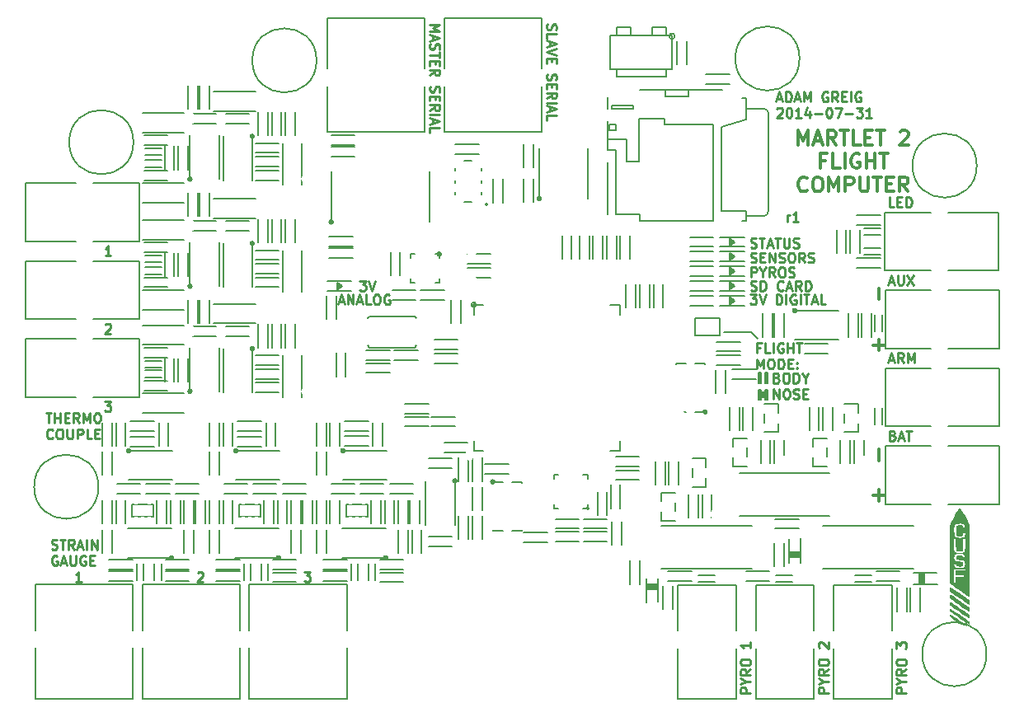
<source format=gto>
%FSLAX46Y46*%
G04 Gerber Fmt 4.6, Leading zero omitted, Abs format (unit mm)*
G04 Created by KiCad (PCBNEW (2014-jan-25)-product) date Fri 01 Aug 2014 13:22:05 BST*
%MOMM*%
G01*
G04 APERTURE LIST*
%ADD10C,0.100000*%
%ADD11C,0.250000*%
%ADD12C,0.200000*%
%ADD13C,0.300000*%
%ADD14C,0.150000*%
%ADD15C,0.127000*%
%ADD16R,1.200000X1.700000*%
%ADD17R,1.700000X1.200000*%
%ADD18R,0.500000X0.600000*%
%ADD19R,0.800000X0.800000*%
%ADD20R,0.600000X0.500000*%
%ADD21R,0.700000X1.000000*%
%ADD22R,1.000000X0.700000*%
%ADD23R,0.965200X1.270000*%
%ADD24R,1.400000X0.400000*%
%ADD25R,1.200000X0.300000*%
%ADD26R,0.300000X1.200000*%
%ADD27R,0.400000X0.800000*%
%ADD28R,1.545000X0.550000*%
%ADD29R,0.550000X1.545000*%
%ADD30R,1.500000X0.600000*%
%ADD31R,0.800000X0.300000*%
%ADD32R,0.300000X0.800000*%
%ADD33R,0.600000X2.200000*%
%ADD34R,0.400000X1.400000*%
%ADD35C,1.016000*%
%ADD36R,3.200000X3.700000*%
%ADD37C,1.000000*%
%ADD38R,1.000000X0.800000*%
%ADD39R,2.300000X2.500000*%
%ADD40C,6.300000*%
%ADD41C,0.600000*%
%ADD42C,1.500000*%
%ADD43C,1.100000*%
%ADD44R,1.100000X0.700000*%
%ADD45R,1.830000X1.140000*%
%ADD46R,2.800000X0.860000*%
%ADD47R,3.330000X0.700000*%
%ADD48R,0.930000X0.900000*%
%ADD49R,0.780000X1.050000*%
G04 APERTURE END LIST*
D10*
D11*
X32190476Y-29166667D02*
X32666667Y-29166667D01*
X32095238Y-29452381D02*
X32428571Y-28452381D01*
X32761905Y-29452381D01*
X33095238Y-29452381D02*
X33095238Y-28452381D01*
X33666667Y-29452381D01*
X33666667Y-28452381D01*
X34095238Y-29166667D02*
X34571429Y-29166667D01*
X34000000Y-29452381D02*
X34333333Y-28452381D01*
X34666667Y-29452381D01*
X35476191Y-29452381D02*
X35000000Y-29452381D01*
X35000000Y-28452381D01*
X36000000Y-28452381D02*
X36190477Y-28452381D01*
X36285715Y-28500000D01*
X36380953Y-28595238D01*
X36428572Y-28785714D01*
X36428572Y-29119048D01*
X36380953Y-29309524D01*
X36285715Y-29404762D01*
X36190477Y-29452381D01*
X36000000Y-29452381D01*
X35904762Y-29404762D01*
X35809524Y-29309524D01*
X35761905Y-29119048D01*
X35761905Y-28785714D01*
X35809524Y-28595238D01*
X35904762Y-28500000D01*
X36000000Y-28452381D01*
X37380953Y-28500000D02*
X37285715Y-28452381D01*
X37142858Y-28452381D01*
X37000000Y-28500000D01*
X36904762Y-28595238D01*
X36857143Y-28690476D01*
X36809524Y-28880952D01*
X36809524Y-29023810D01*
X36857143Y-29214286D01*
X36904762Y-29309524D01*
X37000000Y-29404762D01*
X37142858Y-29452381D01*
X37238096Y-29452381D01*
X37380953Y-29404762D01*
X37428572Y-29357143D01*
X37428572Y-29023810D01*
X37238096Y-29023810D01*
X34342857Y-27052381D02*
X34961905Y-27052381D01*
X34628571Y-27433333D01*
X34771429Y-27433333D01*
X34866667Y-27480952D01*
X34914286Y-27528571D01*
X34961905Y-27623810D01*
X34961905Y-27861905D01*
X34914286Y-27957143D01*
X34866667Y-28004762D01*
X34771429Y-28052381D01*
X34485714Y-28052381D01*
X34390476Y-28004762D01*
X34342857Y-27957143D01*
X35247619Y-27052381D02*
X35580952Y-28052381D01*
X35914286Y-27052381D01*
D12*
X66682843Y-1900000D02*
G75*
G03X66682843Y-1900000I-282843J0D01*
G74*
G01*
D11*
X78238095Y-20952381D02*
X78238095Y-20285714D01*
X78238095Y-20476190D02*
X78285714Y-20380952D01*
X78333333Y-20333333D01*
X78428571Y-20285714D01*
X78523810Y-20285714D01*
X79380953Y-20952381D02*
X78809524Y-20952381D01*
X79095238Y-20952381D02*
X79095238Y-19952381D01*
X79000000Y-20095238D01*
X78904762Y-20190476D01*
X78809524Y-20238095D01*
X53595238Y-690476D02*
X53547619Y-833333D01*
X53547619Y-1071429D01*
X53595238Y-1166667D01*
X53642857Y-1214286D01*
X53738095Y-1261905D01*
X53833333Y-1261905D01*
X53928571Y-1214286D01*
X53976190Y-1166667D01*
X54023810Y-1071429D01*
X54071429Y-880952D01*
X54119048Y-785714D01*
X54166667Y-738095D01*
X54261905Y-690476D01*
X54357143Y-690476D01*
X54452381Y-738095D01*
X54500000Y-785714D01*
X54547619Y-880952D01*
X54547619Y-1119048D01*
X54500000Y-1261905D01*
X53547619Y-2166667D02*
X53547619Y-1690476D01*
X54547619Y-1690476D01*
X53833333Y-2452381D02*
X53833333Y-2928572D01*
X53547619Y-2357143D02*
X54547619Y-2690476D01*
X53547619Y-3023810D01*
X54547619Y-3214286D02*
X53547619Y-3547619D01*
X54547619Y-3880953D01*
X54071429Y-4214286D02*
X54071429Y-4547620D01*
X53547619Y-4690477D02*
X53547619Y-4214286D01*
X54547619Y-4214286D01*
X54547619Y-4690477D01*
X53595238Y-5833334D02*
X53547619Y-5976191D01*
X53547619Y-6214287D01*
X53595238Y-6309525D01*
X53642857Y-6357144D01*
X53738095Y-6404763D01*
X53833333Y-6404763D01*
X53928571Y-6357144D01*
X53976190Y-6309525D01*
X54023810Y-6214287D01*
X54071429Y-6023810D01*
X54119048Y-5928572D01*
X54166667Y-5880953D01*
X54261905Y-5833334D01*
X54357143Y-5833334D01*
X54452381Y-5880953D01*
X54500000Y-5928572D01*
X54547619Y-6023810D01*
X54547619Y-6261906D01*
X54500000Y-6404763D01*
X54071429Y-6833334D02*
X54071429Y-7166668D01*
X53547619Y-7309525D02*
X53547619Y-6833334D01*
X54547619Y-6833334D01*
X54547619Y-7309525D01*
X53547619Y-8309525D02*
X54023810Y-7976191D01*
X53547619Y-7738096D02*
X54547619Y-7738096D01*
X54547619Y-8119049D01*
X54500000Y-8214287D01*
X54452381Y-8261906D01*
X54357143Y-8309525D01*
X54214286Y-8309525D01*
X54119048Y-8261906D01*
X54071429Y-8214287D01*
X54023810Y-8119049D01*
X54023810Y-7738096D01*
X53547619Y-8738096D02*
X54547619Y-8738096D01*
X53833333Y-9166667D02*
X53833333Y-9642858D01*
X53547619Y-9071429D02*
X54547619Y-9404762D01*
X53547619Y-9738096D01*
X53547619Y-10547620D02*
X53547619Y-10071429D01*
X54547619Y-10071429D01*
X41547619Y-738095D02*
X42547619Y-738095D01*
X41833333Y-1071429D01*
X42547619Y-1404762D01*
X41547619Y-1404762D01*
X41833333Y-1833333D02*
X41833333Y-2309524D01*
X41547619Y-1738095D02*
X42547619Y-2071428D01*
X41547619Y-2404762D01*
X41595238Y-2690476D02*
X41547619Y-2833333D01*
X41547619Y-3071429D01*
X41595238Y-3166667D01*
X41642857Y-3214286D01*
X41738095Y-3261905D01*
X41833333Y-3261905D01*
X41928571Y-3214286D01*
X41976190Y-3166667D01*
X42023810Y-3071429D01*
X42071429Y-2880952D01*
X42119048Y-2785714D01*
X42166667Y-2738095D01*
X42261905Y-2690476D01*
X42357143Y-2690476D01*
X42452381Y-2738095D01*
X42500000Y-2785714D01*
X42547619Y-2880952D01*
X42547619Y-3119048D01*
X42500000Y-3261905D01*
X42547619Y-3547619D02*
X42547619Y-4119048D01*
X41547619Y-3833333D02*
X42547619Y-3833333D01*
X42071429Y-4452381D02*
X42071429Y-4785715D01*
X41547619Y-4928572D02*
X41547619Y-4452381D01*
X42547619Y-4452381D01*
X42547619Y-4928572D01*
X41547619Y-5928572D02*
X42023810Y-5595238D01*
X41547619Y-5357143D02*
X42547619Y-5357143D01*
X42547619Y-5738096D01*
X42500000Y-5833334D01*
X42452381Y-5880953D01*
X42357143Y-5928572D01*
X42214286Y-5928572D01*
X42119048Y-5880953D01*
X42071429Y-5833334D01*
X42023810Y-5738096D01*
X42023810Y-5357143D01*
X41595238Y-7071429D02*
X41547619Y-7214286D01*
X41547619Y-7452382D01*
X41595238Y-7547620D01*
X41642857Y-7595239D01*
X41738095Y-7642858D01*
X41833333Y-7642858D01*
X41928571Y-7595239D01*
X41976190Y-7547620D01*
X42023810Y-7452382D01*
X42071429Y-7261905D01*
X42119048Y-7166667D01*
X42166667Y-7119048D01*
X42261905Y-7071429D01*
X42357143Y-7071429D01*
X42452381Y-7119048D01*
X42500000Y-7166667D01*
X42547619Y-7261905D01*
X42547619Y-7500001D01*
X42500000Y-7642858D01*
X42071429Y-8071429D02*
X42071429Y-8404763D01*
X41547619Y-8547620D02*
X41547619Y-8071429D01*
X42547619Y-8071429D01*
X42547619Y-8547620D01*
X41547619Y-9547620D02*
X42023810Y-9214286D01*
X41547619Y-8976191D02*
X42547619Y-8976191D01*
X42547619Y-9357144D01*
X42500000Y-9452382D01*
X42452381Y-9500001D01*
X42357143Y-9547620D01*
X42214286Y-9547620D01*
X42119048Y-9500001D01*
X42071429Y-9452382D01*
X42023810Y-9357144D01*
X42023810Y-8976191D01*
X41547619Y-9976191D02*
X42547619Y-9976191D01*
X41833333Y-10404762D02*
X41833333Y-10880953D01*
X41547619Y-10309524D02*
X42547619Y-10642857D01*
X41547619Y-10976191D01*
X41547619Y-11785715D02*
X41547619Y-11309524D01*
X42547619Y-11309524D01*
X8761905Y-24452381D02*
X8190476Y-24452381D01*
X8476190Y-24452381D02*
X8476190Y-23452381D01*
X8380952Y-23595238D01*
X8285714Y-23690476D01*
X8190476Y-23738095D01*
X8190476Y-31547619D02*
X8238095Y-31500000D01*
X8333333Y-31452381D01*
X8571429Y-31452381D01*
X8666667Y-31500000D01*
X8714286Y-31547619D01*
X8761905Y-31642857D01*
X8761905Y-31738095D01*
X8714286Y-31880952D01*
X8142857Y-32452381D01*
X8761905Y-32452381D01*
X8142857Y-39452381D02*
X8761905Y-39452381D01*
X8428571Y-39833333D01*
X8571429Y-39833333D01*
X8666667Y-39880952D01*
X8714286Y-39928571D01*
X8761905Y-40023810D01*
X8761905Y-40261905D01*
X8714286Y-40357143D01*
X8666667Y-40404762D01*
X8571429Y-40452381D01*
X8285714Y-40452381D01*
X8190476Y-40404762D01*
X8142857Y-40357143D01*
X2095238Y-40627381D02*
X2666667Y-40627381D01*
X2380952Y-41627381D02*
X2380952Y-40627381D01*
X3000000Y-41627381D02*
X3000000Y-40627381D01*
X3000000Y-41103571D02*
X3571429Y-41103571D01*
X3571429Y-41627381D02*
X3571429Y-40627381D01*
X4047619Y-41103571D02*
X4380953Y-41103571D01*
X4523810Y-41627381D02*
X4047619Y-41627381D01*
X4047619Y-40627381D01*
X4523810Y-40627381D01*
X5523810Y-41627381D02*
X5190476Y-41151190D01*
X4952381Y-41627381D02*
X4952381Y-40627381D01*
X5333334Y-40627381D01*
X5428572Y-40675000D01*
X5476191Y-40722619D01*
X5523810Y-40817857D01*
X5523810Y-40960714D01*
X5476191Y-41055952D01*
X5428572Y-41103571D01*
X5333334Y-41151190D01*
X4952381Y-41151190D01*
X5952381Y-41627381D02*
X5952381Y-40627381D01*
X6285715Y-41341667D01*
X6619048Y-40627381D01*
X6619048Y-41627381D01*
X7285714Y-40627381D02*
X7476191Y-40627381D01*
X7571429Y-40675000D01*
X7666667Y-40770238D01*
X7714286Y-40960714D01*
X7714286Y-41294048D01*
X7666667Y-41484524D01*
X7571429Y-41579762D01*
X7476191Y-41627381D01*
X7285714Y-41627381D01*
X7190476Y-41579762D01*
X7095238Y-41484524D01*
X7047619Y-41294048D01*
X7047619Y-40960714D01*
X7095238Y-40770238D01*
X7190476Y-40675000D01*
X7285714Y-40627381D01*
X2809524Y-43182143D02*
X2761905Y-43229762D01*
X2619048Y-43277381D01*
X2523810Y-43277381D01*
X2380952Y-43229762D01*
X2285714Y-43134524D01*
X2238095Y-43039286D01*
X2190476Y-42848810D01*
X2190476Y-42705952D01*
X2238095Y-42515476D01*
X2285714Y-42420238D01*
X2380952Y-42325000D01*
X2523810Y-42277381D01*
X2619048Y-42277381D01*
X2761905Y-42325000D01*
X2809524Y-42372619D01*
X3428571Y-42277381D02*
X3619048Y-42277381D01*
X3714286Y-42325000D01*
X3809524Y-42420238D01*
X3857143Y-42610714D01*
X3857143Y-42944048D01*
X3809524Y-43134524D01*
X3714286Y-43229762D01*
X3619048Y-43277381D01*
X3428571Y-43277381D01*
X3333333Y-43229762D01*
X3238095Y-43134524D01*
X3190476Y-42944048D01*
X3190476Y-42610714D01*
X3238095Y-42420238D01*
X3333333Y-42325000D01*
X3428571Y-42277381D01*
X4285714Y-42277381D02*
X4285714Y-43086905D01*
X4333333Y-43182143D01*
X4380952Y-43229762D01*
X4476190Y-43277381D01*
X4666667Y-43277381D01*
X4761905Y-43229762D01*
X4809524Y-43182143D01*
X4857143Y-43086905D01*
X4857143Y-42277381D01*
X5333333Y-43277381D02*
X5333333Y-42277381D01*
X5714286Y-42277381D01*
X5809524Y-42325000D01*
X5857143Y-42372619D01*
X5904762Y-42467857D01*
X5904762Y-42610714D01*
X5857143Y-42705952D01*
X5809524Y-42753571D01*
X5714286Y-42801190D01*
X5333333Y-42801190D01*
X6809524Y-43277381D02*
X6333333Y-43277381D01*
X6333333Y-42277381D01*
X7142857Y-42753571D02*
X7476191Y-42753571D01*
X7619048Y-43277381D02*
X7142857Y-43277381D01*
X7142857Y-42277381D01*
X7619048Y-42277381D01*
X28642857Y-56952381D02*
X29261905Y-56952381D01*
X28928571Y-57333333D01*
X29071429Y-57333333D01*
X29166667Y-57380952D01*
X29214286Y-57428571D01*
X29261905Y-57523810D01*
X29261905Y-57761905D01*
X29214286Y-57857143D01*
X29166667Y-57904762D01*
X29071429Y-57952381D01*
X28785714Y-57952381D01*
X28690476Y-57904762D01*
X28642857Y-57857143D01*
X17690476Y-57047619D02*
X17738095Y-57000000D01*
X17833333Y-56952381D01*
X18071429Y-56952381D01*
X18166667Y-57000000D01*
X18214286Y-57047619D01*
X18261905Y-57142857D01*
X18261905Y-57238095D01*
X18214286Y-57380952D01*
X17642857Y-57952381D01*
X18261905Y-57952381D01*
X2690476Y-54579762D02*
X2833333Y-54627381D01*
X3071429Y-54627381D01*
X3166667Y-54579762D01*
X3214286Y-54532143D01*
X3261905Y-54436905D01*
X3261905Y-54341667D01*
X3214286Y-54246429D01*
X3166667Y-54198810D01*
X3071429Y-54151190D01*
X2880952Y-54103571D01*
X2785714Y-54055952D01*
X2738095Y-54008333D01*
X2690476Y-53913095D01*
X2690476Y-53817857D01*
X2738095Y-53722619D01*
X2785714Y-53675000D01*
X2880952Y-53627381D01*
X3119048Y-53627381D01*
X3261905Y-53675000D01*
X3547619Y-53627381D02*
X4119048Y-53627381D01*
X3833333Y-54627381D02*
X3833333Y-53627381D01*
X5023810Y-54627381D02*
X4690476Y-54151190D01*
X4452381Y-54627381D02*
X4452381Y-53627381D01*
X4833334Y-53627381D01*
X4928572Y-53675000D01*
X4976191Y-53722619D01*
X5023810Y-53817857D01*
X5023810Y-53960714D01*
X4976191Y-54055952D01*
X4928572Y-54103571D01*
X4833334Y-54151190D01*
X4452381Y-54151190D01*
X5404762Y-54341667D02*
X5880953Y-54341667D01*
X5309524Y-54627381D02*
X5642857Y-53627381D01*
X5976191Y-54627381D01*
X6309524Y-54627381D02*
X6309524Y-53627381D01*
X6785714Y-54627381D02*
X6785714Y-53627381D01*
X7357143Y-54627381D01*
X7357143Y-53627381D01*
X3261905Y-55325000D02*
X3166667Y-55277381D01*
X3023810Y-55277381D01*
X2880952Y-55325000D01*
X2785714Y-55420238D01*
X2738095Y-55515476D01*
X2690476Y-55705952D01*
X2690476Y-55848810D01*
X2738095Y-56039286D01*
X2785714Y-56134524D01*
X2880952Y-56229762D01*
X3023810Y-56277381D01*
X3119048Y-56277381D01*
X3261905Y-56229762D01*
X3309524Y-56182143D01*
X3309524Y-55848810D01*
X3119048Y-55848810D01*
X3690476Y-55991667D02*
X4166667Y-55991667D01*
X3595238Y-56277381D02*
X3928571Y-55277381D01*
X4261905Y-56277381D01*
X4595238Y-55277381D02*
X4595238Y-56086905D01*
X4642857Y-56182143D01*
X4690476Y-56229762D01*
X4785714Y-56277381D01*
X4976191Y-56277381D01*
X5071429Y-56229762D01*
X5119048Y-56182143D01*
X5166667Y-56086905D01*
X5166667Y-55277381D01*
X6166667Y-55325000D02*
X6071429Y-55277381D01*
X5928572Y-55277381D01*
X5785714Y-55325000D01*
X5690476Y-55420238D01*
X5642857Y-55515476D01*
X5595238Y-55705952D01*
X5595238Y-55848810D01*
X5642857Y-56039286D01*
X5690476Y-56134524D01*
X5785714Y-56229762D01*
X5928572Y-56277381D01*
X6023810Y-56277381D01*
X6166667Y-56229762D01*
X6214286Y-56182143D01*
X6214286Y-55848810D01*
X6023810Y-55848810D01*
X6642857Y-55753571D02*
X6976191Y-55753571D01*
X7119048Y-56277381D02*
X6642857Y-56277381D01*
X6642857Y-55277381D01*
X7119048Y-55277381D01*
X5761905Y-57952381D02*
X5190476Y-57952381D01*
X5476190Y-57952381D02*
X5476190Y-56952381D01*
X5380952Y-57095238D01*
X5285714Y-57190476D01*
X5190476Y-57238095D01*
X90452381Y-69361905D02*
X89452381Y-69361905D01*
X89452381Y-68980952D01*
X89500000Y-68885714D01*
X89547619Y-68838095D01*
X89642857Y-68790476D01*
X89785714Y-68790476D01*
X89880952Y-68838095D01*
X89928571Y-68885714D01*
X89976190Y-68980952D01*
X89976190Y-69361905D01*
X89976190Y-68171429D02*
X90452381Y-68171429D01*
X89452381Y-68504762D02*
X89976190Y-68171429D01*
X89452381Y-67838095D01*
X90452381Y-66933333D02*
X89976190Y-67266667D01*
X90452381Y-67504762D02*
X89452381Y-67504762D01*
X89452381Y-67123809D01*
X89500000Y-67028571D01*
X89547619Y-66980952D01*
X89642857Y-66933333D01*
X89785714Y-66933333D01*
X89880952Y-66980952D01*
X89928571Y-67028571D01*
X89976190Y-67123809D01*
X89976190Y-67504762D01*
X89452381Y-66314286D02*
X89452381Y-66123809D01*
X89500000Y-66028571D01*
X89595238Y-65933333D01*
X89785714Y-65885714D01*
X90119048Y-65885714D01*
X90309524Y-65933333D01*
X90404762Y-66028571D01*
X90452381Y-66123809D01*
X90452381Y-66314286D01*
X90404762Y-66409524D01*
X90309524Y-66504762D01*
X90119048Y-66552381D01*
X89785714Y-66552381D01*
X89595238Y-66504762D01*
X89500000Y-66409524D01*
X89452381Y-66314286D01*
X89452381Y-64790476D02*
X89452381Y-64171428D01*
X89833333Y-64504762D01*
X89833333Y-64361904D01*
X89880952Y-64266666D01*
X89928571Y-64219047D01*
X90023810Y-64171428D01*
X90261905Y-64171428D01*
X90357143Y-64219047D01*
X90404762Y-64266666D01*
X90452381Y-64361904D01*
X90452381Y-64647619D01*
X90404762Y-64742857D01*
X90357143Y-64790476D01*
X82452381Y-69361905D02*
X81452381Y-69361905D01*
X81452381Y-68980952D01*
X81500000Y-68885714D01*
X81547619Y-68838095D01*
X81642857Y-68790476D01*
X81785714Y-68790476D01*
X81880952Y-68838095D01*
X81928571Y-68885714D01*
X81976190Y-68980952D01*
X81976190Y-69361905D01*
X81976190Y-68171429D02*
X82452381Y-68171429D01*
X81452381Y-68504762D02*
X81976190Y-68171429D01*
X81452381Y-67838095D01*
X82452381Y-66933333D02*
X81976190Y-67266667D01*
X82452381Y-67504762D02*
X81452381Y-67504762D01*
X81452381Y-67123809D01*
X81500000Y-67028571D01*
X81547619Y-66980952D01*
X81642857Y-66933333D01*
X81785714Y-66933333D01*
X81880952Y-66980952D01*
X81928571Y-67028571D01*
X81976190Y-67123809D01*
X81976190Y-67504762D01*
X81452381Y-66314286D02*
X81452381Y-66123809D01*
X81500000Y-66028571D01*
X81595238Y-65933333D01*
X81785714Y-65885714D01*
X82119048Y-65885714D01*
X82309524Y-65933333D01*
X82404762Y-66028571D01*
X82452381Y-66123809D01*
X82452381Y-66314286D01*
X82404762Y-66409524D01*
X82309524Y-66504762D01*
X82119048Y-66552381D01*
X81785714Y-66552381D01*
X81595238Y-66504762D01*
X81500000Y-66409524D01*
X81452381Y-66314286D01*
X81547619Y-64742857D02*
X81500000Y-64695238D01*
X81452381Y-64600000D01*
X81452381Y-64361904D01*
X81500000Y-64266666D01*
X81547619Y-64219047D01*
X81642857Y-64171428D01*
X81738095Y-64171428D01*
X81880952Y-64219047D01*
X82452381Y-64790476D01*
X82452381Y-64171428D01*
X74452381Y-69361905D02*
X73452381Y-69361905D01*
X73452381Y-68980952D01*
X73500000Y-68885714D01*
X73547619Y-68838095D01*
X73642857Y-68790476D01*
X73785714Y-68790476D01*
X73880952Y-68838095D01*
X73928571Y-68885714D01*
X73976190Y-68980952D01*
X73976190Y-69361905D01*
X73976190Y-68171429D02*
X74452381Y-68171429D01*
X73452381Y-68504762D02*
X73976190Y-68171429D01*
X73452381Y-67838095D01*
X74452381Y-66933333D02*
X73976190Y-67266667D01*
X74452381Y-67504762D02*
X73452381Y-67504762D01*
X73452381Y-67123809D01*
X73500000Y-67028571D01*
X73547619Y-66980952D01*
X73642857Y-66933333D01*
X73785714Y-66933333D01*
X73880952Y-66980952D01*
X73928571Y-67028571D01*
X73976190Y-67123809D01*
X73976190Y-67504762D01*
X73452381Y-66314286D02*
X73452381Y-66123809D01*
X73500000Y-66028571D01*
X73595238Y-65933333D01*
X73785714Y-65885714D01*
X74119048Y-65885714D01*
X74309524Y-65933333D01*
X74404762Y-66028571D01*
X74452381Y-66123809D01*
X74452381Y-66314286D01*
X74404762Y-66409524D01*
X74309524Y-66504762D01*
X74119048Y-66552381D01*
X73785714Y-66552381D01*
X73595238Y-66504762D01*
X73500000Y-66409524D01*
X73452381Y-66314286D01*
X74452381Y-64171428D02*
X74452381Y-64742857D01*
X74452381Y-64457143D02*
X73452381Y-64457143D01*
X73595238Y-64552381D01*
X73690476Y-64647619D01*
X73738095Y-64742857D01*
D13*
X87607143Y-34214285D02*
X87607143Y-33071428D01*
X88178571Y-33642857D02*
X87035714Y-33642857D01*
X87607143Y-28928571D02*
X87607143Y-27785714D01*
X87607143Y-49642857D02*
X87607143Y-48500000D01*
X88178571Y-49071429D02*
X87035714Y-49071429D01*
X87607143Y-45500000D02*
X87607143Y-44357143D01*
D11*
X89214286Y-19452381D02*
X88738095Y-19452381D01*
X88738095Y-18452381D01*
X89547619Y-18928571D02*
X89880953Y-18928571D01*
X90023810Y-19452381D02*
X89547619Y-19452381D01*
X89547619Y-18452381D01*
X90023810Y-18452381D01*
X90452381Y-19452381D02*
X90452381Y-18452381D01*
X90690476Y-18452381D01*
X90833334Y-18500000D01*
X90928572Y-18595238D01*
X90976191Y-18690476D01*
X91023810Y-18880952D01*
X91023810Y-19023810D01*
X90976191Y-19214286D01*
X90928572Y-19309524D01*
X90833334Y-19404762D01*
X90690476Y-19452381D01*
X90452381Y-19452381D01*
X88690476Y-27166667D02*
X89166667Y-27166667D01*
X88595238Y-27452381D02*
X88928571Y-26452381D01*
X89261905Y-27452381D01*
X89595238Y-26452381D02*
X89595238Y-27261905D01*
X89642857Y-27357143D01*
X89690476Y-27404762D01*
X89785714Y-27452381D01*
X89976191Y-27452381D01*
X90071429Y-27404762D01*
X90119048Y-27357143D01*
X90166667Y-27261905D01*
X90166667Y-26452381D01*
X90547619Y-26452381D02*
X91214286Y-27452381D01*
X91214286Y-26452381D02*
X90547619Y-27452381D01*
X88690476Y-35166667D02*
X89166667Y-35166667D01*
X88595238Y-35452381D02*
X88928571Y-34452381D01*
X89261905Y-35452381D01*
X90166667Y-35452381D02*
X89833333Y-34976190D01*
X89595238Y-35452381D02*
X89595238Y-34452381D01*
X89976191Y-34452381D01*
X90071429Y-34500000D01*
X90119048Y-34547619D01*
X90166667Y-34642857D01*
X90166667Y-34785714D01*
X90119048Y-34880952D01*
X90071429Y-34928571D01*
X89976191Y-34976190D01*
X89595238Y-34976190D01*
X90595238Y-35452381D02*
X90595238Y-34452381D01*
X90928572Y-35166667D01*
X91261905Y-34452381D01*
X91261905Y-35452381D01*
X89071429Y-42928571D02*
X89214286Y-42976190D01*
X89261905Y-43023810D01*
X89309524Y-43119048D01*
X89309524Y-43261905D01*
X89261905Y-43357143D01*
X89214286Y-43404762D01*
X89119048Y-43452381D01*
X88738095Y-43452381D01*
X88738095Y-42452381D01*
X89071429Y-42452381D01*
X89166667Y-42500000D01*
X89214286Y-42547619D01*
X89261905Y-42642857D01*
X89261905Y-42738095D01*
X89214286Y-42833333D01*
X89166667Y-42880952D01*
X89071429Y-42928571D01*
X88738095Y-42928571D01*
X89690476Y-43166667D02*
X90166667Y-43166667D01*
X89595238Y-43452381D02*
X89928571Y-42452381D01*
X90261905Y-43452381D01*
X90452381Y-42452381D02*
X91023810Y-42452381D01*
X90738095Y-43452381D02*
X90738095Y-42452381D01*
X77190476Y-8341667D02*
X77666667Y-8341667D01*
X77095238Y-8627381D02*
X77428571Y-7627381D01*
X77761905Y-8627381D01*
X78095238Y-8627381D02*
X78095238Y-7627381D01*
X78333333Y-7627381D01*
X78476191Y-7675000D01*
X78571429Y-7770238D01*
X78619048Y-7865476D01*
X78666667Y-8055952D01*
X78666667Y-8198810D01*
X78619048Y-8389286D01*
X78571429Y-8484524D01*
X78476191Y-8579762D01*
X78333333Y-8627381D01*
X78095238Y-8627381D01*
X79047619Y-8341667D02*
X79523810Y-8341667D01*
X78952381Y-8627381D02*
X79285714Y-7627381D01*
X79619048Y-8627381D01*
X79952381Y-8627381D02*
X79952381Y-7627381D01*
X80285715Y-8341667D01*
X80619048Y-7627381D01*
X80619048Y-8627381D01*
X82380953Y-7675000D02*
X82285715Y-7627381D01*
X82142858Y-7627381D01*
X82000000Y-7675000D01*
X81904762Y-7770238D01*
X81857143Y-7865476D01*
X81809524Y-8055952D01*
X81809524Y-8198810D01*
X81857143Y-8389286D01*
X81904762Y-8484524D01*
X82000000Y-8579762D01*
X82142858Y-8627381D01*
X82238096Y-8627381D01*
X82380953Y-8579762D01*
X82428572Y-8532143D01*
X82428572Y-8198810D01*
X82238096Y-8198810D01*
X83428572Y-8627381D02*
X83095238Y-8151190D01*
X82857143Y-8627381D02*
X82857143Y-7627381D01*
X83238096Y-7627381D01*
X83333334Y-7675000D01*
X83380953Y-7722619D01*
X83428572Y-7817857D01*
X83428572Y-7960714D01*
X83380953Y-8055952D01*
X83333334Y-8103571D01*
X83238096Y-8151190D01*
X82857143Y-8151190D01*
X83857143Y-8103571D02*
X84190477Y-8103571D01*
X84333334Y-8627381D02*
X83857143Y-8627381D01*
X83857143Y-7627381D01*
X84333334Y-7627381D01*
X84761905Y-8627381D02*
X84761905Y-7627381D01*
X85761905Y-7675000D02*
X85666667Y-7627381D01*
X85523810Y-7627381D01*
X85380952Y-7675000D01*
X85285714Y-7770238D01*
X85238095Y-7865476D01*
X85190476Y-8055952D01*
X85190476Y-8198810D01*
X85238095Y-8389286D01*
X85285714Y-8484524D01*
X85380952Y-8579762D01*
X85523810Y-8627381D01*
X85619048Y-8627381D01*
X85761905Y-8579762D01*
X85809524Y-8532143D01*
X85809524Y-8198810D01*
X85619048Y-8198810D01*
X77190476Y-9372619D02*
X77238095Y-9325000D01*
X77333333Y-9277381D01*
X77571429Y-9277381D01*
X77666667Y-9325000D01*
X77714286Y-9372619D01*
X77761905Y-9467857D01*
X77761905Y-9563095D01*
X77714286Y-9705952D01*
X77142857Y-10277381D01*
X77761905Y-10277381D01*
X78380952Y-9277381D02*
X78476191Y-9277381D01*
X78571429Y-9325000D01*
X78619048Y-9372619D01*
X78666667Y-9467857D01*
X78714286Y-9658333D01*
X78714286Y-9896429D01*
X78666667Y-10086905D01*
X78619048Y-10182143D01*
X78571429Y-10229762D01*
X78476191Y-10277381D01*
X78380952Y-10277381D01*
X78285714Y-10229762D01*
X78238095Y-10182143D01*
X78190476Y-10086905D01*
X78142857Y-9896429D01*
X78142857Y-9658333D01*
X78190476Y-9467857D01*
X78238095Y-9372619D01*
X78285714Y-9325000D01*
X78380952Y-9277381D01*
X79666667Y-10277381D02*
X79095238Y-10277381D01*
X79380952Y-10277381D02*
X79380952Y-9277381D01*
X79285714Y-9420238D01*
X79190476Y-9515476D01*
X79095238Y-9563095D01*
X80523810Y-9610714D02*
X80523810Y-10277381D01*
X80285714Y-9229762D02*
X80047619Y-9944048D01*
X80666667Y-9944048D01*
X81047619Y-9896429D02*
X81809524Y-9896429D01*
X82476190Y-9277381D02*
X82571429Y-9277381D01*
X82666667Y-9325000D01*
X82714286Y-9372619D01*
X82761905Y-9467857D01*
X82809524Y-9658333D01*
X82809524Y-9896429D01*
X82761905Y-10086905D01*
X82714286Y-10182143D01*
X82666667Y-10229762D01*
X82571429Y-10277381D01*
X82476190Y-10277381D01*
X82380952Y-10229762D01*
X82333333Y-10182143D01*
X82285714Y-10086905D01*
X82238095Y-9896429D01*
X82238095Y-9658333D01*
X82285714Y-9467857D01*
X82333333Y-9372619D01*
X82380952Y-9325000D01*
X82476190Y-9277381D01*
X83142857Y-9277381D02*
X83809524Y-9277381D01*
X83380952Y-10277381D01*
X84190476Y-9896429D02*
X84952381Y-9896429D01*
X85333333Y-9277381D02*
X85952381Y-9277381D01*
X85619047Y-9658333D01*
X85761905Y-9658333D01*
X85857143Y-9705952D01*
X85904762Y-9753571D01*
X85952381Y-9848810D01*
X85952381Y-10086905D01*
X85904762Y-10182143D01*
X85857143Y-10229762D01*
X85761905Y-10277381D01*
X85476190Y-10277381D01*
X85380952Y-10229762D01*
X85333333Y-10182143D01*
X86904762Y-10277381D02*
X86333333Y-10277381D01*
X86619047Y-10277381D02*
X86619047Y-9277381D01*
X86523809Y-9420238D01*
X86428571Y-9515476D01*
X86333333Y-9563095D01*
D13*
X79392858Y-13078571D02*
X79392858Y-11578571D01*
X79892858Y-12650000D01*
X80392858Y-11578571D01*
X80392858Y-13078571D01*
X81035715Y-12650000D02*
X81750001Y-12650000D01*
X80892858Y-13078571D02*
X81392858Y-11578571D01*
X81892858Y-13078571D01*
X83250001Y-13078571D02*
X82750001Y-12364286D01*
X82392858Y-13078571D02*
X82392858Y-11578571D01*
X82964286Y-11578571D01*
X83107144Y-11650000D01*
X83178572Y-11721429D01*
X83250001Y-11864286D01*
X83250001Y-12078571D01*
X83178572Y-12221429D01*
X83107144Y-12292857D01*
X82964286Y-12364286D01*
X82392858Y-12364286D01*
X83678572Y-11578571D02*
X84535715Y-11578571D01*
X84107144Y-13078571D02*
X84107144Y-11578571D01*
X85750001Y-13078571D02*
X85035715Y-13078571D01*
X85035715Y-11578571D01*
X86250001Y-12292857D02*
X86750001Y-12292857D01*
X86964287Y-13078571D02*
X86250001Y-13078571D01*
X86250001Y-11578571D01*
X86964287Y-11578571D01*
X87392858Y-11578571D02*
X88250001Y-11578571D01*
X87821430Y-13078571D02*
X87821430Y-11578571D01*
X89821429Y-11721429D02*
X89892858Y-11650000D01*
X90035715Y-11578571D01*
X90392858Y-11578571D01*
X90535715Y-11650000D01*
X90607144Y-11721429D01*
X90678572Y-11864286D01*
X90678572Y-12007143D01*
X90607144Y-12221429D01*
X89750001Y-13078571D01*
X90678572Y-13078571D01*
X82142857Y-14692857D02*
X81642857Y-14692857D01*
X81642857Y-15478571D02*
X81642857Y-13978571D01*
X82357143Y-13978571D01*
X83642857Y-15478571D02*
X82928571Y-15478571D01*
X82928571Y-13978571D01*
X84142857Y-15478571D02*
X84142857Y-13978571D01*
X85642857Y-14050000D02*
X85500000Y-13978571D01*
X85285714Y-13978571D01*
X85071429Y-14050000D01*
X84928571Y-14192857D01*
X84857143Y-14335714D01*
X84785714Y-14621429D01*
X84785714Y-14835714D01*
X84857143Y-15121429D01*
X84928571Y-15264286D01*
X85071429Y-15407143D01*
X85285714Y-15478571D01*
X85428571Y-15478571D01*
X85642857Y-15407143D01*
X85714286Y-15335714D01*
X85714286Y-14835714D01*
X85428571Y-14835714D01*
X86357143Y-15478571D02*
X86357143Y-13978571D01*
X86357143Y-14692857D02*
X87214286Y-14692857D01*
X87214286Y-15478571D02*
X87214286Y-13978571D01*
X87714286Y-13978571D02*
X88571429Y-13978571D01*
X88142858Y-15478571D02*
X88142858Y-13978571D01*
X80285714Y-17735714D02*
X80214285Y-17807143D01*
X79999999Y-17878571D01*
X79857142Y-17878571D01*
X79642857Y-17807143D01*
X79499999Y-17664286D01*
X79428571Y-17521429D01*
X79357142Y-17235714D01*
X79357142Y-17021429D01*
X79428571Y-16735714D01*
X79499999Y-16592857D01*
X79642857Y-16450000D01*
X79857142Y-16378571D01*
X79999999Y-16378571D01*
X80214285Y-16450000D01*
X80285714Y-16521429D01*
X81214285Y-16378571D02*
X81499999Y-16378571D01*
X81642857Y-16450000D01*
X81785714Y-16592857D01*
X81857142Y-16878571D01*
X81857142Y-17378571D01*
X81785714Y-17664286D01*
X81642857Y-17807143D01*
X81499999Y-17878571D01*
X81214285Y-17878571D01*
X81071428Y-17807143D01*
X80928571Y-17664286D01*
X80857142Y-17378571D01*
X80857142Y-16878571D01*
X80928571Y-16592857D01*
X81071428Y-16450000D01*
X81214285Y-16378571D01*
X82500000Y-17878571D02*
X82500000Y-16378571D01*
X83000000Y-17450000D01*
X83500000Y-16378571D01*
X83500000Y-17878571D01*
X84214286Y-17878571D02*
X84214286Y-16378571D01*
X84785714Y-16378571D01*
X84928572Y-16450000D01*
X85000000Y-16521429D01*
X85071429Y-16664286D01*
X85071429Y-16878571D01*
X85000000Y-17021429D01*
X84928572Y-17092857D01*
X84785714Y-17164286D01*
X84214286Y-17164286D01*
X85714286Y-16378571D02*
X85714286Y-17592857D01*
X85785714Y-17735714D01*
X85857143Y-17807143D01*
X86000000Y-17878571D01*
X86285714Y-17878571D01*
X86428572Y-17807143D01*
X86500000Y-17735714D01*
X86571429Y-17592857D01*
X86571429Y-16378571D01*
X87071429Y-16378571D02*
X87928572Y-16378571D01*
X87500001Y-17878571D02*
X87500001Y-16378571D01*
X88428572Y-17092857D02*
X88928572Y-17092857D01*
X89142858Y-17878571D02*
X88428572Y-17878571D01*
X88428572Y-16378571D01*
X89142858Y-16378571D01*
X90642858Y-17878571D02*
X90142858Y-17164286D01*
X89785715Y-17878571D02*
X89785715Y-16378571D01*
X90357143Y-16378571D01*
X90500001Y-16450000D01*
X90571429Y-16521429D01*
X90642858Y-16664286D01*
X90642858Y-16878571D01*
X90571429Y-17021429D01*
X90500001Y-17092857D01*
X90357143Y-17164286D01*
X89785715Y-17164286D01*
D12*
X75600000Y-38700000D02*
X76000000Y-38700000D01*
X75600000Y-38900000D02*
X75900000Y-38900000D01*
X76100000Y-38200000D02*
X76100000Y-39300000D01*
X75400000Y-38200000D02*
X75400000Y-39200000D01*
X76100000Y-36500000D02*
X76100000Y-37600000D01*
X75500000Y-36500000D02*
X75300000Y-36500000D01*
X75400000Y-36500000D02*
X75400000Y-37600000D01*
X75500000Y-38500000D02*
X76000000Y-38500000D01*
X75500000Y-39000000D02*
X76000000Y-39000000D01*
X75500000Y-38800000D02*
X75500000Y-39000000D01*
X76000000Y-38800000D02*
X75500000Y-38800000D01*
X76000000Y-38600000D02*
X76000000Y-38800000D01*
X75500000Y-38600000D02*
X76000000Y-38600000D01*
X76200000Y-38200000D02*
X76000000Y-38200000D01*
X76200000Y-39300000D02*
X76200000Y-38200000D01*
X76000000Y-39300000D02*
X76200000Y-39300000D01*
X76000000Y-38200000D02*
X76000000Y-39300000D01*
X75500000Y-38200000D02*
X75300000Y-38200000D01*
X75500000Y-39300000D02*
X75500000Y-38200000D01*
X75400000Y-39300000D02*
X75500000Y-39300000D01*
X75300000Y-39300000D02*
X75400000Y-39300000D01*
X75300000Y-38200000D02*
X75300000Y-39300000D01*
X76200000Y-36500000D02*
X76000000Y-36500000D01*
X76200000Y-37600000D02*
X76200000Y-36500000D01*
X76000000Y-37600000D02*
X76200000Y-37600000D01*
X76000000Y-36500000D02*
X76000000Y-37600000D01*
X75500000Y-36500000D02*
X75400000Y-36500000D01*
X75500000Y-37600000D02*
X75500000Y-36500000D01*
X75300000Y-37600000D02*
X75500000Y-37600000D01*
X75300000Y-36500000D02*
X75300000Y-37600000D01*
X74500000Y-32300000D02*
X75200000Y-33000000D01*
X71700000Y-32300000D02*
X74500000Y-32300000D01*
D11*
X77171429Y-37003571D02*
X77314286Y-37051190D01*
X77361905Y-37098810D01*
X77409524Y-37194048D01*
X77409524Y-37336905D01*
X77361905Y-37432143D01*
X77314286Y-37479762D01*
X77219048Y-37527381D01*
X76838095Y-37527381D01*
X76838095Y-36527381D01*
X77171429Y-36527381D01*
X77266667Y-36575000D01*
X77314286Y-36622619D01*
X77361905Y-36717857D01*
X77361905Y-36813095D01*
X77314286Y-36908333D01*
X77266667Y-36955952D01*
X77171429Y-37003571D01*
X76838095Y-37003571D01*
X78028571Y-36527381D02*
X78219048Y-36527381D01*
X78314286Y-36575000D01*
X78409524Y-36670238D01*
X78457143Y-36860714D01*
X78457143Y-37194048D01*
X78409524Y-37384524D01*
X78314286Y-37479762D01*
X78219048Y-37527381D01*
X78028571Y-37527381D01*
X77933333Y-37479762D01*
X77838095Y-37384524D01*
X77790476Y-37194048D01*
X77790476Y-36860714D01*
X77838095Y-36670238D01*
X77933333Y-36575000D01*
X78028571Y-36527381D01*
X78885714Y-37527381D02*
X78885714Y-36527381D01*
X79123809Y-36527381D01*
X79266667Y-36575000D01*
X79361905Y-36670238D01*
X79409524Y-36765476D01*
X79457143Y-36955952D01*
X79457143Y-37098810D01*
X79409524Y-37289286D01*
X79361905Y-37384524D01*
X79266667Y-37479762D01*
X79123809Y-37527381D01*
X78885714Y-37527381D01*
X80076190Y-37051190D02*
X80076190Y-37527381D01*
X79742857Y-36527381D02*
X80076190Y-37051190D01*
X80409524Y-36527381D01*
X76838095Y-39177381D02*
X76838095Y-38177381D01*
X77409524Y-39177381D01*
X77409524Y-38177381D01*
X78076190Y-38177381D02*
X78266667Y-38177381D01*
X78361905Y-38225000D01*
X78457143Y-38320238D01*
X78504762Y-38510714D01*
X78504762Y-38844048D01*
X78457143Y-39034524D01*
X78361905Y-39129762D01*
X78266667Y-39177381D01*
X78076190Y-39177381D01*
X77980952Y-39129762D01*
X77885714Y-39034524D01*
X77838095Y-38844048D01*
X77838095Y-38510714D01*
X77885714Y-38320238D01*
X77980952Y-38225000D01*
X78076190Y-38177381D01*
X78885714Y-39129762D02*
X79028571Y-39177381D01*
X79266667Y-39177381D01*
X79361905Y-39129762D01*
X79409524Y-39082143D01*
X79457143Y-38986905D01*
X79457143Y-38891667D01*
X79409524Y-38796429D01*
X79361905Y-38748810D01*
X79266667Y-38701190D01*
X79076190Y-38653571D01*
X78980952Y-38605952D01*
X78933333Y-38558333D01*
X78885714Y-38463095D01*
X78885714Y-38367857D01*
X78933333Y-38272619D01*
X78980952Y-38225000D01*
X79076190Y-38177381D01*
X79314286Y-38177381D01*
X79457143Y-38225000D01*
X79885714Y-38653571D02*
X80219048Y-38653571D01*
X80361905Y-39177381D02*
X79885714Y-39177381D01*
X79885714Y-38177381D01*
X80361905Y-38177381D01*
X75471429Y-33903571D02*
X75138095Y-33903571D01*
X75138095Y-34427381D02*
X75138095Y-33427381D01*
X75614286Y-33427381D01*
X76471429Y-34427381D02*
X75995238Y-34427381D01*
X75995238Y-33427381D01*
X76804762Y-34427381D02*
X76804762Y-33427381D01*
X77804762Y-33475000D02*
X77709524Y-33427381D01*
X77566667Y-33427381D01*
X77423809Y-33475000D01*
X77328571Y-33570238D01*
X77280952Y-33665476D01*
X77233333Y-33855952D01*
X77233333Y-33998810D01*
X77280952Y-34189286D01*
X77328571Y-34284524D01*
X77423809Y-34379762D01*
X77566667Y-34427381D01*
X77661905Y-34427381D01*
X77804762Y-34379762D01*
X77852381Y-34332143D01*
X77852381Y-33998810D01*
X77661905Y-33998810D01*
X78280952Y-34427381D02*
X78280952Y-33427381D01*
X78280952Y-33903571D02*
X78852381Y-33903571D01*
X78852381Y-34427381D02*
X78852381Y-33427381D01*
X79185714Y-33427381D02*
X79757143Y-33427381D01*
X79471428Y-34427381D02*
X79471428Y-33427381D01*
X75138095Y-36077381D02*
X75138095Y-35077381D01*
X75471429Y-35791667D01*
X75804762Y-35077381D01*
X75804762Y-36077381D01*
X76471428Y-35077381D02*
X76661905Y-35077381D01*
X76757143Y-35125000D01*
X76852381Y-35220238D01*
X76900000Y-35410714D01*
X76900000Y-35744048D01*
X76852381Y-35934524D01*
X76757143Y-36029762D01*
X76661905Y-36077381D01*
X76471428Y-36077381D01*
X76376190Y-36029762D01*
X76280952Y-35934524D01*
X76233333Y-35744048D01*
X76233333Y-35410714D01*
X76280952Y-35220238D01*
X76376190Y-35125000D01*
X76471428Y-35077381D01*
X77328571Y-36077381D02*
X77328571Y-35077381D01*
X77566666Y-35077381D01*
X77709524Y-35125000D01*
X77804762Y-35220238D01*
X77852381Y-35315476D01*
X77900000Y-35505952D01*
X77900000Y-35648810D01*
X77852381Y-35839286D01*
X77804762Y-35934524D01*
X77709524Y-36029762D01*
X77566666Y-36077381D01*
X77328571Y-36077381D01*
X78328571Y-35553571D02*
X78661905Y-35553571D01*
X78804762Y-36077381D02*
X78328571Y-36077381D01*
X78328571Y-35077381D01*
X78804762Y-35077381D01*
X79233333Y-35982143D02*
X79280952Y-36029762D01*
X79233333Y-36077381D01*
X79185714Y-36029762D01*
X79233333Y-35982143D01*
X79233333Y-36077381D01*
X79233333Y-35458333D02*
X79280952Y-35505952D01*
X79233333Y-35553571D01*
X79185714Y-35505952D01*
X79233333Y-35458333D01*
X79233333Y-35553571D01*
X74442857Y-28452381D02*
X75061905Y-28452381D01*
X74728571Y-28833333D01*
X74871429Y-28833333D01*
X74966667Y-28880952D01*
X75014286Y-28928571D01*
X75061905Y-29023810D01*
X75061905Y-29261905D01*
X75014286Y-29357143D01*
X74966667Y-29404762D01*
X74871429Y-29452381D01*
X74585714Y-29452381D01*
X74490476Y-29404762D01*
X74442857Y-29357143D01*
X75347619Y-28452381D02*
X75680952Y-29452381D01*
X76014286Y-28452381D01*
X77109524Y-29452381D02*
X77109524Y-28452381D01*
X77347619Y-28452381D01*
X77490477Y-28500000D01*
X77585715Y-28595238D01*
X77633334Y-28690476D01*
X77680953Y-28880952D01*
X77680953Y-29023810D01*
X77633334Y-29214286D01*
X77585715Y-29309524D01*
X77490477Y-29404762D01*
X77347619Y-29452381D01*
X77109524Y-29452381D01*
X78109524Y-29452381D02*
X78109524Y-28452381D01*
X79109524Y-28500000D02*
X79014286Y-28452381D01*
X78871429Y-28452381D01*
X78728571Y-28500000D01*
X78633333Y-28595238D01*
X78585714Y-28690476D01*
X78538095Y-28880952D01*
X78538095Y-29023810D01*
X78585714Y-29214286D01*
X78633333Y-29309524D01*
X78728571Y-29404762D01*
X78871429Y-29452381D01*
X78966667Y-29452381D01*
X79109524Y-29404762D01*
X79157143Y-29357143D01*
X79157143Y-29023810D01*
X78966667Y-29023810D01*
X79585714Y-29452381D02*
X79585714Y-28452381D01*
X79919047Y-28452381D02*
X80490476Y-28452381D01*
X80204761Y-29452381D02*
X80204761Y-28452381D01*
X80776190Y-29166667D02*
X81252381Y-29166667D01*
X80680952Y-29452381D02*
X81014285Y-28452381D01*
X81347619Y-29452381D01*
X82157143Y-29452381D02*
X81680952Y-29452381D01*
X81680952Y-28452381D01*
X74490476Y-28004762D02*
X74633333Y-28052381D01*
X74871429Y-28052381D01*
X74966667Y-28004762D01*
X75014286Y-27957143D01*
X75061905Y-27861905D01*
X75061905Y-27766667D01*
X75014286Y-27671429D01*
X74966667Y-27623810D01*
X74871429Y-27576190D01*
X74680952Y-27528571D01*
X74585714Y-27480952D01*
X74538095Y-27433333D01*
X74490476Y-27338095D01*
X74490476Y-27242857D01*
X74538095Y-27147619D01*
X74585714Y-27100000D01*
X74680952Y-27052381D01*
X74919048Y-27052381D01*
X75061905Y-27100000D01*
X75490476Y-28052381D02*
X75490476Y-27052381D01*
X75728571Y-27052381D01*
X75871429Y-27100000D01*
X75966667Y-27195238D01*
X76014286Y-27290476D01*
X76061905Y-27480952D01*
X76061905Y-27623810D01*
X76014286Y-27814286D01*
X75966667Y-27909524D01*
X75871429Y-28004762D01*
X75728571Y-28052381D01*
X75490476Y-28052381D01*
X77823810Y-27957143D02*
X77776191Y-28004762D01*
X77633334Y-28052381D01*
X77538096Y-28052381D01*
X77395238Y-28004762D01*
X77300000Y-27909524D01*
X77252381Y-27814286D01*
X77204762Y-27623810D01*
X77204762Y-27480952D01*
X77252381Y-27290476D01*
X77300000Y-27195238D01*
X77395238Y-27100000D01*
X77538096Y-27052381D01*
X77633334Y-27052381D01*
X77776191Y-27100000D01*
X77823810Y-27147619D01*
X78204762Y-27766667D02*
X78680953Y-27766667D01*
X78109524Y-28052381D02*
X78442857Y-27052381D01*
X78776191Y-28052381D01*
X79680953Y-28052381D02*
X79347619Y-27576190D01*
X79109524Y-28052381D02*
X79109524Y-27052381D01*
X79490477Y-27052381D01*
X79585715Y-27100000D01*
X79633334Y-27147619D01*
X79680953Y-27242857D01*
X79680953Y-27385714D01*
X79633334Y-27480952D01*
X79585715Y-27528571D01*
X79490477Y-27576190D01*
X79109524Y-27576190D01*
X80109524Y-28052381D02*
X80109524Y-27052381D01*
X80347619Y-27052381D01*
X80490477Y-27100000D01*
X80585715Y-27195238D01*
X80633334Y-27290476D01*
X80680953Y-27480952D01*
X80680953Y-27623810D01*
X80633334Y-27814286D01*
X80585715Y-27909524D01*
X80490477Y-28004762D01*
X80347619Y-28052381D01*
X80109524Y-28052381D01*
X74538095Y-26652381D02*
X74538095Y-25652381D01*
X74919048Y-25652381D01*
X75014286Y-25700000D01*
X75061905Y-25747619D01*
X75109524Y-25842857D01*
X75109524Y-25985714D01*
X75061905Y-26080952D01*
X75014286Y-26128571D01*
X74919048Y-26176190D01*
X74538095Y-26176190D01*
X75728571Y-26176190D02*
X75728571Y-26652381D01*
X75395238Y-25652381D02*
X75728571Y-26176190D01*
X76061905Y-25652381D01*
X76966667Y-26652381D02*
X76633333Y-26176190D01*
X76395238Y-26652381D02*
X76395238Y-25652381D01*
X76776191Y-25652381D01*
X76871429Y-25700000D01*
X76919048Y-25747619D01*
X76966667Y-25842857D01*
X76966667Y-25985714D01*
X76919048Y-26080952D01*
X76871429Y-26128571D01*
X76776191Y-26176190D01*
X76395238Y-26176190D01*
X77585714Y-25652381D02*
X77776191Y-25652381D01*
X77871429Y-25700000D01*
X77966667Y-25795238D01*
X78014286Y-25985714D01*
X78014286Y-26319048D01*
X77966667Y-26509524D01*
X77871429Y-26604762D01*
X77776191Y-26652381D01*
X77585714Y-26652381D01*
X77490476Y-26604762D01*
X77395238Y-26509524D01*
X77347619Y-26319048D01*
X77347619Y-25985714D01*
X77395238Y-25795238D01*
X77490476Y-25700000D01*
X77585714Y-25652381D01*
X78395238Y-26604762D02*
X78538095Y-26652381D01*
X78776191Y-26652381D01*
X78871429Y-26604762D01*
X78919048Y-26557143D01*
X78966667Y-26461905D01*
X78966667Y-26366667D01*
X78919048Y-26271429D01*
X78871429Y-26223810D01*
X78776191Y-26176190D01*
X78585714Y-26128571D01*
X78490476Y-26080952D01*
X78442857Y-26033333D01*
X78395238Y-25938095D01*
X78395238Y-25842857D01*
X78442857Y-25747619D01*
X78490476Y-25700000D01*
X78585714Y-25652381D01*
X78823810Y-25652381D01*
X78966667Y-25700000D01*
X74490476Y-25104762D02*
X74633333Y-25152381D01*
X74871429Y-25152381D01*
X74966667Y-25104762D01*
X75014286Y-25057143D01*
X75061905Y-24961905D01*
X75061905Y-24866667D01*
X75014286Y-24771429D01*
X74966667Y-24723810D01*
X74871429Y-24676190D01*
X74680952Y-24628571D01*
X74585714Y-24580952D01*
X74538095Y-24533333D01*
X74490476Y-24438095D01*
X74490476Y-24342857D01*
X74538095Y-24247619D01*
X74585714Y-24200000D01*
X74680952Y-24152381D01*
X74919048Y-24152381D01*
X75061905Y-24200000D01*
X75490476Y-24628571D02*
X75823810Y-24628571D01*
X75966667Y-25152381D02*
X75490476Y-25152381D01*
X75490476Y-24152381D01*
X75966667Y-24152381D01*
X76395238Y-25152381D02*
X76395238Y-24152381D01*
X76966667Y-25152381D01*
X76966667Y-24152381D01*
X77395238Y-25104762D02*
X77538095Y-25152381D01*
X77776191Y-25152381D01*
X77871429Y-25104762D01*
X77919048Y-25057143D01*
X77966667Y-24961905D01*
X77966667Y-24866667D01*
X77919048Y-24771429D01*
X77871429Y-24723810D01*
X77776191Y-24676190D01*
X77585714Y-24628571D01*
X77490476Y-24580952D01*
X77442857Y-24533333D01*
X77395238Y-24438095D01*
X77395238Y-24342857D01*
X77442857Y-24247619D01*
X77490476Y-24200000D01*
X77585714Y-24152381D01*
X77823810Y-24152381D01*
X77966667Y-24200000D01*
X78585714Y-24152381D02*
X78776191Y-24152381D01*
X78871429Y-24200000D01*
X78966667Y-24295238D01*
X79014286Y-24485714D01*
X79014286Y-24819048D01*
X78966667Y-25009524D01*
X78871429Y-25104762D01*
X78776191Y-25152381D01*
X78585714Y-25152381D01*
X78490476Y-25104762D01*
X78395238Y-25009524D01*
X78347619Y-24819048D01*
X78347619Y-24485714D01*
X78395238Y-24295238D01*
X78490476Y-24200000D01*
X78585714Y-24152381D01*
X80014286Y-25152381D02*
X79680952Y-24676190D01*
X79442857Y-25152381D02*
X79442857Y-24152381D01*
X79823810Y-24152381D01*
X79919048Y-24200000D01*
X79966667Y-24247619D01*
X80014286Y-24342857D01*
X80014286Y-24485714D01*
X79966667Y-24580952D01*
X79919048Y-24628571D01*
X79823810Y-24676190D01*
X79442857Y-24676190D01*
X80395238Y-25104762D02*
X80538095Y-25152381D01*
X80776191Y-25152381D01*
X80871429Y-25104762D01*
X80919048Y-25057143D01*
X80966667Y-24961905D01*
X80966667Y-24866667D01*
X80919048Y-24771429D01*
X80871429Y-24723810D01*
X80776191Y-24676190D01*
X80585714Y-24628571D01*
X80490476Y-24580952D01*
X80442857Y-24533333D01*
X80395238Y-24438095D01*
X80395238Y-24342857D01*
X80442857Y-24247619D01*
X80490476Y-24200000D01*
X80585714Y-24152381D01*
X80823810Y-24152381D01*
X80966667Y-24200000D01*
X74490476Y-23604762D02*
X74633333Y-23652381D01*
X74871429Y-23652381D01*
X74966667Y-23604762D01*
X75014286Y-23557143D01*
X75061905Y-23461905D01*
X75061905Y-23366667D01*
X75014286Y-23271429D01*
X74966667Y-23223810D01*
X74871429Y-23176190D01*
X74680952Y-23128571D01*
X74585714Y-23080952D01*
X74538095Y-23033333D01*
X74490476Y-22938095D01*
X74490476Y-22842857D01*
X74538095Y-22747619D01*
X74585714Y-22700000D01*
X74680952Y-22652381D01*
X74919048Y-22652381D01*
X75061905Y-22700000D01*
X75347619Y-22652381D02*
X75919048Y-22652381D01*
X75633333Y-23652381D02*
X75633333Y-22652381D01*
X76204762Y-23366667D02*
X76680953Y-23366667D01*
X76109524Y-23652381D02*
X76442857Y-22652381D01*
X76776191Y-23652381D01*
X76966667Y-22652381D02*
X77538096Y-22652381D01*
X77252381Y-23652381D02*
X77252381Y-22652381D01*
X77871429Y-22652381D02*
X77871429Y-23461905D01*
X77919048Y-23557143D01*
X77966667Y-23604762D01*
X78061905Y-23652381D01*
X78252382Y-23652381D01*
X78347620Y-23604762D01*
X78395239Y-23557143D01*
X78442858Y-23461905D01*
X78442858Y-22652381D01*
X78871429Y-23604762D02*
X79014286Y-23652381D01*
X79252382Y-23652381D01*
X79347620Y-23604762D01*
X79395239Y-23557143D01*
X79442858Y-23461905D01*
X79442858Y-23366667D01*
X79395239Y-23271429D01*
X79347620Y-23223810D01*
X79252382Y-23176190D01*
X79061905Y-23128571D01*
X78966667Y-23080952D01*
X78919048Y-23033333D01*
X78871429Y-22938095D01*
X78871429Y-22842857D01*
X78919048Y-22747619D01*
X78966667Y-22700000D01*
X79061905Y-22652381D01*
X79300001Y-22652381D01*
X79442858Y-22700000D01*
D14*
X12000000Y-11800000D02*
X16300000Y-11800000D01*
X12000000Y-9800000D02*
X16300000Y-9800000D01*
X23600000Y-7600000D02*
X19300000Y-7600000D01*
X23600000Y-9600000D02*
X19300000Y-9600000D01*
X28400000Y-17200000D02*
X28400000Y-12900000D01*
X26400000Y-17200000D02*
X26400000Y-12900000D01*
X12000000Y-19000000D02*
X16300000Y-19000000D01*
X12000000Y-17000000D02*
X16300000Y-17000000D01*
X12000000Y-22800000D02*
X16300000Y-22800000D01*
X12000000Y-20800000D02*
X16300000Y-20800000D01*
X23600000Y-18600000D02*
X19300000Y-18600000D01*
X23600000Y-20600000D02*
X19300000Y-20600000D01*
X28400000Y-28200000D02*
X28400000Y-23900000D01*
X26400000Y-28200000D02*
X26400000Y-23900000D01*
X12000000Y-30000000D02*
X16300000Y-30000000D01*
X12000000Y-28000000D02*
X16300000Y-28000000D01*
X12000000Y-33600000D02*
X16300000Y-33600000D01*
X12000000Y-31600000D02*
X16300000Y-31600000D01*
X23600000Y-29400000D02*
X19300000Y-29400000D01*
X23600000Y-31400000D02*
X19300000Y-31400000D01*
X28400000Y-39000000D02*
X28400000Y-34700000D01*
X26400000Y-39000000D02*
X26400000Y-34700000D01*
X12000000Y-40600000D02*
X16300000Y-40600000D01*
X12000000Y-38600000D02*
X16300000Y-38600000D01*
X87250000Y-40100000D02*
X87250000Y-41800000D01*
X87950000Y-40100000D02*
X87950000Y-41800000D01*
X87250000Y-30500000D02*
X87250000Y-32200000D01*
X87950000Y-30500000D02*
X87950000Y-32200000D01*
X11450000Y-56100000D02*
X11450000Y-57800000D01*
X12150000Y-56100000D02*
X12150000Y-57800000D01*
X13250000Y-56100000D02*
X13250000Y-57800000D01*
X13950000Y-56100000D02*
X13950000Y-57800000D01*
X22450000Y-56100000D02*
X22450000Y-57800000D01*
X23150000Y-56100000D02*
X23150000Y-57800000D01*
X24250000Y-56100000D02*
X24250000Y-57800000D01*
X24950000Y-56100000D02*
X24950000Y-57800000D01*
X33450000Y-56100000D02*
X33450000Y-57800000D01*
X34150000Y-56100000D02*
X34150000Y-57800000D01*
X35250000Y-56100000D02*
X35250000Y-57800000D01*
X35950000Y-56100000D02*
X35950000Y-57800000D01*
X71350000Y-29600000D02*
X73850000Y-29600000D01*
X71350000Y-28600000D02*
X73850000Y-28600000D01*
X72550000Y-29300000D02*
X72450000Y-29300000D01*
X72650000Y-29200000D02*
X72450000Y-29200000D01*
X72550000Y-28900000D02*
X72450000Y-28900000D01*
X72650000Y-29000000D02*
X72450000Y-29000000D01*
X72750000Y-29100000D02*
X72450000Y-29100000D01*
X72350000Y-28700000D02*
X72850000Y-29100000D01*
X72850000Y-29100000D02*
X72350000Y-29500000D01*
X72350000Y-29500000D02*
X72350000Y-28700000D01*
X71350000Y-28050000D02*
X73850000Y-28050000D01*
X71350000Y-27050000D02*
X73850000Y-27050000D01*
X72550000Y-27750000D02*
X72450000Y-27750000D01*
X72650000Y-27650000D02*
X72450000Y-27650000D01*
X72550000Y-27350000D02*
X72450000Y-27350000D01*
X72650000Y-27450000D02*
X72450000Y-27450000D01*
X72750000Y-27550000D02*
X72450000Y-27550000D01*
X72350000Y-27150000D02*
X72850000Y-27550000D01*
X72850000Y-27550000D02*
X72350000Y-27950000D01*
X72350000Y-27950000D02*
X72350000Y-27150000D01*
X71350000Y-26550000D02*
X73850000Y-26550000D01*
X71350000Y-25550000D02*
X73850000Y-25550000D01*
X72550000Y-26250000D02*
X72450000Y-26250000D01*
X72650000Y-26150000D02*
X72450000Y-26150000D01*
X72550000Y-25850000D02*
X72450000Y-25850000D01*
X72650000Y-25950000D02*
X72450000Y-25950000D01*
X72750000Y-26050000D02*
X72450000Y-26050000D01*
X72350000Y-25650000D02*
X72850000Y-26050000D01*
X72850000Y-26050000D02*
X72350000Y-26450000D01*
X72350000Y-26450000D02*
X72350000Y-25650000D01*
X71350000Y-25050000D02*
X73850000Y-25050000D01*
X71350000Y-24050000D02*
X73850000Y-24050000D01*
X72550000Y-24750000D02*
X72450000Y-24750000D01*
X72650000Y-24650000D02*
X72450000Y-24650000D01*
X72550000Y-24350000D02*
X72450000Y-24350000D01*
X72650000Y-24450000D02*
X72450000Y-24450000D01*
X72750000Y-24550000D02*
X72450000Y-24550000D01*
X72350000Y-24150000D02*
X72850000Y-24550000D01*
X72850000Y-24550000D02*
X72350000Y-24950000D01*
X72350000Y-24950000D02*
X72350000Y-24150000D01*
X71350000Y-23550000D02*
X73850000Y-23550000D01*
X71350000Y-22550000D02*
X73850000Y-22550000D01*
X72550000Y-23250000D02*
X72450000Y-23250000D01*
X72650000Y-23150000D02*
X72450000Y-23150000D01*
X72550000Y-22850000D02*
X72450000Y-22850000D01*
X72650000Y-22950000D02*
X72450000Y-22950000D01*
X72750000Y-23050000D02*
X72450000Y-23050000D01*
X72350000Y-22650000D02*
X72850000Y-23050000D01*
X72850000Y-23050000D02*
X72350000Y-23450000D01*
X72350000Y-23450000D02*
X72350000Y-22650000D01*
X86100000Y-22350000D02*
X87800000Y-22350000D01*
X86100000Y-21650000D02*
X87800000Y-21650000D01*
X86100000Y-24350000D02*
X87800000Y-24350000D01*
X86100000Y-23650000D02*
X87800000Y-23650000D01*
X65000000Y-58700000D02*
X63800000Y-58700000D01*
X63800000Y-58600000D02*
X65000000Y-58600000D01*
X65000000Y-58500000D02*
X63800000Y-58500000D01*
X63800000Y-58400000D02*
X65000000Y-58400000D01*
X65000000Y-58300000D02*
X63800000Y-58300000D01*
X63800000Y-58200000D02*
X65000000Y-58200000D01*
X63800000Y-57600000D02*
X63800000Y-60100000D01*
X65000000Y-57600000D02*
X65000000Y-60000000D01*
X69100000Y-57950000D02*
X70800000Y-57950000D01*
X69100000Y-57250000D02*
X70800000Y-57250000D01*
X78400000Y-54900000D02*
X79600000Y-54900000D01*
X79600000Y-55000000D02*
X78400000Y-55000000D01*
X78400000Y-55100000D02*
X79600000Y-55100000D01*
X79600000Y-55200000D02*
X78400000Y-55200000D01*
X78400000Y-55300000D02*
X79600000Y-55300000D01*
X79600000Y-55400000D02*
X78400000Y-55400000D01*
X79600000Y-56000000D02*
X79600000Y-53500000D01*
X78400000Y-56000000D02*
X78400000Y-53600000D01*
X77100000Y-57950000D02*
X78800000Y-57950000D01*
X77100000Y-57250000D02*
X78800000Y-57250000D01*
X92300000Y-57000000D02*
X92300000Y-58200000D01*
X92200000Y-58200000D02*
X92200000Y-57000000D01*
X92100000Y-57000000D02*
X92100000Y-58200000D01*
X92000000Y-58200000D02*
X92000000Y-57000000D01*
X91900000Y-57000000D02*
X91900000Y-58200000D01*
X91800000Y-58200000D02*
X91800000Y-57000000D01*
X91200000Y-58200000D02*
X93700000Y-58200000D01*
X91200000Y-57000000D02*
X93600000Y-57000000D01*
X86900000Y-57250000D02*
X85200000Y-57250000D01*
X86900000Y-57950000D02*
X85200000Y-57950000D01*
X12300000Y-14150000D02*
X14000000Y-14150000D01*
X12300000Y-13450000D02*
X14000000Y-13450000D01*
X12300000Y-15350000D02*
X14000000Y-15350000D01*
X12300000Y-14650000D02*
X14000000Y-14650000D01*
X12300000Y-25150000D02*
X14000000Y-25150000D01*
X12300000Y-24450000D02*
X14000000Y-24450000D01*
X12300000Y-26350000D02*
X14000000Y-26350000D01*
X12300000Y-25650000D02*
X14000000Y-25650000D01*
X12300000Y-35950000D02*
X14000000Y-35950000D01*
X12300000Y-35250000D02*
X14000000Y-35250000D01*
X12300000Y-36950000D02*
X14000000Y-36950000D01*
X12300000Y-36250000D02*
X14000000Y-36250000D01*
D15*
X71270000Y-30861000D02*
X68730000Y-30861000D01*
X68730000Y-32639000D02*
X71270000Y-32639000D01*
X68730000Y-32639000D02*
X68730000Y-30861000D01*
X71270000Y-30861000D02*
X71270000Y-32639000D01*
D14*
X79200000Y-30100000D02*
G75*
G03X79200000Y-30100000I-200000J0D01*
G74*
G01*
X79100000Y-30100000D02*
G75*
G03X79100000Y-30100000I-100000J0D01*
G74*
G01*
X79000000Y-33100000D02*
X83500000Y-33100000D01*
X79000000Y-30100000D02*
X83500000Y-30100000D01*
X46300000Y-29500000D02*
G75*
G03X46300000Y-29500000I-250000J0D01*
G74*
G01*
X46161803Y-29500000D02*
G75*
G03X46161803Y-29500000I-111803J0D01*
G74*
G01*
X61050000Y-30500000D02*
X61050000Y-29500000D01*
X61050000Y-29500000D02*
X60050000Y-29500000D01*
X61050000Y-43500000D02*
X61050000Y-44500000D01*
X61050000Y-44500000D02*
X60050000Y-44500000D01*
X46050000Y-43500000D02*
X46050000Y-44500000D01*
X46050000Y-44500000D02*
X47050000Y-44500000D01*
X47050000Y-29500000D02*
X46050000Y-29500000D01*
X46050000Y-29500000D02*
X46050000Y-30500000D01*
X15200000Y-55500000D02*
G75*
G03X15200000Y-55500000I-200000J0D01*
G74*
G01*
X15100000Y-55500000D02*
G75*
G03X15100000Y-55500000I-100000J0D01*
G74*
G01*
X15000000Y-52500000D02*
X10500000Y-52500000D01*
X15000000Y-55500000D02*
X10500000Y-55500000D01*
X10800000Y-44500000D02*
G75*
G03X10800000Y-44500000I-200000J0D01*
G74*
G01*
X10700000Y-44500000D02*
G75*
G03X10700000Y-44500000I-100000J0D01*
G74*
G01*
X10600000Y-47500000D02*
X15100000Y-47500000D01*
X10600000Y-44500000D02*
X15100000Y-44500000D01*
X10950000Y-50050000D02*
X10950000Y-51250000D01*
X13150000Y-50050000D02*
X13150000Y-51250000D01*
X10950000Y-50050000D02*
X13150000Y-50050000D01*
X13150000Y-51250000D02*
X10950000Y-51250000D01*
X26200000Y-55500000D02*
G75*
G03X26200000Y-55500000I-200000J0D01*
G74*
G01*
X26100000Y-55500000D02*
G75*
G03X26100000Y-55500000I-100000J0D01*
G74*
G01*
X26000000Y-52500000D02*
X21500000Y-52500000D01*
X26000000Y-55500000D02*
X21500000Y-55500000D01*
X21800000Y-44500000D02*
G75*
G03X21800000Y-44500000I-200000J0D01*
G74*
G01*
X21700000Y-44500000D02*
G75*
G03X21700000Y-44500000I-100000J0D01*
G74*
G01*
X21600000Y-47500000D02*
X26100000Y-47500000D01*
X21600000Y-44500000D02*
X26100000Y-44500000D01*
X21950000Y-50050000D02*
X21950000Y-51250000D01*
X24150000Y-50050000D02*
X24150000Y-51250000D01*
X21950000Y-50050000D02*
X24150000Y-50050000D01*
X24150000Y-51250000D02*
X21950000Y-51250000D01*
X37200000Y-55500000D02*
G75*
G03X37200000Y-55500000I-200000J0D01*
G74*
G01*
X37100000Y-55500000D02*
G75*
G03X37100000Y-55500000I-100000J0D01*
G74*
G01*
X37000000Y-52500000D02*
X32500000Y-52500000D01*
X37000000Y-55500000D02*
X32500000Y-55500000D01*
X32800000Y-44500000D02*
G75*
G03X32800000Y-44500000I-200000J0D01*
G74*
G01*
X32700000Y-44500000D02*
G75*
G03X32700000Y-44500000I-100000J0D01*
G74*
G01*
X32600000Y-47500000D02*
X37100000Y-47500000D01*
X32600000Y-44500000D02*
X37100000Y-44500000D01*
X32950000Y-50050000D02*
X32950000Y-51250000D01*
X35150000Y-50050000D02*
X35150000Y-51250000D01*
X32950000Y-50050000D02*
X35150000Y-50050000D01*
X35150000Y-51250000D02*
X32950000Y-51250000D01*
X48200000Y-47700000D02*
G75*
G03X48200000Y-47700000I-200000J0D01*
G74*
G01*
X48100000Y-47700000D02*
G75*
G03X48100000Y-47700000I-100000J0D01*
G74*
G01*
X48000000Y-47700000D02*
X48000000Y-47800000D01*
X48000000Y-52700000D02*
X48000000Y-52600000D01*
X51000000Y-52700000D02*
X51000000Y-52600000D01*
X51000000Y-47700000D02*
X51000000Y-47800000D01*
X50000000Y-52700000D02*
X51000000Y-52700000D01*
X48000000Y-52700000D02*
X49000000Y-52700000D01*
X50000000Y-47700000D02*
X51000000Y-47700000D01*
X48000000Y-47700000D02*
X49000000Y-47700000D01*
X70000000Y-40500000D02*
G75*
G03X70000000Y-40500000I-200000J0D01*
G74*
G01*
X69900000Y-40500000D02*
G75*
G03X69900000Y-40500000I-100000J0D01*
G74*
G01*
X69800000Y-40500000D02*
X69800000Y-40400000D01*
X69800000Y-35500000D02*
X69800000Y-35600000D01*
X66800000Y-35500000D02*
X66800000Y-35600000D01*
X66800000Y-40500000D02*
X66800000Y-40400000D01*
X67800000Y-35500000D02*
X66800000Y-35500000D01*
X69800000Y-35500000D02*
X68800000Y-35500000D01*
X67800000Y-40500000D02*
X66800000Y-40500000D01*
X69800000Y-40500000D02*
X68800000Y-40500000D01*
X47500000Y-19200000D02*
G75*
G03X47500000Y-19200000I-150000J0D01*
G74*
G01*
X47400000Y-19200000D02*
G75*
G03X47400000Y-19200000I-50000J0D01*
G74*
G01*
X45850000Y-18950000D02*
X45100000Y-18950000D01*
X44100000Y-17950000D02*
X44100000Y-18200000D01*
X44100000Y-16700000D02*
X44100000Y-16950000D01*
X44100000Y-15450000D02*
X44100000Y-15700000D01*
X45850000Y-14700000D02*
X45100000Y-14700000D01*
X46850000Y-15700000D02*
X46850000Y-15450000D01*
X46850000Y-16950000D02*
X46850000Y-16700000D01*
X46850000Y-18200000D02*
X46850000Y-17950000D01*
X57891421Y-50400000D02*
G75*
G03X57891421Y-50400000I-141421J0D01*
G74*
G01*
X54750000Y-47000000D02*
X54250000Y-47000000D01*
X54250000Y-47000000D02*
X54250000Y-47400000D01*
X57750000Y-47400000D02*
X57750000Y-47000000D01*
X57750000Y-47000000D02*
X57250000Y-47000000D01*
X54750000Y-50400000D02*
X54250000Y-50400000D01*
X54250000Y-50400000D02*
X54250000Y-50000000D01*
X57250000Y-50400000D02*
X57750000Y-50400000D01*
X57750000Y-50400000D02*
X57750000Y-50000000D01*
X31600000Y-21000000D02*
G75*
G03X31600000Y-21000000I-200000J0D01*
G74*
G01*
X31500000Y-21000000D02*
G75*
G03X31500000Y-21000000I-100000J0D01*
G74*
G01*
X41480000Y-21000000D02*
X41480000Y-15800000D01*
X31400000Y-21000000D02*
X31400000Y-15800000D01*
X52950000Y-18600000D02*
G75*
G03X52950000Y-18600000I-200000J0D01*
G74*
G01*
X52850000Y-18600000D02*
G75*
G03X52850000Y-18600000I-100000J0D01*
G74*
G01*
X57750000Y-18600000D02*
X57750000Y-13400000D01*
X52750000Y-18600000D02*
X52750000Y-13400000D01*
X17100000Y-16600000D02*
G75*
G03X17100000Y-16600000I-200000J0D01*
G74*
G01*
X17000000Y-16600000D02*
G75*
G03X17000000Y-16600000I-100000J0D01*
G74*
G01*
X19900000Y-16600000D02*
X19900000Y-12100000D01*
X16900000Y-16600000D02*
X16900000Y-12100000D01*
X23500000Y-12200000D02*
G75*
G03X23500000Y-12200000I-200000J0D01*
G74*
G01*
X23400000Y-12200000D02*
G75*
G03X23400000Y-12200000I-100000J0D01*
G74*
G01*
X20300000Y-12200000D02*
X20300000Y-16700000D01*
X23300000Y-12200000D02*
X23300000Y-16700000D01*
X17100000Y-27600000D02*
G75*
G03X17100000Y-27600000I-200000J0D01*
G74*
G01*
X17000000Y-27600000D02*
G75*
G03X17000000Y-27600000I-100000J0D01*
G74*
G01*
X19900000Y-27600000D02*
X19900000Y-23100000D01*
X16900000Y-27600000D02*
X16900000Y-23100000D01*
X23500000Y-23200000D02*
G75*
G03X23500000Y-23200000I-200000J0D01*
G74*
G01*
X23400000Y-23200000D02*
G75*
G03X23400000Y-23200000I-100000J0D01*
G74*
G01*
X20300000Y-23200000D02*
X20300000Y-27700000D01*
X23300000Y-23200000D02*
X23300000Y-27700000D01*
X17100000Y-38400000D02*
G75*
G03X17100000Y-38400000I-200000J0D01*
G74*
G01*
X17000000Y-38400000D02*
G75*
G03X17000000Y-38400000I-100000J0D01*
G74*
G01*
X19900000Y-38400000D02*
X19900000Y-33900000D01*
X16900000Y-38400000D02*
X16900000Y-33900000D01*
X23500000Y-34000000D02*
G75*
G03X23500000Y-34000000I-200000J0D01*
G74*
G01*
X23400000Y-34000000D02*
G75*
G03X23400000Y-34000000I-100000J0D01*
G74*
G01*
X20300000Y-34000000D02*
X20300000Y-38500000D01*
X23300000Y-34000000D02*
X23300000Y-38500000D01*
X60720000Y-1850500D02*
X60720000Y-1025000D01*
X60720000Y-1025000D02*
X62180500Y-1025000D01*
X62180500Y-1025000D02*
X62180500Y-1850500D01*
X65800000Y-1850500D02*
X65800000Y-1025000D01*
X65800000Y-1025000D02*
X64339500Y-1025000D01*
X64339500Y-1025000D02*
X64339500Y-1850500D01*
X65800000Y-5279500D02*
X65800000Y-6105000D01*
X65800000Y-6105000D02*
X60720000Y-6105000D01*
X60720000Y-6105000D02*
X60720000Y-5279500D01*
X63260000Y-5279500D02*
X60085000Y-5279500D01*
X60085000Y-5279500D02*
X60085000Y-1850500D01*
X60085000Y-1850500D02*
X66435000Y-1850500D01*
X66435000Y-1850500D02*
X66435000Y-5279500D01*
X66435000Y-5279500D02*
X63260000Y-5279500D01*
X45500000Y-47600000D02*
X45500000Y-45200000D01*
X44500000Y-47600000D02*
X44500000Y-45200000D01*
X45900000Y-45200000D02*
X45900000Y-47600000D01*
X46900000Y-45200000D02*
X46900000Y-47600000D01*
X59700000Y-22400000D02*
X59700000Y-24800000D01*
X60700000Y-22400000D02*
X60700000Y-24800000D01*
X61100000Y-22400000D02*
X61100000Y-24800000D01*
X62100000Y-22400000D02*
X62100000Y-24800000D01*
X58300000Y-22400000D02*
X58300000Y-24800000D01*
X59300000Y-22400000D02*
X59300000Y-24800000D01*
X56900000Y-22400000D02*
X56900000Y-24800000D01*
X57900000Y-22400000D02*
X57900000Y-24800000D01*
X55100000Y-22400000D02*
X55100000Y-24800000D01*
X56100000Y-22400000D02*
X56100000Y-24800000D01*
X35000000Y-36500000D02*
X37400000Y-36500000D01*
X35000000Y-35500000D02*
X37400000Y-35500000D01*
X16800000Y-56900000D02*
X14400000Y-56900000D01*
X16800000Y-57900000D02*
X14400000Y-57900000D01*
X14900000Y-49600000D02*
X14900000Y-52000000D01*
X15900000Y-49600000D02*
X15900000Y-52000000D01*
X17300000Y-55000000D02*
X17300000Y-52600000D01*
X16300000Y-55000000D02*
X16300000Y-52600000D01*
X7900000Y-52600000D02*
X7900000Y-55000000D01*
X8900000Y-52600000D02*
X8900000Y-55000000D01*
X9300000Y-49600000D02*
X9300000Y-52000000D01*
X10300000Y-49600000D02*
X10300000Y-52000000D01*
X7900000Y-44600000D02*
X7900000Y-47000000D01*
X8900000Y-44600000D02*
X8900000Y-47000000D01*
X9300000Y-41600000D02*
X9300000Y-44000000D01*
X10300000Y-41600000D02*
X10300000Y-44000000D01*
X14500000Y-52000000D02*
X14500000Y-49600000D01*
X13500000Y-52000000D02*
X13500000Y-49600000D01*
X27800000Y-57000000D02*
X25400000Y-57000000D01*
X27800000Y-58000000D02*
X25400000Y-58000000D01*
X25900000Y-49600000D02*
X25900000Y-52000000D01*
X26900000Y-49600000D02*
X26900000Y-52000000D01*
X28300000Y-55000000D02*
X28300000Y-52600000D01*
X27300000Y-55000000D02*
X27300000Y-52600000D01*
X18900000Y-52600000D02*
X18900000Y-55000000D01*
X19900000Y-52600000D02*
X19900000Y-55000000D01*
X20300000Y-49600000D02*
X20300000Y-52000000D01*
X21300000Y-49600000D02*
X21300000Y-52000000D01*
X18900000Y-44600000D02*
X18900000Y-47000000D01*
X19900000Y-44600000D02*
X19900000Y-47000000D01*
X20300000Y-41600000D02*
X20300000Y-44000000D01*
X21300000Y-41600000D02*
X21300000Y-44000000D01*
X25500000Y-52000000D02*
X25500000Y-49600000D01*
X24500000Y-52000000D02*
X24500000Y-49600000D01*
X38800000Y-57000000D02*
X36400000Y-57000000D01*
X38800000Y-58000000D02*
X36400000Y-58000000D01*
X36900000Y-49600000D02*
X36900000Y-52000000D01*
X37900000Y-49600000D02*
X37900000Y-52000000D01*
X39300000Y-55000000D02*
X39300000Y-52600000D01*
X38300000Y-55000000D02*
X38300000Y-52600000D01*
X29900000Y-52600000D02*
X29900000Y-55000000D01*
X30900000Y-52600000D02*
X30900000Y-55000000D01*
X31300000Y-49600000D02*
X31300000Y-52000000D01*
X32300000Y-49600000D02*
X32300000Y-52000000D01*
X29900000Y-44600000D02*
X29900000Y-47000000D01*
X30900000Y-44600000D02*
X30900000Y-47000000D01*
X31300000Y-41600000D02*
X31300000Y-44000000D01*
X32300000Y-41600000D02*
X32300000Y-44000000D01*
X36500000Y-52000000D02*
X36500000Y-49600000D01*
X35500000Y-52000000D02*
X35500000Y-49600000D01*
X53600000Y-52900000D02*
X51200000Y-52900000D01*
X53600000Y-53900000D02*
X51200000Y-53900000D01*
X73400000Y-33300000D02*
X71000000Y-33300000D01*
X73400000Y-34300000D02*
X71000000Y-34300000D01*
X61100000Y-50400000D02*
X61100000Y-48000000D01*
X60100000Y-50400000D02*
X60100000Y-48000000D01*
X47800000Y-25700000D02*
X45400000Y-25700000D01*
X47800000Y-26700000D02*
X45400000Y-26700000D01*
X59750000Y-51100000D02*
X59750000Y-48700000D01*
X58750000Y-51100000D02*
X58750000Y-48700000D01*
X47800000Y-24300000D02*
X45400000Y-24300000D01*
X47800000Y-25300000D02*
X45400000Y-25300000D01*
X46550000Y-13050000D02*
X44150000Y-13050000D01*
X46550000Y-14050000D02*
X44150000Y-14050000D01*
X60200000Y-51750000D02*
X60200000Y-54150000D01*
X61200000Y-51750000D02*
X61200000Y-54150000D01*
X70650000Y-28600000D02*
X68250000Y-28600000D01*
X70650000Y-29600000D02*
X68250000Y-29600000D01*
X70650000Y-27050000D02*
X68250000Y-27050000D01*
X70650000Y-28050000D02*
X68250000Y-28050000D01*
X70650000Y-25550000D02*
X68250000Y-25550000D01*
X70650000Y-26550000D02*
X68250000Y-26550000D01*
X70650000Y-24050000D02*
X68250000Y-24050000D01*
X70650000Y-25050000D02*
X68250000Y-25050000D01*
X70650000Y-22550000D02*
X68250000Y-22550000D01*
X70650000Y-23550000D02*
X68250000Y-23550000D01*
X84700000Y-21800000D02*
X84700000Y-24200000D01*
X85700000Y-21800000D02*
X85700000Y-24200000D01*
X83300000Y-21800000D02*
X83300000Y-24200000D01*
X84300000Y-21800000D02*
X84300000Y-24200000D01*
X69100000Y-51400000D02*
X69100000Y-49000000D01*
X68100000Y-51400000D02*
X68100000Y-49000000D01*
X64700000Y-45600000D02*
X64700000Y-48000000D01*
X65700000Y-45600000D02*
X65700000Y-48000000D01*
X70500000Y-51400000D02*
X70500000Y-49000000D01*
X69500000Y-51400000D02*
X69500000Y-49000000D01*
X66100000Y-45600000D02*
X66100000Y-48000000D01*
X67100000Y-45600000D02*
X67100000Y-48000000D01*
X74600000Y-52200000D02*
X65300000Y-52200000D01*
X74600000Y-56600000D02*
X65300000Y-56600000D01*
X68400000Y-56900000D02*
X66000000Y-56900000D01*
X68400000Y-57900000D02*
X66000000Y-57900000D01*
X65500000Y-58400000D02*
X65500000Y-60800000D01*
X66500000Y-58400000D02*
X66500000Y-60800000D01*
X76500000Y-45800000D02*
X76500000Y-43400000D01*
X75500000Y-45800000D02*
X75500000Y-43400000D01*
X72300000Y-40000000D02*
X72300000Y-42400000D01*
X73300000Y-40000000D02*
X73300000Y-42400000D01*
X77900000Y-45800000D02*
X77900000Y-43400000D01*
X76900000Y-45800000D02*
X76900000Y-43400000D01*
X73700000Y-40000000D02*
X73700000Y-42400000D01*
X74700000Y-40000000D02*
X74700000Y-42400000D01*
X82600000Y-46800000D02*
X73300000Y-46800000D01*
X82600000Y-51200000D02*
X73300000Y-51200000D01*
X76400000Y-56900000D02*
X74000000Y-56900000D01*
X76400000Y-57900000D02*
X74000000Y-57900000D01*
X77900000Y-56400000D02*
X77900000Y-54000000D01*
X76900000Y-56400000D02*
X76900000Y-54000000D01*
X84700000Y-45800000D02*
X84700000Y-43400000D01*
X83700000Y-45800000D02*
X83700000Y-43400000D01*
X80500000Y-40000000D02*
X80500000Y-42400000D01*
X81500000Y-40000000D02*
X81500000Y-42400000D01*
X86100000Y-45800000D02*
X86100000Y-43400000D01*
X85100000Y-45800000D02*
X85100000Y-43400000D01*
X81900000Y-40000000D02*
X81900000Y-42400000D01*
X82900000Y-40000000D02*
X82900000Y-42400000D01*
X91200000Y-52200000D02*
X81900000Y-52200000D01*
X91200000Y-56600000D02*
X81900000Y-56600000D01*
X87400000Y-57900000D02*
X89800000Y-57900000D01*
X87400000Y-56900000D02*
X89800000Y-56900000D01*
X89500000Y-58600000D02*
X89500000Y-61000000D01*
X90500000Y-58600000D02*
X90500000Y-61000000D01*
X14600000Y-12100000D02*
X12200000Y-12100000D01*
X14600000Y-13100000D02*
X12200000Y-13100000D01*
X19600000Y-9900000D02*
X17200000Y-9900000D01*
X19600000Y-10900000D02*
X17200000Y-10900000D01*
X23000000Y-9900000D02*
X20600000Y-9900000D01*
X23000000Y-10900000D02*
X20600000Y-10900000D01*
X26000000Y-12900000D02*
X23600000Y-12900000D01*
X26000000Y-13900000D02*
X23600000Y-13900000D01*
X23600000Y-15300000D02*
X26000000Y-15300000D01*
X23600000Y-14300000D02*
X26000000Y-14300000D01*
X14600000Y-15700000D02*
X12200000Y-15700000D01*
X14600000Y-16700000D02*
X12200000Y-16700000D01*
X16700000Y-15600000D02*
X16700000Y-13200000D01*
X15700000Y-15600000D02*
X15700000Y-13200000D01*
X14600000Y-23100000D02*
X12200000Y-23100000D01*
X14600000Y-24100000D02*
X12200000Y-24100000D01*
X19600000Y-20900000D02*
X17200000Y-20900000D01*
X19600000Y-21900000D02*
X17200000Y-21900000D01*
X23000000Y-20900000D02*
X20600000Y-20900000D01*
X23000000Y-21900000D02*
X20600000Y-21900000D01*
X26000000Y-23900000D02*
X23600000Y-23900000D01*
X26000000Y-24900000D02*
X23600000Y-24900000D01*
X23600000Y-26300000D02*
X26000000Y-26300000D01*
X23600000Y-25300000D02*
X26000000Y-25300000D01*
X14600000Y-26700000D02*
X12200000Y-26700000D01*
X14600000Y-27700000D02*
X12200000Y-27700000D01*
X16700000Y-26600000D02*
X16700000Y-24200000D01*
X15700000Y-26600000D02*
X15700000Y-24200000D01*
X14600000Y-33900000D02*
X12200000Y-33900000D01*
X14600000Y-34900000D02*
X12200000Y-34900000D01*
X19600000Y-31700000D02*
X17200000Y-31700000D01*
X19600000Y-32700000D02*
X17200000Y-32700000D01*
X23000000Y-31700000D02*
X20600000Y-31700000D01*
X23000000Y-32700000D02*
X20600000Y-32700000D01*
X26000000Y-34700000D02*
X23600000Y-34700000D01*
X26000000Y-35700000D02*
X23600000Y-35700000D01*
X23600000Y-37100000D02*
X26000000Y-37100000D01*
X23600000Y-36100000D02*
X26000000Y-36100000D01*
X14600000Y-37300000D02*
X12200000Y-37300000D01*
X14600000Y-38300000D02*
X12200000Y-38300000D01*
X16700000Y-37400000D02*
X16700000Y-35000000D01*
X15700000Y-37400000D02*
X15700000Y-35000000D01*
X42700000Y-24300000D02*
G75*
G03X42700000Y-24300000I-200000J0D01*
G74*
G01*
X42641421Y-24300000D02*
G75*
G03X42641421Y-24300000I-141421J0D01*
G74*
G01*
X39600000Y-26800000D02*
X39600000Y-27200000D01*
X39600000Y-27200000D02*
X40000000Y-27200000D01*
X40000000Y-24300000D02*
X39600000Y-24300000D01*
X39600000Y-24300000D02*
X39600000Y-24700000D01*
X42500000Y-26800000D02*
X42500000Y-27200000D01*
X42500000Y-27200000D02*
X42100000Y-27200000D01*
X42500000Y-24700000D02*
X42500000Y-24300000D01*
X42500000Y-24300000D02*
X42100000Y-24300000D01*
X23600000Y-38500000D02*
X26000000Y-38500000D01*
X23600000Y-37500000D02*
X26000000Y-37500000D01*
X23900000Y-31500000D02*
X23900000Y-33900000D01*
X24900000Y-31500000D02*
X24900000Y-33900000D01*
X14300000Y-35000000D02*
X14300000Y-37400000D01*
X15300000Y-35000000D02*
X15300000Y-37400000D01*
X27700000Y-33900000D02*
X27700000Y-31500000D01*
X26700000Y-33900000D02*
X26700000Y-31500000D01*
X26300000Y-33900000D02*
X26300000Y-31500000D01*
X25300000Y-33900000D02*
X25300000Y-31500000D01*
X17700000Y-31400000D02*
X17700000Y-29000000D01*
X16700000Y-31400000D02*
X16700000Y-29000000D01*
X18900000Y-31400000D02*
X18900000Y-29000000D01*
X17900000Y-31400000D02*
X17900000Y-29000000D01*
X23600000Y-27700000D02*
X26000000Y-27700000D01*
X23600000Y-26700000D02*
X26000000Y-26700000D01*
X23900000Y-20700000D02*
X23900000Y-23100000D01*
X24900000Y-20700000D02*
X24900000Y-23100000D01*
X14300000Y-24200000D02*
X14300000Y-26600000D01*
X15300000Y-24200000D02*
X15300000Y-26600000D01*
X27700000Y-23100000D02*
X27700000Y-20700000D01*
X26700000Y-23100000D02*
X26700000Y-20700000D01*
X26300000Y-23100000D02*
X26300000Y-20700000D01*
X25300000Y-23100000D02*
X25300000Y-20700000D01*
X17700000Y-20400000D02*
X17700000Y-18000000D01*
X16700000Y-20400000D02*
X16700000Y-18000000D01*
X18900000Y-20400000D02*
X18900000Y-18000000D01*
X17900000Y-20400000D02*
X17900000Y-18000000D01*
X23600000Y-16700000D02*
X26000000Y-16700000D01*
X23600000Y-15700000D02*
X26000000Y-15700000D01*
X23900000Y-9700000D02*
X23900000Y-12100000D01*
X24900000Y-9700000D02*
X24900000Y-12100000D01*
X14300000Y-13200000D02*
X14300000Y-15600000D01*
X15300000Y-13200000D02*
X15300000Y-15600000D01*
X27700000Y-12100000D02*
X27700000Y-9700000D01*
X26700000Y-12100000D02*
X26700000Y-9700000D01*
X26300000Y-12100000D02*
X26300000Y-9700000D01*
X25300000Y-12100000D02*
X25300000Y-9700000D01*
X17700000Y-9400000D02*
X17700000Y-7000000D01*
X16700000Y-9400000D02*
X16700000Y-7000000D01*
X18900000Y-9400000D02*
X18900000Y-7000000D01*
X17900000Y-9400000D02*
X17900000Y-7000000D01*
X91900000Y-61000000D02*
X91900000Y-58600000D01*
X90900000Y-61000000D02*
X90900000Y-58600000D01*
X77000000Y-52500000D02*
X79400000Y-52500000D01*
X77000000Y-51500000D02*
X79400000Y-51500000D01*
X63100000Y-58200000D02*
X63100000Y-55800000D01*
X62100000Y-58200000D02*
X62100000Y-55800000D01*
X52200000Y-15400000D02*
X52200000Y-13000000D01*
X51200000Y-15400000D02*
X51200000Y-13000000D01*
X87800000Y-24700000D02*
X85400000Y-24700000D01*
X87800000Y-25700000D02*
X85400000Y-25700000D01*
X51200000Y-16550000D02*
X51200000Y-18950000D01*
X52200000Y-16550000D02*
X52200000Y-18950000D01*
X85400000Y-21300000D02*
X87800000Y-21300000D01*
X85400000Y-20300000D02*
X87800000Y-20300000D01*
X31400000Y-14300000D02*
X33800000Y-14300000D01*
X31400000Y-13300000D02*
X33800000Y-13300000D01*
X33600000Y-22500000D02*
X31200000Y-22500000D01*
X33600000Y-23500000D02*
X31200000Y-23500000D01*
X31400000Y-13100000D02*
X33800000Y-13100000D01*
X31400000Y-12100000D02*
X33800000Y-12100000D01*
X33600000Y-23700000D02*
X31200000Y-23700000D01*
X33600000Y-24700000D02*
X31200000Y-24700000D01*
X43000000Y-28000000D02*
X40600000Y-28000000D01*
X43000000Y-29000000D02*
X40600000Y-29000000D01*
X59750000Y-51500000D02*
X57350000Y-51500000D01*
X59750000Y-52500000D02*
X57350000Y-52500000D01*
X37700000Y-29000000D02*
X40100000Y-29000000D01*
X37700000Y-28000000D02*
X40100000Y-28000000D01*
X59750000Y-52800000D02*
X57350000Y-52800000D01*
X59750000Y-53800000D02*
X57350000Y-53800000D01*
X56850000Y-51500000D02*
X54450000Y-51500000D01*
X56850000Y-52500000D02*
X54450000Y-52500000D01*
X56850000Y-52800000D02*
X54450000Y-52800000D01*
X56850000Y-53800000D02*
X54450000Y-53800000D01*
X37500000Y-24100000D02*
X37500000Y-26500000D01*
X38500000Y-24100000D02*
X38500000Y-26500000D01*
X49050000Y-19000000D02*
X49050000Y-16600000D01*
X48050000Y-19000000D02*
X48050000Y-16600000D01*
X72600000Y-37100000D02*
X75000000Y-37100000D01*
X72600000Y-36100000D02*
X75000000Y-36100000D01*
X71000000Y-35700000D02*
X73400000Y-35700000D01*
X71000000Y-34700000D02*
X73400000Y-34700000D01*
X71900000Y-38600000D02*
X71900000Y-36200000D01*
X70900000Y-38600000D02*
X70900000Y-36200000D01*
X45500000Y-53600000D02*
X45500000Y-51200000D01*
X44500000Y-53600000D02*
X44500000Y-51200000D01*
X46900000Y-53600000D02*
X46900000Y-51200000D01*
X45900000Y-53600000D02*
X45900000Y-51200000D01*
X45900000Y-48200000D02*
X45900000Y-50600000D01*
X46900000Y-48200000D02*
X46900000Y-50600000D01*
X35200000Y-43000000D02*
X32800000Y-43000000D01*
X35200000Y-44000000D02*
X32800000Y-44000000D01*
X36700000Y-44000000D02*
X36700000Y-41600000D01*
X35700000Y-44000000D02*
X35700000Y-41600000D01*
X36800000Y-47900000D02*
X34400000Y-47900000D01*
X36800000Y-48900000D02*
X34400000Y-48900000D01*
X30600000Y-56700000D02*
X33000000Y-56700000D01*
X30600000Y-55700000D02*
X33000000Y-55700000D01*
X39300000Y-52000000D02*
X39300000Y-49600000D01*
X38300000Y-52000000D02*
X38300000Y-49600000D01*
X32800000Y-42500000D02*
X35200000Y-42500000D01*
X32800000Y-41500000D02*
X35200000Y-41500000D01*
X31400000Y-48900000D02*
X33800000Y-48900000D01*
X31400000Y-47900000D02*
X33800000Y-47900000D01*
X37400000Y-48900000D02*
X39800000Y-48900000D01*
X37400000Y-47900000D02*
X39800000Y-47900000D01*
X33000000Y-56900000D02*
X30600000Y-56900000D01*
X33000000Y-57900000D02*
X30600000Y-57900000D01*
X39500000Y-49600000D02*
X39500000Y-52000000D01*
X40500000Y-49600000D02*
X40500000Y-52000000D01*
X29900000Y-41600000D02*
X29900000Y-44000000D01*
X30900000Y-41600000D02*
X30900000Y-44000000D01*
X29900000Y-49600000D02*
X29900000Y-52000000D01*
X30900000Y-49600000D02*
X30900000Y-52000000D01*
X38800000Y-55700000D02*
X36400000Y-55700000D01*
X38800000Y-56700000D02*
X36400000Y-56700000D01*
X24200000Y-43100000D02*
X21800000Y-43100000D01*
X24200000Y-44100000D02*
X21800000Y-44100000D01*
X25700000Y-44000000D02*
X25700000Y-41600000D01*
X24700000Y-44000000D02*
X24700000Y-41600000D01*
X25800000Y-47900000D02*
X23400000Y-47900000D01*
X25800000Y-48900000D02*
X23400000Y-48900000D01*
X19600000Y-56700000D02*
X22000000Y-56700000D01*
X19600000Y-55700000D02*
X22000000Y-55700000D01*
X28300000Y-52000000D02*
X28300000Y-49600000D01*
X27300000Y-52000000D02*
X27300000Y-49600000D01*
X21800000Y-42500000D02*
X24200000Y-42500000D01*
X21800000Y-41500000D02*
X24200000Y-41500000D01*
X20400000Y-48900000D02*
X22800000Y-48900000D01*
X20400000Y-47900000D02*
X22800000Y-47900000D01*
X26400000Y-48900000D02*
X28800000Y-48900000D01*
X26400000Y-47900000D02*
X28800000Y-47900000D01*
X22000000Y-56900000D02*
X19600000Y-56900000D01*
X22000000Y-57900000D02*
X19600000Y-57900000D01*
X28500000Y-49600000D02*
X28500000Y-52000000D01*
X29500000Y-49600000D02*
X29500000Y-52000000D01*
X18900000Y-41600000D02*
X18900000Y-44000000D01*
X19900000Y-41600000D02*
X19900000Y-44000000D01*
X18900000Y-49600000D02*
X18900000Y-52000000D01*
X19900000Y-49600000D02*
X19900000Y-52000000D01*
X27800000Y-55700000D02*
X25400000Y-55700000D01*
X27800000Y-56700000D02*
X25400000Y-56700000D01*
X13200000Y-43100000D02*
X10800000Y-43100000D01*
X13200000Y-44100000D02*
X10800000Y-44100000D01*
X14700000Y-44000000D02*
X14700000Y-41600000D01*
X13700000Y-44000000D02*
X13700000Y-41600000D01*
X14800000Y-47900000D02*
X12400000Y-47900000D01*
X14800000Y-48900000D02*
X12400000Y-48900000D01*
X8600000Y-56700000D02*
X11000000Y-56700000D01*
X8600000Y-55700000D02*
X11000000Y-55700000D01*
X17300000Y-52000000D02*
X17300000Y-49600000D01*
X16300000Y-52000000D02*
X16300000Y-49600000D01*
X10800000Y-42500000D02*
X13200000Y-42500000D01*
X10800000Y-41500000D02*
X13200000Y-41500000D01*
X9400000Y-48900000D02*
X11800000Y-48900000D01*
X9400000Y-47900000D02*
X11800000Y-47900000D01*
X15400000Y-48900000D02*
X17800000Y-48900000D01*
X15400000Y-47900000D02*
X17800000Y-47900000D01*
X11000000Y-56900000D02*
X8600000Y-56900000D01*
X11000000Y-57900000D02*
X8600000Y-57900000D01*
X17500000Y-49600000D02*
X17500000Y-52000000D01*
X18500000Y-49600000D02*
X18500000Y-52000000D01*
X7900000Y-41600000D02*
X7900000Y-44000000D01*
X8900000Y-41600000D02*
X8900000Y-44000000D01*
X7900000Y-49600000D02*
X7900000Y-52000000D01*
X8900000Y-49600000D02*
X8900000Y-52000000D01*
X16800000Y-55700000D02*
X14400000Y-55700000D01*
X16800000Y-56700000D02*
X14400000Y-56700000D01*
X35000000Y-35200000D02*
X37400000Y-35200000D01*
X35000000Y-34200000D02*
X37400000Y-34200000D01*
X31900000Y-34450000D02*
X31900000Y-36850000D01*
X32900000Y-34450000D02*
X32900000Y-36850000D01*
X40300000Y-34200000D02*
X37900000Y-34200000D01*
X40300000Y-35200000D02*
X37900000Y-35200000D01*
X65500000Y-29800000D02*
X65500000Y-27400000D01*
X64500000Y-29800000D02*
X64500000Y-27400000D01*
X60600000Y-47500000D02*
X63000000Y-47500000D01*
X60600000Y-46500000D02*
X63000000Y-46500000D01*
X44100000Y-41000000D02*
X41700000Y-41000000D01*
X44100000Y-42000000D02*
X41700000Y-42000000D01*
X41400000Y-41000000D02*
X39000000Y-41000000D01*
X41400000Y-42000000D02*
X39000000Y-42000000D01*
X43700000Y-29000000D02*
X43700000Y-31400000D01*
X44700000Y-29000000D02*
X44700000Y-31400000D01*
X49600000Y-45900000D02*
X47200000Y-45900000D01*
X49600000Y-46900000D02*
X47200000Y-46900000D01*
X60600000Y-46100000D02*
X63000000Y-46100000D01*
X60600000Y-45100000D02*
X63000000Y-45100000D01*
X41400000Y-39700000D02*
X39000000Y-39700000D01*
X41400000Y-40700000D02*
X39000000Y-40700000D01*
X44400000Y-33100000D02*
X42000000Y-33100000D01*
X44400000Y-34100000D02*
X42000000Y-34100000D01*
X44400000Y-34500000D02*
X42000000Y-34500000D01*
X44400000Y-35500000D02*
X42000000Y-35500000D01*
X62650000Y-29800000D02*
X62650000Y-27400000D01*
X61650000Y-29800000D02*
X61650000Y-27400000D01*
X64100000Y-29800000D02*
X64100000Y-27400000D01*
X63100000Y-29800000D02*
X63100000Y-27400000D01*
X69900000Y-6800000D02*
X72300000Y-6800000D01*
X69900000Y-5800000D02*
X72300000Y-5800000D01*
X75700000Y-30400000D02*
X75700000Y-32800000D01*
X76700000Y-30400000D02*
X76700000Y-32800000D01*
X76900000Y-30400000D02*
X76900000Y-32800000D01*
X77900000Y-30400000D02*
X77900000Y-32800000D01*
X80000000Y-34500000D02*
X82400000Y-34500000D01*
X80000000Y-33500000D02*
X82400000Y-33500000D01*
X84500000Y-30400000D02*
X84500000Y-32800000D01*
X85500000Y-30400000D02*
X85500000Y-32800000D01*
X66900000Y-2400000D02*
X66900000Y-4800000D01*
X67900000Y-2400000D02*
X67900000Y-4800000D01*
X85900000Y-30400000D02*
X85900000Y-32800000D01*
X86900000Y-30400000D02*
X86900000Y-32800000D01*
X43000000Y-44700000D02*
X45400000Y-44700000D01*
X43000000Y-43700000D02*
X45400000Y-43700000D01*
X66700000Y-50700000D02*
X66700000Y-49800000D01*
X65300000Y-48800000D02*
X65300000Y-49700000D01*
X65300000Y-51700000D02*
X65300000Y-50800000D01*
X65300000Y-48800000D02*
X66700000Y-48800000D01*
X66700000Y-51700000D02*
X65300000Y-51700000D01*
X68500000Y-46300000D02*
X68500000Y-47200000D01*
X69900000Y-48200000D02*
X69900000Y-47300000D01*
X69900000Y-45300000D02*
X69900000Y-46200000D01*
X69900000Y-48200000D02*
X68500000Y-48200000D01*
X68500000Y-45300000D02*
X69900000Y-45300000D01*
X74100000Y-45100000D02*
X74100000Y-44200000D01*
X72700000Y-43200000D02*
X72700000Y-44100000D01*
X72700000Y-46100000D02*
X72700000Y-45200000D01*
X72700000Y-43200000D02*
X74100000Y-43200000D01*
X74100000Y-46100000D02*
X72700000Y-46100000D01*
X75900000Y-40700000D02*
X75900000Y-41600000D01*
X77300000Y-42600000D02*
X77300000Y-41700000D01*
X77300000Y-39700000D02*
X77300000Y-40600000D01*
X77300000Y-42600000D02*
X75900000Y-42600000D01*
X75900000Y-39700000D02*
X77300000Y-39700000D01*
X82300000Y-45100000D02*
X82300000Y-44200000D01*
X80900000Y-43200000D02*
X80900000Y-44100000D01*
X80900000Y-46100000D02*
X80900000Y-45200000D01*
X80900000Y-43200000D02*
X82300000Y-43200000D01*
X82300000Y-46100000D02*
X80900000Y-46100000D01*
X84100000Y-40700000D02*
X84100000Y-41600000D01*
X85500000Y-42600000D02*
X85500000Y-41700000D01*
X85500000Y-39700000D02*
X85500000Y-40600000D01*
X85500000Y-42600000D02*
X84100000Y-42600000D01*
X84100000Y-39700000D02*
X85500000Y-39700000D01*
X43800000Y-53300000D02*
X41400000Y-53300000D01*
X43800000Y-54300000D02*
X41400000Y-54300000D01*
X40700000Y-55000000D02*
X40700000Y-52600000D01*
X39700000Y-55000000D02*
X39700000Y-52600000D01*
X41400000Y-46300000D02*
X43800000Y-46300000D01*
X41400000Y-45300000D02*
X43800000Y-45300000D01*
X44300000Y-47600000D02*
G75*
G03X44300000Y-47600000I-200000J0D01*
G74*
G01*
X44200000Y-47600000D02*
G75*
G03X44200000Y-47600000I-100000J0D01*
G74*
G01*
X41100000Y-47600000D02*
X41100000Y-52100000D01*
X44100000Y-47600000D02*
X44100000Y-52100000D01*
X39950000Y-33900000D02*
X35350000Y-33900000D01*
X35150000Y-33700000D02*
X35350000Y-33900000D01*
X40150000Y-33700000D02*
X39950000Y-33900000D01*
X40000000Y-30700000D02*
X35300000Y-30700000D01*
X40150000Y-30900000D02*
X40000000Y-30700000D01*
X35150000Y-30900000D02*
X35300000Y-30700000D01*
X7500000Y-48200000D02*
G75*
G03X7500000Y-48200000I-3300000J0D01*
G74*
G01*
X29900000Y-4400000D02*
G75*
G03X29900000Y-4400000I-3300000J0D01*
G74*
G01*
X79500000Y-4200000D02*
G75*
G03X79500000Y-4200000I-3300000J0D01*
G74*
G01*
X98700000Y-65400000D02*
G75*
G03X98700000Y-65400000I-3300000J0D01*
G74*
G01*
X97700000Y-15200000D02*
G75*
G03X97700000Y-15200000I-3300000J0D01*
G74*
G01*
X11100000Y-12800000D02*
G75*
G03X11100000Y-12800000I-3300000J0D01*
G74*
G01*
D12*
X0Y-33000000D02*
X0Y-39000000D01*
X5200000Y-33000000D02*
X0Y-33000000D01*
X11700000Y-33000000D02*
X7000000Y-33000000D01*
X11700000Y-39000000D02*
X11700000Y-33000000D01*
X7000000Y-39000000D02*
X11700000Y-39000000D01*
X0Y-39000000D02*
X5200000Y-39000000D01*
X0Y-25000000D02*
X0Y-31000000D01*
X5200000Y-25000000D02*
X0Y-25000000D01*
X11700000Y-25000000D02*
X7000000Y-25000000D01*
X11700000Y-31000000D02*
X11700000Y-25000000D01*
X7000000Y-31000000D02*
X11700000Y-31000000D01*
X0Y-31000000D02*
X5200000Y-31000000D01*
X0Y-17000000D02*
X0Y-23000000D01*
X5200000Y-17000000D02*
X0Y-17000000D01*
X11700000Y-17000000D02*
X7000000Y-17000000D01*
X11700000Y-23000000D02*
X11700000Y-17000000D01*
X7000000Y-23000000D02*
X11700000Y-23000000D01*
X0Y-23000000D02*
X5200000Y-23000000D01*
X83000000Y-70000000D02*
X89000000Y-70000000D01*
X83000000Y-64800000D02*
X83000000Y-70000000D01*
X83000000Y-58300000D02*
X83000000Y-63000000D01*
X89000000Y-58300000D02*
X83000000Y-58300000D01*
X89000000Y-63000000D02*
X89000000Y-58300000D01*
X89000000Y-70000000D02*
X89000000Y-64800000D01*
X75000000Y-70000000D02*
X81000000Y-70000000D01*
X75000000Y-64800000D02*
X75000000Y-70000000D01*
X75000000Y-58300000D02*
X75000000Y-63000000D01*
X81000000Y-58300000D02*
X75000000Y-58300000D01*
X81000000Y-63000000D02*
X81000000Y-58300000D01*
X81000000Y-70000000D02*
X81000000Y-64800000D01*
X67000000Y-70000000D02*
X73000000Y-70000000D01*
X67000000Y-64800000D02*
X67000000Y-70000000D01*
X67000000Y-58300000D02*
X67000000Y-63000000D01*
X73000000Y-58300000D02*
X67000000Y-58300000D01*
X73000000Y-63000000D02*
X73000000Y-58300000D01*
X73000000Y-70000000D02*
X73000000Y-64800000D01*
X99950000Y-26000000D02*
X99950000Y-20000000D01*
X94750000Y-26000000D02*
X99950000Y-26000000D01*
X88250000Y-26000000D02*
X92950000Y-26000000D01*
X88250000Y-20000000D02*
X88250000Y-26000000D01*
X92950000Y-20000000D02*
X88250000Y-20000000D01*
X99950000Y-20000000D02*
X94750000Y-20000000D01*
X100000000Y-42000000D02*
X100000000Y-36000000D01*
X94800000Y-42000000D02*
X100000000Y-42000000D01*
X88300000Y-42000000D02*
X93000000Y-42000000D01*
X88300000Y-36000000D02*
X88300000Y-42000000D01*
X93000000Y-36000000D02*
X88300000Y-36000000D01*
X100000000Y-36000000D02*
X94800000Y-36000000D01*
X100000000Y-50000000D02*
X100000000Y-44000000D01*
X94800000Y-50000000D02*
X100000000Y-50000000D01*
X88300000Y-50000000D02*
X93000000Y-50000000D01*
X88300000Y-44000000D02*
X88300000Y-50000000D01*
X93000000Y-44000000D02*
X88300000Y-44000000D01*
X100000000Y-44000000D02*
X94800000Y-44000000D01*
X100000000Y-34000000D02*
X100000000Y-28000000D01*
X94800000Y-34000000D02*
X100000000Y-34000000D01*
X88300000Y-34000000D02*
X93000000Y-34000000D01*
X88300000Y-28000000D02*
X88300000Y-34000000D01*
X93000000Y-28000000D02*
X88300000Y-28000000D01*
X100000000Y-28000000D02*
X94800000Y-28000000D01*
X53000000Y-50000D02*
X43000000Y-50000D01*
X53000000Y-5250000D02*
X53000000Y-50000D01*
X53000000Y-11750000D02*
X53000000Y-7050000D01*
X43000000Y-11750000D02*
X53000000Y-11750000D01*
X43000000Y-7050000D02*
X43000000Y-11750000D01*
X43000000Y-50000D02*
X43000000Y-5250000D01*
X41000000Y-50000D02*
X31000000Y-50000D01*
X41000000Y-5250000D02*
X41000000Y-50000D01*
X41000000Y-11750000D02*
X41000000Y-7050000D01*
X31000000Y-11750000D02*
X41000000Y-11750000D01*
X31000000Y-7050000D02*
X31000000Y-11750000D01*
X31000000Y-50000D02*
X31000000Y-5250000D01*
X23000000Y-69950000D02*
X33000000Y-69950000D01*
X23000000Y-64750000D02*
X23000000Y-69950000D01*
X23000000Y-58250000D02*
X23000000Y-62950000D01*
X33000000Y-58250000D02*
X23000000Y-58250000D01*
X33000000Y-62950000D02*
X33000000Y-58250000D01*
X33000000Y-69950000D02*
X33000000Y-64750000D01*
X12000000Y-69950000D02*
X22000000Y-69950000D01*
X12000000Y-64750000D02*
X12000000Y-69950000D01*
X12000000Y-58250000D02*
X12000000Y-62950000D01*
X22000000Y-58250000D02*
X12000000Y-58250000D01*
X22000000Y-62950000D02*
X22000000Y-58250000D01*
X22000000Y-69950000D02*
X22000000Y-64750000D01*
X1000000Y-69950000D02*
X11000000Y-69950000D01*
X1000000Y-64750000D02*
X1000000Y-69950000D01*
X1000000Y-58250000D02*
X1000000Y-62950000D01*
X11000000Y-58250000D02*
X1000000Y-58250000D01*
X11000000Y-62950000D02*
X11000000Y-58250000D01*
X11000000Y-69950000D02*
X11000000Y-64750000D01*
D14*
X60200000Y-9000000D02*
X60200000Y-9400000D01*
X60200000Y-9400000D02*
X62400000Y-9400000D01*
X62400000Y-9400000D02*
X62400000Y-9000000D01*
X62400000Y-9000000D02*
X60200000Y-9000000D01*
X60600000Y-11600000D02*
X60600000Y-11000000D01*
X60600000Y-11000000D02*
X60000000Y-11000000D01*
X60000000Y-11000000D02*
X60000000Y-11600000D01*
X60000000Y-11600000D02*
X60600000Y-11600000D01*
X59800000Y-13600000D02*
X60600000Y-13600000D01*
X60600000Y-13600000D02*
X60600000Y-20200000D01*
X60600000Y-20200000D02*
X63100000Y-20200000D01*
X63100000Y-20200000D02*
X63100000Y-20900000D01*
X70600000Y-20900000D02*
X70600000Y-11000000D01*
X70600000Y-11000000D02*
X65600000Y-11000000D01*
X65600000Y-11000000D02*
X65600000Y-10400000D01*
X65600000Y-10400000D02*
X63000000Y-10400000D01*
X63000000Y-10400000D02*
X63000000Y-14800000D01*
X63000000Y-14800000D02*
X61700000Y-14800000D01*
X61700000Y-14800000D02*
X61700000Y-12500000D01*
X61700000Y-12500000D02*
X59800000Y-12500000D01*
X65700000Y-7400000D02*
X65700000Y-8100000D01*
X65700000Y-8100000D02*
X68100000Y-8100000D01*
X68100000Y-8100000D02*
X68100000Y-7400000D01*
X76300000Y-19900000D02*
X76300000Y-9800000D01*
X75800000Y-20400000D02*
X74000000Y-20400000D01*
X75800000Y-20400000D02*
G75*
G03X76300000Y-19900000I0J500000D01*
G74*
G01*
X75900000Y-9400000D02*
X74000000Y-9400000D01*
X76300000Y-9800000D02*
G75*
G03X75900000Y-9400000I-400000J0D01*
G74*
G01*
X71500000Y-11200000D02*
X71500000Y-19900000D01*
X71500000Y-19900000D02*
X74000000Y-19900000D01*
X74000000Y-19900000D02*
X74000000Y-20900000D01*
X74000000Y-20900000D02*
X73600000Y-20900000D01*
X74000000Y-10500000D02*
X71500000Y-11200000D01*
X74000000Y-10500000D02*
X74000000Y-8300000D01*
X74000000Y-8300000D02*
X73600000Y-8300000D01*
X59800000Y-9400000D02*
X59800000Y-8200000D01*
X59800000Y-13600000D02*
X59800000Y-10600000D01*
X59800000Y-20200000D02*
X59800000Y-14900000D01*
X70600000Y-20900000D02*
X63100000Y-20900000D01*
X71600000Y-7400000D02*
X63100000Y-7400000D01*
X31000000Y-28100000D02*
X33500000Y-28100000D01*
X31000000Y-27100000D02*
X33500000Y-27100000D01*
X32200000Y-27800000D02*
X32100000Y-27800000D01*
X32300000Y-27700000D02*
X32100000Y-27700000D01*
X32200000Y-27400000D02*
X32100000Y-27400000D01*
X32300000Y-27500000D02*
X32100000Y-27500000D01*
X32400000Y-27600000D02*
X32100000Y-27600000D01*
X32000000Y-27200000D02*
X32500000Y-27600000D01*
X32500000Y-27600000D02*
X32000000Y-28000000D01*
X32000000Y-28000000D02*
X32000000Y-27200000D01*
X30900000Y-28600000D02*
X30900000Y-31000000D01*
X31900000Y-28600000D02*
X31900000Y-31000000D01*
D10*
G36*
X96895736Y-62738875D02*
X96893366Y-62787746D01*
X96872523Y-62818489D01*
X96854842Y-62823000D01*
X96830121Y-62811207D01*
X96774208Y-62777355D01*
X96690543Y-62723733D01*
X96582563Y-62652633D01*
X96453707Y-62566343D01*
X96307414Y-62467155D01*
X96147121Y-62357357D01*
X95976267Y-62239240D01*
X95928800Y-62206240D01*
X95754527Y-62084672D01*
X95589338Y-61968944D01*
X95436790Y-61861580D01*
X95300440Y-61765108D01*
X95183844Y-61682054D01*
X95090559Y-61614943D01*
X95024142Y-61566302D01*
X94988149Y-61538657D01*
X94984542Y-61535530D01*
X94938296Y-61473875D01*
X94926334Y-61408989D01*
X94929800Y-61360576D01*
X94945620Y-61343531D01*
X94974288Y-61345565D01*
X94998883Y-61358810D01*
X95054107Y-61393668D01*
X95135971Y-61447387D01*
X95240488Y-61517211D01*
X95363669Y-61600388D01*
X95501526Y-61694163D01*
X95650070Y-61795783D01*
X95805314Y-61902495D01*
X95963270Y-62011543D01*
X96119948Y-62120175D01*
X96271361Y-62225637D01*
X96413521Y-62325175D01*
X96542440Y-62416035D01*
X96654128Y-62495464D01*
X96744598Y-62560707D01*
X96809862Y-62609012D01*
X96845932Y-62637623D01*
X96847209Y-62638770D01*
X96880170Y-62684882D01*
X96895736Y-62738875D01*
X96895736Y-62738875D01*
X96895736Y-62738875D01*
G37*
X96895736Y-62738875D02*
X96893366Y-62787746D01*
X96872523Y-62818489D01*
X96854842Y-62823000D01*
X96830121Y-62811207D01*
X96774208Y-62777355D01*
X96690543Y-62723733D01*
X96582563Y-62652633D01*
X96453707Y-62566343D01*
X96307414Y-62467155D01*
X96147121Y-62357357D01*
X95976267Y-62239240D01*
X95928800Y-62206240D01*
X95754527Y-62084672D01*
X95589338Y-61968944D01*
X95436790Y-61861580D01*
X95300440Y-61765108D01*
X95183844Y-61682054D01*
X95090559Y-61614943D01*
X95024142Y-61566302D01*
X94988149Y-61538657D01*
X94984542Y-61535530D01*
X94938296Y-61473875D01*
X94926334Y-61408989D01*
X94929800Y-61360576D01*
X94945620Y-61343531D01*
X94974288Y-61345565D01*
X94998883Y-61358810D01*
X95054107Y-61393668D01*
X95135971Y-61447387D01*
X95240488Y-61517211D01*
X95363669Y-61600388D01*
X95501526Y-61694163D01*
X95650070Y-61795783D01*
X95805314Y-61902495D01*
X95963270Y-62011543D01*
X96119948Y-62120175D01*
X96271361Y-62225637D01*
X96413521Y-62325175D01*
X96542440Y-62416035D01*
X96654128Y-62495464D01*
X96744598Y-62560707D01*
X96809862Y-62609012D01*
X96845932Y-62637623D01*
X96847209Y-62638770D01*
X96880170Y-62684882D01*
X96895736Y-62738875D01*
X96895736Y-62738875D01*
G36*
X96896748Y-62194801D02*
X96883434Y-62236726D01*
X96857253Y-62251500D01*
X96833072Y-62239695D01*
X96777671Y-62205795D01*
X96694447Y-62152075D01*
X96586797Y-62080809D01*
X96458118Y-61994270D01*
X96311806Y-61894732D01*
X96151259Y-61784469D01*
X95979873Y-61665756D01*
X95920628Y-61624494D01*
X95745603Y-61502236D01*
X95580001Y-61386186D01*
X95427289Y-61278802D01*
X95290936Y-61182539D01*
X95174410Y-61099853D01*
X95081180Y-61033202D01*
X95014714Y-60985041D01*
X94978480Y-60957826D01*
X94973959Y-60954055D01*
X94944669Y-60910728D01*
X94927541Y-60853450D01*
X94923346Y-60795206D01*
X94932852Y-60748978D01*
X94956834Y-60727751D01*
X94960508Y-60727500D01*
X94983315Y-60739257D01*
X95036766Y-60772714D01*
X95116927Y-60825147D01*
X95219864Y-60893835D01*
X95341641Y-60976054D01*
X95478326Y-61069082D01*
X95625982Y-61170196D01*
X95780677Y-61276674D01*
X95938476Y-61385792D01*
X96095444Y-61494828D01*
X96247647Y-61601060D01*
X96391151Y-61701765D01*
X96522021Y-61794219D01*
X96636324Y-61875701D01*
X96730124Y-61943488D01*
X96799488Y-61994856D01*
X96840480Y-62027085D01*
X96847209Y-62033151D01*
X96878047Y-62080230D01*
X96894756Y-62138374D01*
X96896748Y-62194801D01*
X96896748Y-62194801D01*
X96896748Y-62194801D01*
G37*
X96896748Y-62194801D02*
X96883434Y-62236726D01*
X96857253Y-62251500D01*
X96833072Y-62239695D01*
X96777671Y-62205795D01*
X96694447Y-62152075D01*
X96586797Y-62080809D01*
X96458118Y-61994270D01*
X96311806Y-61894732D01*
X96151259Y-61784469D01*
X95979873Y-61665756D01*
X95920628Y-61624494D01*
X95745603Y-61502236D01*
X95580001Y-61386186D01*
X95427289Y-61278802D01*
X95290936Y-61182539D01*
X95174410Y-61099853D01*
X95081180Y-61033202D01*
X95014714Y-60985041D01*
X94978480Y-60957826D01*
X94973959Y-60954055D01*
X94944669Y-60910728D01*
X94927541Y-60853450D01*
X94923346Y-60795206D01*
X94932852Y-60748978D01*
X94956834Y-60727751D01*
X94960508Y-60727500D01*
X94983315Y-60739257D01*
X95036766Y-60772714D01*
X95116927Y-60825147D01*
X95219864Y-60893835D01*
X95341641Y-60976054D01*
X95478326Y-61069082D01*
X95625982Y-61170196D01*
X95780677Y-61276674D01*
X95938476Y-61385792D01*
X96095444Y-61494828D01*
X96247647Y-61601060D01*
X96391151Y-61701765D01*
X96522021Y-61794219D01*
X96636324Y-61875701D01*
X96730124Y-61943488D01*
X96799488Y-61994856D01*
X96840480Y-62027085D01*
X96847209Y-62033151D01*
X96878047Y-62080230D01*
X96894756Y-62138374D01*
X96896748Y-62194801D01*
X96896748Y-62194801D01*
G36*
X96894834Y-61525960D02*
X96892604Y-61592050D01*
X96883617Y-61625823D01*
X96864423Y-61637161D01*
X96855856Y-61637667D01*
X96831394Y-61625859D01*
X96775726Y-61591954D01*
X96692258Y-61538228D01*
X96584395Y-61466958D01*
X96455543Y-61380421D01*
X96309109Y-61280891D01*
X96148499Y-61170647D01*
X95977118Y-61051965D01*
X95919231Y-61011651D01*
X95744292Y-60889432D01*
X95578747Y-60773358D01*
X95426074Y-60665897D01*
X95289748Y-60569514D01*
X95173246Y-60486676D01*
X95080046Y-60419850D01*
X95013623Y-60371503D01*
X94977456Y-60344102D01*
X94973038Y-60340346D01*
X94944389Y-60306540D01*
X94931232Y-60265392D01*
X94929624Y-60201774D01*
X94930705Y-60177904D01*
X94936162Y-60110443D01*
X94946180Y-60075413D01*
X94965065Y-60062911D01*
X94981081Y-60062059D01*
X95006579Y-60074166D01*
X95062554Y-60108120D01*
X95145032Y-60161161D01*
X95250040Y-60230532D01*
X95373606Y-60313472D01*
X95511756Y-60407225D01*
X95660519Y-60509030D01*
X95815920Y-60616130D01*
X95973989Y-60725765D01*
X96130751Y-60835178D01*
X96282233Y-60941609D01*
X96424464Y-61042300D01*
X96553471Y-61134492D01*
X96665280Y-61215426D01*
X96755919Y-61282344D01*
X96821415Y-61332487D01*
X96857795Y-61363097D01*
X96863054Y-61368881D01*
X96883116Y-61420395D01*
X96893914Y-61495912D01*
X96894834Y-61525960D01*
X96894834Y-61525960D01*
X96894834Y-61525960D01*
G37*
X96894834Y-61525960D02*
X96892604Y-61592050D01*
X96883617Y-61625823D01*
X96864423Y-61637161D01*
X96855856Y-61637667D01*
X96831394Y-61625859D01*
X96775726Y-61591954D01*
X96692258Y-61538228D01*
X96584395Y-61466958D01*
X96455543Y-61380421D01*
X96309109Y-61280891D01*
X96148499Y-61170647D01*
X95977118Y-61051965D01*
X95919231Y-61011651D01*
X95744292Y-60889432D01*
X95578747Y-60773358D01*
X95426074Y-60665897D01*
X95289748Y-60569514D01*
X95173246Y-60486676D01*
X95080046Y-60419850D01*
X95013623Y-60371503D01*
X94977456Y-60344102D01*
X94973038Y-60340346D01*
X94944389Y-60306540D01*
X94931232Y-60265392D01*
X94929624Y-60201774D01*
X94930705Y-60177904D01*
X94936162Y-60110443D01*
X94946180Y-60075413D01*
X94965065Y-60062911D01*
X94981081Y-60062059D01*
X95006579Y-60074166D01*
X95062554Y-60108120D01*
X95145032Y-60161161D01*
X95250040Y-60230532D01*
X95373606Y-60313472D01*
X95511756Y-60407225D01*
X95660519Y-60509030D01*
X95815920Y-60616130D01*
X95973989Y-60725765D01*
X96130751Y-60835178D01*
X96282233Y-60941609D01*
X96424464Y-61042300D01*
X96553471Y-61134492D01*
X96665280Y-61215426D01*
X96755919Y-61282344D01*
X96821415Y-61332487D01*
X96857795Y-61363097D01*
X96863054Y-61368881D01*
X96883116Y-61420395D01*
X96893914Y-61495912D01*
X96894834Y-61525960D01*
X96894834Y-61525960D01*
G36*
X96892199Y-60713405D02*
X96890412Y-60789997D01*
X96890400Y-60790272D01*
X96884093Y-60870389D01*
X96872762Y-60915715D01*
X96854411Y-60933683D01*
X96851719Y-60934339D01*
X96828535Y-60923757D01*
X96774105Y-60891054D01*
X96691802Y-60838476D01*
X96585000Y-60768269D01*
X96457070Y-60682678D01*
X96311387Y-60583947D01*
X96151323Y-60474322D01*
X95980250Y-60356048D01*
X95920386Y-60314408D01*
X95745256Y-60192031D01*
X95579565Y-60075523D01*
X95426790Y-59967378D01*
X95290408Y-59870093D01*
X95173895Y-59786161D01*
X95080728Y-59718078D01*
X95014383Y-59668339D01*
X94978338Y-59639438D01*
X94973959Y-59635211D01*
X94945110Y-59593263D01*
X94930573Y-59540578D01*
X94926347Y-59462070D01*
X94926334Y-59455655D01*
X94931688Y-59371067D01*
X94949559Y-59324355D01*
X94982654Y-59312216D01*
X95029906Y-59329290D01*
X95061414Y-59349033D01*
X95123029Y-59390191D01*
X95210602Y-59449854D01*
X95319985Y-59525113D01*
X95447028Y-59613058D01*
X95587584Y-59710780D01*
X95737504Y-59815370D01*
X95892638Y-59923918D01*
X96048839Y-60033514D01*
X96201958Y-60141250D01*
X96347845Y-60244215D01*
X96482353Y-60339501D01*
X96601334Y-60424198D01*
X96700637Y-60495396D01*
X96776115Y-60550187D01*
X96823619Y-60585661D01*
X96837483Y-60596937D01*
X96869553Y-60630826D01*
X96886519Y-60664998D01*
X96892199Y-60713405D01*
X96892199Y-60713405D01*
X96892199Y-60713405D01*
G37*
X96892199Y-60713405D02*
X96890412Y-60789997D01*
X96890400Y-60790272D01*
X96884093Y-60870389D01*
X96872762Y-60915715D01*
X96854411Y-60933683D01*
X96851719Y-60934339D01*
X96828535Y-60923757D01*
X96774105Y-60891054D01*
X96691802Y-60838476D01*
X96585000Y-60768269D01*
X96457070Y-60682678D01*
X96311387Y-60583947D01*
X96151323Y-60474322D01*
X95980250Y-60356048D01*
X95920386Y-60314408D01*
X95745256Y-60192031D01*
X95579565Y-60075523D01*
X95426790Y-59967378D01*
X95290408Y-59870093D01*
X95173895Y-59786161D01*
X95080728Y-59718078D01*
X95014383Y-59668339D01*
X94978338Y-59639438D01*
X94973959Y-59635211D01*
X94945110Y-59593263D01*
X94930573Y-59540578D01*
X94926347Y-59462070D01*
X94926334Y-59455655D01*
X94931688Y-59371067D01*
X94949559Y-59324355D01*
X94982654Y-59312216D01*
X95029906Y-59329290D01*
X95061414Y-59349033D01*
X95123029Y-59390191D01*
X95210602Y-59449854D01*
X95319985Y-59525113D01*
X95447028Y-59613058D01*
X95587584Y-59710780D01*
X95737504Y-59815370D01*
X95892638Y-59923918D01*
X96048839Y-60033514D01*
X96201958Y-60141250D01*
X96347845Y-60244215D01*
X96482353Y-60339501D01*
X96601334Y-60424198D01*
X96700637Y-60495396D01*
X96776115Y-60550187D01*
X96823619Y-60585661D01*
X96837483Y-60596937D01*
X96869553Y-60630826D01*
X96886519Y-60664998D01*
X96892199Y-60713405D01*
X96892199Y-60713405D01*
G36*
X96892455Y-59963004D02*
X96890416Y-60031445D01*
X96884431Y-60121917D01*
X96874470Y-60184698D01*
X96861685Y-60212798D01*
X96860424Y-60213391D01*
X96833054Y-60205780D01*
X96781077Y-60178623D01*
X96714195Y-60137173D01*
X96691091Y-60121655D01*
X96483644Y-59979206D01*
X96277312Y-59836717D01*
X96075343Y-59696486D01*
X95880983Y-59560811D01*
X95697481Y-59431988D01*
X95528083Y-59312316D01*
X95376037Y-59204091D01*
X95244590Y-59109612D01*
X95136990Y-59031175D01*
X95056484Y-58971078D01*
X95006320Y-58931619D01*
X94995125Y-58921796D01*
X94960428Y-58886494D01*
X94939927Y-58853934D01*
X94929898Y-58811636D01*
X94926615Y-58747124D01*
X94926334Y-58691348D01*
X94927070Y-58608540D01*
X94930955Y-58559385D01*
X94940499Y-58535205D01*
X94958213Y-58527325D01*
X94973959Y-58526812D01*
X94998170Y-58538643D01*
X95053016Y-58572108D01*
X95134510Y-58624471D01*
X95238671Y-58693000D01*
X95361514Y-58774959D01*
X95499055Y-58867614D01*
X95647312Y-58968231D01*
X95802301Y-59074075D01*
X95960037Y-59182413D01*
X96116538Y-59290509D01*
X96267820Y-59395630D01*
X96409899Y-59495042D01*
X96538791Y-59586008D01*
X96650514Y-59665797D01*
X96741083Y-59731672D01*
X96806515Y-59780900D01*
X96837500Y-59805949D01*
X96866549Y-59833609D01*
X96883641Y-59861543D01*
X96891400Y-59900943D01*
X96892455Y-59963004D01*
X96892455Y-59963004D01*
X96892455Y-59963004D01*
G37*
X96892455Y-59963004D02*
X96890416Y-60031445D01*
X96884431Y-60121917D01*
X96874470Y-60184698D01*
X96861685Y-60212798D01*
X96860424Y-60213391D01*
X96833054Y-60205780D01*
X96781077Y-60178623D01*
X96714195Y-60137173D01*
X96691091Y-60121655D01*
X96483644Y-59979206D01*
X96277312Y-59836717D01*
X96075343Y-59696486D01*
X95880983Y-59560811D01*
X95697481Y-59431988D01*
X95528083Y-59312316D01*
X95376037Y-59204091D01*
X95244590Y-59109612D01*
X95136990Y-59031175D01*
X95056484Y-58971078D01*
X95006320Y-58931619D01*
X94995125Y-58921796D01*
X94960428Y-58886494D01*
X94939927Y-58853934D01*
X94929898Y-58811636D01*
X94926615Y-58747124D01*
X94926334Y-58691348D01*
X94927070Y-58608540D01*
X94930955Y-58559385D01*
X94940499Y-58535205D01*
X94958213Y-58527325D01*
X94973959Y-58526812D01*
X94998170Y-58538643D01*
X95053016Y-58572108D01*
X95134510Y-58624471D01*
X95238671Y-58693000D01*
X95361514Y-58774959D01*
X95499055Y-58867614D01*
X95647312Y-58968231D01*
X95802301Y-59074075D01*
X95960037Y-59182413D01*
X96116538Y-59290509D01*
X96267820Y-59395630D01*
X96409899Y-59495042D01*
X96538791Y-59586008D01*
X96650514Y-59665797D01*
X96741083Y-59731672D01*
X96806515Y-59780900D01*
X96837500Y-59805949D01*
X96866549Y-59833609D01*
X96883641Y-59861543D01*
X96891400Y-59900943D01*
X96892455Y-59963004D01*
X96892455Y-59963004D01*
G36*
X96894954Y-52087874D02*
X96889602Y-55735645D01*
X96888922Y-56196080D01*
X96888277Y-56616045D01*
X96887643Y-56997406D01*
X96886995Y-57342026D01*
X96886311Y-57651770D01*
X96885564Y-57928502D01*
X96884730Y-58174087D01*
X96883786Y-58390388D01*
X96882707Y-58579271D01*
X96881469Y-58742598D01*
X96880047Y-58882235D01*
X96878417Y-59000047D01*
X96876555Y-59097896D01*
X96874436Y-59177648D01*
X96872036Y-59241166D01*
X96869330Y-59290315D01*
X96866295Y-59326960D01*
X96862906Y-59352965D01*
X96859138Y-59370193D01*
X96854968Y-59380509D01*
X96850371Y-59385778D01*
X96845322Y-59387864D01*
X96841917Y-59388380D01*
X96814543Y-59377381D01*
X96754647Y-59342682D01*
X96663974Y-59285439D01*
X96544271Y-59206807D01*
X96519973Y-59190463D01*
X96519973Y-52895833D01*
X96379320Y-52895833D01*
X96238667Y-52895833D01*
X96238667Y-52968539D01*
X96226661Y-53065783D01*
X96192835Y-53137782D01*
X96156067Y-53169894D01*
X96096567Y-53188846D01*
X96010079Y-53201361D01*
X95911547Y-53206794D01*
X95815919Y-53204495D01*
X95738141Y-53193820D01*
X95720153Y-53188763D01*
X95674589Y-53168484D01*
X95639984Y-53138681D01*
X95614872Y-53093854D01*
X95597789Y-53028501D01*
X95587270Y-52937120D01*
X95581851Y-52814210D01*
X95580090Y-52662690D01*
X95581932Y-52499848D01*
X95589192Y-52374828D01*
X95602742Y-52283364D01*
X95623458Y-52221188D01*
X95652214Y-52184034D01*
X95681110Y-52169590D01*
X95773276Y-52148050D01*
X95854856Y-52139607D01*
X95947676Y-52142626D01*
X95990214Y-52146416D01*
X96094190Y-52162503D01*
X96162451Y-52189568D01*
X96201168Y-52232440D01*
X96216510Y-52295950D01*
X96217500Y-52324333D01*
X96217500Y-52409000D01*
X96357981Y-52409000D01*
X96498463Y-52409000D01*
X96487767Y-52275752D01*
X96470581Y-52157841D01*
X96437310Y-52067074D01*
X96383476Y-52000415D01*
X96304605Y-51954829D01*
X96196219Y-51927282D01*
X96053842Y-51914739D01*
X95952917Y-51913145D01*
X95775624Y-51918981D01*
X95634684Y-51936939D01*
X95525330Y-51969090D01*
X95442793Y-52017503D01*
X95382303Y-52084249D01*
X95339092Y-52171399D01*
X95335591Y-52181163D01*
X95314973Y-52270234D01*
X95301861Y-52390487D01*
X95295889Y-52532268D01*
X95296692Y-52685918D01*
X95303904Y-52841780D01*
X95317159Y-52990198D01*
X95336091Y-53121514D01*
X95360337Y-53226071D01*
X95376845Y-53270990D01*
X95422365Y-53327881D01*
X95498483Y-53378321D01*
X95593467Y-53415206D01*
X95628733Y-53423547D01*
X95733871Y-53436948D01*
X95863168Y-53442825D01*
X95999129Y-53441193D01*
X96124259Y-53432068D01*
X96186727Y-53423028D01*
X96265280Y-53405396D01*
X96334836Y-53384531D01*
X96367677Y-53371044D01*
X96428915Y-53315934D01*
X96473981Y-53223307D01*
X96502049Y-53095103D01*
X96507603Y-53043390D01*
X96519973Y-52895833D01*
X96519973Y-59190463D01*
X96518120Y-59189217D01*
X96518120Y-53467333D01*
X96378393Y-53467333D01*
X96238667Y-53467333D01*
X96237745Y-53980625D01*
X96236650Y-54174004D01*
X96233839Y-54329581D01*
X96228872Y-54451868D01*
X96221308Y-54545378D01*
X96210709Y-54614623D01*
X96196632Y-54664114D01*
X96178640Y-54698364D01*
X96166312Y-54712947D01*
X96126703Y-54730743D01*
X96056521Y-54743029D01*
X95967143Y-54749787D01*
X95869947Y-54750996D01*
X95776308Y-54746638D01*
X95697604Y-54736692D01*
X95645210Y-54721141D01*
X95634661Y-54713853D01*
X95613572Y-54686242D01*
X95596843Y-54647101D01*
X95584008Y-54591788D01*
X95574597Y-54515658D01*
X95568143Y-54414069D01*
X95564179Y-54282376D01*
X95562236Y-54115936D01*
X95561838Y-53991208D01*
X95561334Y-53467333D01*
X95422073Y-53467333D01*
X95282813Y-53467333D01*
X95290176Y-54086458D01*
X95292742Y-54272457D01*
X95295721Y-54420933D01*
X95299398Y-54536695D01*
X95304059Y-54624553D01*
X95309989Y-54689317D01*
X95317473Y-54735797D01*
X95326795Y-54768802D01*
X95331265Y-54779667D01*
X95384924Y-54866172D01*
X95458794Y-54924558D01*
X95556029Y-54961423D01*
X95639105Y-54976079D01*
X95750571Y-54985338D01*
X95876814Y-54989073D01*
X96004219Y-54987155D01*
X96119171Y-54979456D01*
X96200583Y-54967508D01*
X96312066Y-54933412D01*
X96391262Y-54882303D01*
X96446869Y-54807779D01*
X96462507Y-54774648D01*
X96473915Y-54743022D01*
X96483059Y-54704537D01*
X96490287Y-54653987D01*
X96495950Y-54586169D01*
X96500396Y-54495879D01*
X96503974Y-54377913D01*
X96507034Y-54227067D01*
X96509391Y-54075875D01*
X96518120Y-53467333D01*
X96518120Y-59189217D01*
X96513834Y-59186334D01*
X96513834Y-56811667D01*
X96513834Y-56695250D01*
X96513834Y-56578833D01*
X96502885Y-56578833D01*
X96502885Y-56087994D01*
X96496344Y-55972183D01*
X96476036Y-55872717D01*
X96443535Y-55800686D01*
X96434519Y-55789188D01*
X96385633Y-55748123D01*
X96317233Y-55716583D01*
X96222492Y-55692456D01*
X96094587Y-55673629D01*
X96043502Y-55668175D01*
X95893023Y-55652912D01*
X95779471Y-55639419D01*
X95697647Y-55625284D01*
X95642354Y-55608091D01*
X95608391Y-55585428D01*
X95590560Y-55554878D01*
X95583663Y-55514029D01*
X95582501Y-55460466D01*
X95582500Y-55454096D01*
X95587897Y-55364702D01*
X95608729Y-55307112D01*
X95651961Y-55271652D01*
X95724556Y-55248651D01*
X95731490Y-55247134D01*
X95879522Y-55225757D01*
X96002417Y-55229486D01*
X96097509Y-55257354D01*
X96162129Y-55308394D01*
X96193613Y-55381640D01*
X96196334Y-55415662D01*
X96200799Y-55437876D01*
X96220344Y-55450361D01*
X96264191Y-55455831D01*
X96336878Y-55457000D01*
X96477423Y-55457000D01*
X96464990Y-55336537D01*
X96442122Y-55225687D01*
X96395978Y-55144030D01*
X96320424Y-55082049D01*
X96290218Y-55065417D01*
X96251303Y-55048326D01*
X96207719Y-55036474D01*
X96151062Y-55028949D01*
X96072928Y-55024839D01*
X95964914Y-55023233D01*
X95900000Y-55023083D01*
X95740230Y-55025444D01*
X95616648Y-55033750D01*
X95523307Y-55049840D01*
X95454261Y-55075549D01*
X95403565Y-55112715D01*
X95365271Y-55163176D01*
X95349273Y-55193231D01*
X95320734Y-55282892D01*
X95305378Y-55396213D01*
X95303655Y-55516480D01*
X95316016Y-55626980D01*
X95335745Y-55695691D01*
X95366460Y-55747839D01*
X95413501Y-55789685D01*
X95481701Y-55822813D01*
X95575894Y-55848809D01*
X95700911Y-55869258D01*
X95861585Y-55885746D01*
X95931750Y-55891212D01*
X96022823Y-55900713D01*
X96102133Y-55914132D01*
X96156910Y-55929116D01*
X96168886Y-55934890D01*
X96209907Y-55983547D01*
X96230261Y-56054864D01*
X96231053Y-56135973D01*
X96213384Y-56214006D01*
X96178357Y-56276094D01*
X96137059Y-56306237D01*
X96091968Y-56314865D01*
X96016739Y-56320419D01*
X95923499Y-56322242D01*
X95861052Y-56321182D01*
X95761150Y-56317238D01*
X95694450Y-56311643D01*
X95651825Y-56302394D01*
X95624144Y-56287487D01*
X95602278Y-56264919D01*
X95601760Y-56264280D01*
X95572957Y-56207153D01*
X95561334Y-56142572D01*
X95561334Y-56070833D01*
X95421311Y-56070833D01*
X95281289Y-56070833D01*
X95296194Y-56192542D01*
X95323614Y-56326813D01*
X95368480Y-56423017D01*
X95431099Y-56481796D01*
X95436198Y-56484547D01*
X95522782Y-56515496D01*
X95640411Y-56537966D01*
X95778498Y-56551165D01*
X95926457Y-56554299D01*
X96073704Y-56546573D01*
X96147369Y-56537871D01*
X96274021Y-56511923D01*
X96365506Y-56472326D01*
X96428323Y-56412917D01*
X96468971Y-56327532D01*
X96493951Y-56210007D01*
X96494086Y-56209059D01*
X96502885Y-56087994D01*
X96502885Y-56578833D01*
X95900000Y-56578833D01*
X95286167Y-56578833D01*
X95286167Y-57330250D01*
X95286167Y-58081667D01*
X95423750Y-58081667D01*
X95561334Y-58081667D01*
X95561334Y-57774750D01*
X95561334Y-57467833D01*
X95974084Y-57467833D01*
X96386834Y-57467833D01*
X96386834Y-57351417D01*
X96386834Y-57235000D01*
X95974084Y-57235000D01*
X95561334Y-57235000D01*
X95561334Y-57023333D01*
X95561334Y-56811667D01*
X96037584Y-56811667D01*
X96513834Y-56811667D01*
X96513834Y-59186334D01*
X96397285Y-59107942D01*
X96224761Y-58989998D01*
X96028447Y-58854132D01*
X95921167Y-58779316D01*
X95747757Y-58657837D01*
X95583415Y-58542206D01*
X95431709Y-58434969D01*
X95296207Y-58338670D01*
X95180475Y-58255855D01*
X95088080Y-58189068D01*
X95022591Y-58140855D01*
X94987574Y-58113760D01*
X94984542Y-58111100D01*
X94926334Y-58056911D01*
X94926334Y-55084085D01*
X94926334Y-52111259D01*
X94981221Y-52000838D01*
X95003573Y-51958055D01*
X95043974Y-51883001D01*
X95099850Y-51780374D01*
X95168624Y-51654871D01*
X95247720Y-51511192D01*
X95334561Y-51354032D01*
X95426572Y-51188091D01*
X95451401Y-51143411D01*
X95556967Y-50954043D01*
X95644297Y-50798753D01*
X95715331Y-50674405D01*
X95772012Y-50577862D01*
X95816279Y-50505986D01*
X95850073Y-50455641D01*
X95875337Y-50423689D01*
X95894010Y-50406994D01*
X95908034Y-50402420D01*
X95909804Y-50402577D01*
X95927764Y-50414387D01*
X95955897Y-50447671D01*
X95995809Y-50504973D01*
X96049108Y-50588838D01*
X96117398Y-50701809D01*
X96202288Y-50846430D01*
X96305383Y-51025245D01*
X96328088Y-51064917D01*
X96419916Y-51225974D01*
X96509242Y-51383485D01*
X96592818Y-51531663D01*
X96667398Y-51664721D01*
X96729735Y-51776872D01*
X96776582Y-51862329D01*
X96799107Y-51904479D01*
X96894954Y-52087874D01*
X96894954Y-52087874D01*
X96894954Y-52087874D01*
G37*
X96894954Y-52087874D02*
X96889602Y-55735645D01*
X96888922Y-56196080D01*
X96888277Y-56616045D01*
X96887643Y-56997406D01*
X96886995Y-57342026D01*
X96886311Y-57651770D01*
X96885564Y-57928502D01*
X96884730Y-58174087D01*
X96883786Y-58390388D01*
X96882707Y-58579271D01*
X96881469Y-58742598D01*
X96880047Y-58882235D01*
X96878417Y-59000047D01*
X96876555Y-59097896D01*
X96874436Y-59177648D01*
X96872036Y-59241166D01*
X96869330Y-59290315D01*
X96866295Y-59326960D01*
X96862906Y-59352965D01*
X96859138Y-59370193D01*
X96854968Y-59380509D01*
X96850371Y-59385778D01*
X96845322Y-59387864D01*
X96841917Y-59388380D01*
X96814543Y-59377381D01*
X96754647Y-59342682D01*
X96663974Y-59285439D01*
X96544271Y-59206807D01*
X96519973Y-59190463D01*
X96519973Y-52895833D01*
X96379320Y-52895833D01*
X96238667Y-52895833D01*
X96238667Y-52968539D01*
X96226661Y-53065783D01*
X96192835Y-53137782D01*
X96156067Y-53169894D01*
X96096567Y-53188846D01*
X96010079Y-53201361D01*
X95911547Y-53206794D01*
X95815919Y-53204495D01*
X95738141Y-53193820D01*
X95720153Y-53188763D01*
X95674589Y-53168484D01*
X95639984Y-53138681D01*
X95614872Y-53093854D01*
X95597789Y-53028501D01*
X95587270Y-52937120D01*
X95581851Y-52814210D01*
X95580090Y-52662690D01*
X95581932Y-52499848D01*
X95589192Y-52374828D01*
X95602742Y-52283364D01*
X95623458Y-52221188D01*
X95652214Y-52184034D01*
X95681110Y-52169590D01*
X95773276Y-52148050D01*
X95854856Y-52139607D01*
X95947676Y-52142626D01*
X95990214Y-52146416D01*
X96094190Y-52162503D01*
X96162451Y-52189568D01*
X96201168Y-52232440D01*
X96216510Y-52295950D01*
X96217500Y-52324333D01*
X96217500Y-52409000D01*
X96357981Y-52409000D01*
X96498463Y-52409000D01*
X96487767Y-52275752D01*
X96470581Y-52157841D01*
X96437310Y-52067074D01*
X96383476Y-52000415D01*
X96304605Y-51954829D01*
X96196219Y-51927282D01*
X96053842Y-51914739D01*
X95952917Y-51913145D01*
X95775624Y-51918981D01*
X95634684Y-51936939D01*
X95525330Y-51969090D01*
X95442793Y-52017503D01*
X95382303Y-52084249D01*
X95339092Y-52171399D01*
X95335591Y-52181163D01*
X95314973Y-52270234D01*
X95301861Y-52390487D01*
X95295889Y-52532268D01*
X95296692Y-52685918D01*
X95303904Y-52841780D01*
X95317159Y-52990198D01*
X95336091Y-53121514D01*
X95360337Y-53226071D01*
X95376845Y-53270990D01*
X95422365Y-53327881D01*
X95498483Y-53378321D01*
X95593467Y-53415206D01*
X95628733Y-53423547D01*
X95733871Y-53436948D01*
X95863168Y-53442825D01*
X95999129Y-53441193D01*
X96124259Y-53432068D01*
X96186727Y-53423028D01*
X96265280Y-53405396D01*
X96334836Y-53384531D01*
X96367677Y-53371044D01*
X96428915Y-53315934D01*
X96473981Y-53223307D01*
X96502049Y-53095103D01*
X96507603Y-53043390D01*
X96519973Y-52895833D01*
X96519973Y-59190463D01*
X96518120Y-59189217D01*
X96518120Y-53467333D01*
X96378393Y-53467333D01*
X96238667Y-53467333D01*
X96237745Y-53980625D01*
X96236650Y-54174004D01*
X96233839Y-54329581D01*
X96228872Y-54451868D01*
X96221308Y-54545378D01*
X96210709Y-54614623D01*
X96196632Y-54664114D01*
X96178640Y-54698364D01*
X96166312Y-54712947D01*
X96126703Y-54730743D01*
X96056521Y-54743029D01*
X95967143Y-54749787D01*
X95869947Y-54750996D01*
X95776308Y-54746638D01*
X95697604Y-54736692D01*
X95645210Y-54721141D01*
X95634661Y-54713853D01*
X95613572Y-54686242D01*
X95596843Y-54647101D01*
X95584008Y-54591788D01*
X95574597Y-54515658D01*
X95568143Y-54414069D01*
X95564179Y-54282376D01*
X95562236Y-54115936D01*
X95561838Y-53991208D01*
X95561334Y-53467333D01*
X95422073Y-53467333D01*
X95282813Y-53467333D01*
X95290176Y-54086458D01*
X95292742Y-54272457D01*
X95295721Y-54420933D01*
X95299398Y-54536695D01*
X95304059Y-54624553D01*
X95309989Y-54689317D01*
X95317473Y-54735797D01*
X95326795Y-54768802D01*
X95331265Y-54779667D01*
X95384924Y-54866172D01*
X95458794Y-54924558D01*
X95556029Y-54961423D01*
X95639105Y-54976079D01*
X95750571Y-54985338D01*
X95876814Y-54989073D01*
X96004219Y-54987155D01*
X96119171Y-54979456D01*
X96200583Y-54967508D01*
X96312066Y-54933412D01*
X96391262Y-54882303D01*
X96446869Y-54807779D01*
X96462507Y-54774648D01*
X96473915Y-54743022D01*
X96483059Y-54704537D01*
X96490287Y-54653987D01*
X96495950Y-54586169D01*
X96500396Y-54495879D01*
X96503974Y-54377913D01*
X96507034Y-54227067D01*
X96509391Y-54075875D01*
X96518120Y-53467333D01*
X96518120Y-59189217D01*
X96513834Y-59186334D01*
X96513834Y-56811667D01*
X96513834Y-56695250D01*
X96513834Y-56578833D01*
X96502885Y-56578833D01*
X96502885Y-56087994D01*
X96496344Y-55972183D01*
X96476036Y-55872717D01*
X96443535Y-55800686D01*
X96434519Y-55789188D01*
X96385633Y-55748123D01*
X96317233Y-55716583D01*
X96222492Y-55692456D01*
X96094587Y-55673629D01*
X96043502Y-55668175D01*
X95893023Y-55652912D01*
X95779471Y-55639419D01*
X95697647Y-55625284D01*
X95642354Y-55608091D01*
X95608391Y-55585428D01*
X95590560Y-55554878D01*
X95583663Y-55514029D01*
X95582501Y-55460466D01*
X95582500Y-55454096D01*
X95587897Y-55364702D01*
X95608729Y-55307112D01*
X95651961Y-55271652D01*
X95724556Y-55248651D01*
X95731490Y-55247134D01*
X95879522Y-55225757D01*
X96002417Y-55229486D01*
X96097509Y-55257354D01*
X96162129Y-55308394D01*
X96193613Y-55381640D01*
X96196334Y-55415662D01*
X96200799Y-55437876D01*
X96220344Y-55450361D01*
X96264191Y-55455831D01*
X96336878Y-55457000D01*
X96477423Y-55457000D01*
X96464990Y-55336537D01*
X96442122Y-55225687D01*
X96395978Y-55144030D01*
X96320424Y-55082049D01*
X96290218Y-55065417D01*
X96251303Y-55048326D01*
X96207719Y-55036474D01*
X96151062Y-55028949D01*
X96072928Y-55024839D01*
X95964914Y-55023233D01*
X95900000Y-55023083D01*
X95740230Y-55025444D01*
X95616648Y-55033750D01*
X95523307Y-55049840D01*
X95454261Y-55075549D01*
X95403565Y-55112715D01*
X95365271Y-55163176D01*
X95349273Y-55193231D01*
X95320734Y-55282892D01*
X95305378Y-55396213D01*
X95303655Y-55516480D01*
X95316016Y-55626980D01*
X95335745Y-55695691D01*
X95366460Y-55747839D01*
X95413501Y-55789685D01*
X95481701Y-55822813D01*
X95575894Y-55848809D01*
X95700911Y-55869258D01*
X95861585Y-55885746D01*
X95931750Y-55891212D01*
X96022823Y-55900713D01*
X96102133Y-55914132D01*
X96156910Y-55929116D01*
X96168886Y-55934890D01*
X96209907Y-55983547D01*
X96230261Y-56054864D01*
X96231053Y-56135973D01*
X96213384Y-56214006D01*
X96178357Y-56276094D01*
X96137059Y-56306237D01*
X96091968Y-56314865D01*
X96016739Y-56320419D01*
X95923499Y-56322242D01*
X95861052Y-56321182D01*
X95761150Y-56317238D01*
X95694450Y-56311643D01*
X95651825Y-56302394D01*
X95624144Y-56287487D01*
X95602278Y-56264919D01*
X95601760Y-56264280D01*
X95572957Y-56207153D01*
X95561334Y-56142572D01*
X95561334Y-56070833D01*
X95421311Y-56070833D01*
X95281289Y-56070833D01*
X95296194Y-56192542D01*
X95323614Y-56326813D01*
X95368480Y-56423017D01*
X95431099Y-56481796D01*
X95436198Y-56484547D01*
X95522782Y-56515496D01*
X95640411Y-56537966D01*
X95778498Y-56551165D01*
X95926457Y-56554299D01*
X96073704Y-56546573D01*
X96147369Y-56537871D01*
X96274021Y-56511923D01*
X96365506Y-56472326D01*
X96428323Y-56412917D01*
X96468971Y-56327532D01*
X96493951Y-56210007D01*
X96494086Y-56209059D01*
X96502885Y-56087994D01*
X96502885Y-56578833D01*
X95900000Y-56578833D01*
X95286167Y-56578833D01*
X95286167Y-57330250D01*
X95286167Y-58081667D01*
X95423750Y-58081667D01*
X95561334Y-58081667D01*
X95561334Y-57774750D01*
X95561334Y-57467833D01*
X95974084Y-57467833D01*
X96386834Y-57467833D01*
X96386834Y-57351417D01*
X96386834Y-57235000D01*
X95974084Y-57235000D01*
X95561334Y-57235000D01*
X95561334Y-57023333D01*
X95561334Y-56811667D01*
X96037584Y-56811667D01*
X96513834Y-56811667D01*
X96513834Y-59186334D01*
X96397285Y-59107942D01*
X96224761Y-58989998D01*
X96028447Y-58854132D01*
X95921167Y-58779316D01*
X95747757Y-58657837D01*
X95583415Y-58542206D01*
X95431709Y-58434969D01*
X95296207Y-58338670D01*
X95180475Y-58255855D01*
X95088080Y-58189068D01*
X95022591Y-58140855D01*
X94987574Y-58113760D01*
X94984542Y-58111100D01*
X94926334Y-58056911D01*
X94926334Y-55084085D01*
X94926334Y-52111259D01*
X94981221Y-52000838D01*
X95003573Y-51958055D01*
X95043974Y-51883001D01*
X95099850Y-51780374D01*
X95168624Y-51654871D01*
X95247720Y-51511192D01*
X95334561Y-51354032D01*
X95426572Y-51188091D01*
X95451401Y-51143411D01*
X95556967Y-50954043D01*
X95644297Y-50798753D01*
X95715331Y-50674405D01*
X95772012Y-50577862D01*
X95816279Y-50505986D01*
X95850073Y-50455641D01*
X95875337Y-50423689D01*
X95894010Y-50406994D01*
X95908034Y-50402420D01*
X95909804Y-50402577D01*
X95927764Y-50414387D01*
X95955897Y-50447671D01*
X95995809Y-50504973D01*
X96049108Y-50588838D01*
X96117398Y-50701809D01*
X96202288Y-50846430D01*
X96305383Y-51025245D01*
X96328088Y-51064917D01*
X96419916Y-51225974D01*
X96509242Y-51383485D01*
X96592818Y-51531663D01*
X96667398Y-51664721D01*
X96729735Y-51776872D01*
X96776582Y-51862329D01*
X96799107Y-51904479D01*
X96894954Y-52087874D01*
X96894954Y-52087874D01*
%LPC*%
D16*
X12600000Y-10800000D03*
X15700000Y-10800000D03*
X23000000Y-8600000D03*
X19900000Y-8600000D03*
D17*
X27400000Y-16600000D03*
X27400000Y-13500000D03*
D16*
X12600000Y-18000000D03*
X15700000Y-18000000D03*
X12600000Y-21800000D03*
X15700000Y-21800000D03*
X23000000Y-19600000D03*
X19900000Y-19600000D03*
D17*
X27400000Y-27600000D03*
X27400000Y-24500000D03*
D16*
X12600000Y-29000000D03*
X15700000Y-29000000D03*
X12600000Y-32600000D03*
X15700000Y-32600000D03*
X23000000Y-30400000D03*
X19900000Y-30400000D03*
D17*
X27400000Y-38400000D03*
X27400000Y-35300000D03*
D16*
X12600000Y-39600000D03*
X15700000Y-39600000D03*
D18*
X87600000Y-40400000D03*
X87600000Y-41500000D03*
X87600000Y-30800000D03*
X87600000Y-31900000D03*
X11800000Y-56400000D03*
X11800000Y-57500000D03*
X13600000Y-56400000D03*
X13600000Y-57500000D03*
X22800000Y-56400000D03*
X22800000Y-57500000D03*
X24600000Y-56400000D03*
X24600000Y-57500000D03*
X33800000Y-56400000D03*
X33800000Y-57500000D03*
X35600000Y-56400000D03*
X35600000Y-57500000D03*
D19*
X71750000Y-29100000D03*
X73400000Y-29100000D03*
X71750000Y-27550000D03*
X73400000Y-27550000D03*
X71750000Y-26050000D03*
X73400000Y-26050000D03*
X71750000Y-24550000D03*
X73400000Y-24550000D03*
X71750000Y-23050000D03*
X73400000Y-23050000D03*
D20*
X86400000Y-22000000D03*
X87500000Y-22000000D03*
X86400000Y-24000000D03*
X87500000Y-24000000D03*
D21*
X64400000Y-57500000D03*
X64400000Y-60100000D03*
D20*
X69400000Y-57600000D03*
X70500000Y-57600000D03*
D21*
X79000000Y-56100000D03*
X79000000Y-53500000D03*
D20*
X77400000Y-57600000D03*
X78500000Y-57600000D03*
D22*
X91100000Y-57600000D03*
X93700000Y-57600000D03*
D20*
X86600000Y-57600000D03*
X85500000Y-57600000D03*
X12600000Y-13800000D03*
X13700000Y-13800000D03*
X12600000Y-15000000D03*
X13700000Y-15000000D03*
X12600000Y-24800000D03*
X13700000Y-24800000D03*
X12600000Y-26000000D03*
X13700000Y-26000000D03*
X12600000Y-35600000D03*
X13700000Y-35600000D03*
X12600000Y-36600000D03*
X13700000Y-36600000D03*
D23*
X70635000Y-31750000D03*
X69365000Y-31750000D03*
D24*
X79000000Y-30600000D03*
X79000000Y-31250000D03*
X79000000Y-31900000D03*
X79000000Y-32550000D03*
X83400000Y-32550000D03*
X83400000Y-31900000D03*
X83400000Y-31250000D03*
X83400000Y-30600000D03*
D25*
X45800000Y-31000000D03*
X45800000Y-31500000D03*
X45800000Y-32000000D03*
X45800000Y-32500000D03*
X45800000Y-33000000D03*
X45800000Y-33500000D03*
X45800000Y-34000000D03*
X45800000Y-34500000D03*
X45800000Y-35000000D03*
X45800000Y-35500000D03*
X45800000Y-36000000D03*
X45800000Y-36500000D03*
X45800000Y-37000000D03*
X45800000Y-37500000D03*
X45800000Y-38000000D03*
X45800000Y-38500000D03*
X45800000Y-39000000D03*
X45800000Y-39500000D03*
X45800000Y-40000000D03*
X45800000Y-40500000D03*
X45800000Y-41000000D03*
X45800000Y-41500000D03*
X45800000Y-42000000D03*
X45800000Y-42500000D03*
X45800000Y-43000000D03*
D26*
X47550000Y-44750000D03*
X48050000Y-44750000D03*
X48550000Y-44750000D03*
X49050000Y-44750000D03*
X49550000Y-44750000D03*
X50050000Y-44750000D03*
X50550000Y-44750000D03*
X51050000Y-44750000D03*
X51550000Y-44750000D03*
X52050000Y-44750000D03*
X52550000Y-44750000D03*
X53050000Y-44750000D03*
X53550000Y-44750000D03*
X54050000Y-44750000D03*
X54550000Y-44750000D03*
X55050000Y-44750000D03*
X55550000Y-44750000D03*
X56050000Y-44750000D03*
X56550000Y-44750000D03*
X57050000Y-44750000D03*
X57550000Y-44750000D03*
X58050000Y-44750000D03*
X58550000Y-44750000D03*
X59050000Y-44750000D03*
X59550000Y-44750000D03*
D25*
X61300000Y-43000000D03*
X61300000Y-42500000D03*
X61300000Y-42000000D03*
X61300000Y-41500000D03*
X61300000Y-41000000D03*
X61300000Y-40500000D03*
X61300000Y-40000000D03*
X61300000Y-39500000D03*
X61300000Y-39000000D03*
X61300000Y-38500000D03*
X61300000Y-38000000D03*
X61300000Y-37500000D03*
X61300000Y-37000000D03*
X61300000Y-36500000D03*
X61300000Y-36000000D03*
X61300000Y-35500000D03*
X61300000Y-35000000D03*
X61300000Y-34500000D03*
X61300000Y-34000000D03*
X61300000Y-33500000D03*
X61300000Y-33000000D03*
X61300000Y-32500000D03*
X61300000Y-32000000D03*
X61300000Y-31500000D03*
X61300000Y-31000000D03*
D26*
X59550000Y-29250000D03*
X59050000Y-29250000D03*
X58550000Y-29250000D03*
X58050000Y-29250000D03*
X57550000Y-29250000D03*
X57050000Y-29250000D03*
X56550000Y-29250000D03*
X56050000Y-29250000D03*
X55550000Y-29250000D03*
X55050000Y-29250000D03*
X54550000Y-29250000D03*
X54050000Y-29250000D03*
X53550000Y-29250000D03*
X53050000Y-29250000D03*
X52550000Y-29250000D03*
X52050000Y-29250000D03*
X51550000Y-29250000D03*
X51050000Y-29250000D03*
X50550000Y-29250000D03*
X50050000Y-29250000D03*
X49550000Y-29250000D03*
X49050000Y-29250000D03*
X48550000Y-29250000D03*
X48050000Y-29250000D03*
X47550000Y-29250000D03*
D24*
X15000000Y-55000000D03*
X15000000Y-54350000D03*
X15000000Y-53700000D03*
X15000000Y-53050000D03*
X10600000Y-53050000D03*
X10600000Y-53700000D03*
X10600000Y-54350000D03*
X10600000Y-55000000D03*
X10600000Y-45000000D03*
X10600000Y-45650000D03*
X10600000Y-46300000D03*
X10600000Y-46950000D03*
X15000000Y-46950000D03*
X15000000Y-46300000D03*
X15000000Y-45650000D03*
X15000000Y-45000000D03*
D27*
X11400000Y-51600000D03*
X12050000Y-51600000D03*
X12700000Y-51600000D03*
X11400000Y-49700000D03*
X12700000Y-49700000D03*
D24*
X26000000Y-55000000D03*
X26000000Y-54350000D03*
X26000000Y-53700000D03*
X26000000Y-53050000D03*
X21600000Y-53050000D03*
X21600000Y-53700000D03*
X21600000Y-54350000D03*
X21600000Y-55000000D03*
X21600000Y-45000000D03*
X21600000Y-45650000D03*
X21600000Y-46300000D03*
X21600000Y-46950000D03*
X26000000Y-46950000D03*
X26000000Y-46300000D03*
X26000000Y-45650000D03*
X26000000Y-45000000D03*
D27*
X22400000Y-51600000D03*
X23050000Y-51600000D03*
X23700000Y-51600000D03*
X22400000Y-49700000D03*
X23700000Y-49700000D03*
D24*
X37000000Y-55000000D03*
X37000000Y-54350000D03*
X37000000Y-53700000D03*
X37000000Y-53050000D03*
X32600000Y-53050000D03*
X32600000Y-53700000D03*
X32600000Y-54350000D03*
X32600000Y-55000000D03*
X32600000Y-45000000D03*
X32600000Y-45650000D03*
X32600000Y-46300000D03*
X32600000Y-46950000D03*
X37000000Y-46950000D03*
X37000000Y-46300000D03*
X37000000Y-45650000D03*
X37000000Y-45000000D03*
D27*
X33400000Y-51600000D03*
X34050000Y-51600000D03*
X34700000Y-51600000D03*
X33400000Y-49700000D03*
X34700000Y-49700000D03*
D28*
X48200000Y-48200000D03*
X48200000Y-49000000D03*
X48200000Y-49800000D03*
X48200000Y-50600000D03*
X48200000Y-51400000D03*
X48200000Y-52200000D03*
X50795000Y-52200000D03*
X50795000Y-51400000D03*
X50795000Y-50600000D03*
X50795000Y-49800000D03*
X50795000Y-49000000D03*
X50795000Y-48200000D03*
D29*
X49500000Y-47902500D03*
X49500000Y-52497500D03*
D28*
X69600000Y-40000000D03*
X69600000Y-39200000D03*
X69600000Y-38400000D03*
X69600000Y-37600000D03*
X69600000Y-36800000D03*
X69600000Y-36000000D03*
X67005000Y-36000000D03*
X67005000Y-36800000D03*
X67005000Y-37600000D03*
X67005000Y-38400000D03*
X67005000Y-39200000D03*
X67005000Y-40000000D03*
D29*
X68300000Y-40297500D03*
X68300000Y-35702500D03*
D30*
X46800000Y-18700000D03*
X46800000Y-17450000D03*
X46800000Y-16200000D03*
X44200000Y-16200000D03*
X44200000Y-17450000D03*
X44200000Y-18700000D03*
X46800000Y-14950000D03*
X44200000Y-14950000D03*
D31*
X57950000Y-49700000D03*
X57950000Y-49050000D03*
X57950000Y-48400000D03*
X57950000Y-47750000D03*
D32*
X56975000Y-46775000D03*
X56325000Y-46775000D03*
X55675000Y-46775000D03*
X55025000Y-46775000D03*
D31*
X54050000Y-47750000D03*
X54050000Y-48400000D03*
X54050000Y-49050000D03*
X54050000Y-49700000D03*
D32*
X55025000Y-50675000D03*
X55675000Y-50675000D03*
X56325000Y-50675000D03*
X56975000Y-50675000D03*
D33*
X32000000Y-21000000D03*
X33270000Y-21000000D03*
X34540000Y-21000000D03*
X35810000Y-21000000D03*
X35810000Y-15793000D03*
X34540000Y-15793000D03*
X33270000Y-15793000D03*
X32000000Y-15793000D03*
X37080000Y-21000000D03*
X38350000Y-21000000D03*
X39620000Y-21000000D03*
X40890000Y-21000000D03*
X37080000Y-15793000D03*
X38350000Y-15793000D03*
X39620000Y-15793000D03*
X40890000Y-15793000D03*
X53350000Y-18600000D03*
X54620000Y-18600000D03*
X55890000Y-18600000D03*
X57160000Y-18600000D03*
X57160000Y-13393000D03*
X55890000Y-13393000D03*
X54620000Y-13393000D03*
X53350000Y-13393000D03*
D34*
X17400000Y-16600000D03*
X18050000Y-16600000D03*
X18700000Y-16600000D03*
X19350000Y-16600000D03*
X19350000Y-12200000D03*
X18700000Y-12200000D03*
X18050000Y-12200000D03*
X17400000Y-12200000D03*
X22800000Y-12200000D03*
X22150000Y-12200000D03*
X21500000Y-12200000D03*
X20850000Y-12200000D03*
X20850000Y-16600000D03*
X21500000Y-16600000D03*
X22150000Y-16600000D03*
X22800000Y-16600000D03*
X17400000Y-27600000D03*
X18050000Y-27600000D03*
X18700000Y-27600000D03*
X19350000Y-27600000D03*
X19350000Y-23200000D03*
X18700000Y-23200000D03*
X18050000Y-23200000D03*
X17400000Y-23200000D03*
X22800000Y-23200000D03*
X22150000Y-23200000D03*
X21500000Y-23200000D03*
X20850000Y-23200000D03*
X20850000Y-27600000D03*
X21500000Y-27600000D03*
X22150000Y-27600000D03*
X22800000Y-27600000D03*
X17400000Y-38400000D03*
X18050000Y-38400000D03*
X18700000Y-38400000D03*
X19350000Y-38400000D03*
X19350000Y-34000000D03*
X18700000Y-34000000D03*
X18050000Y-34000000D03*
X17400000Y-34000000D03*
X22800000Y-34000000D03*
X22150000Y-34000000D03*
X21500000Y-34000000D03*
X20850000Y-34000000D03*
X20850000Y-38400000D03*
X21500000Y-38400000D03*
X22150000Y-38400000D03*
X22800000Y-38400000D03*
D35*
X65800000Y-2930000D03*
X65800000Y-4200000D03*
X64530000Y-2930000D03*
X64530000Y-4200000D03*
X63260000Y-2930000D03*
X63260000Y-4200000D03*
X61990000Y-2930000D03*
X61990000Y-4200000D03*
X60720000Y-2930000D03*
X60720000Y-4200000D03*
D19*
X45000000Y-47200000D03*
X45000000Y-45600000D03*
X46400000Y-45600000D03*
X46400000Y-47200000D03*
X60200000Y-22800000D03*
X60200000Y-24400000D03*
X61600000Y-22800000D03*
X61600000Y-24400000D03*
X58800000Y-22800000D03*
X58800000Y-24400000D03*
X57400000Y-22800000D03*
X57400000Y-24400000D03*
X55600000Y-22800000D03*
X55600000Y-24400000D03*
X35400000Y-36000000D03*
X37000000Y-36000000D03*
X16400000Y-57400000D03*
X14800000Y-57400000D03*
X15400000Y-50000000D03*
X15400000Y-51600000D03*
X16800000Y-54600000D03*
X16800000Y-53000000D03*
X8400000Y-53000000D03*
X8400000Y-54600000D03*
X9800000Y-50000000D03*
X9800000Y-51600000D03*
X8400000Y-45000000D03*
X8400000Y-46600000D03*
X9800000Y-42000000D03*
X9800000Y-43600000D03*
X14000000Y-51600000D03*
X14000000Y-50000000D03*
X27400000Y-57500000D03*
X25800000Y-57500000D03*
X26400000Y-50000000D03*
X26400000Y-51600000D03*
X27800000Y-54600000D03*
X27800000Y-53000000D03*
X19400000Y-53000000D03*
X19400000Y-54600000D03*
X20800000Y-50000000D03*
X20800000Y-51600000D03*
X19400000Y-45000000D03*
X19400000Y-46600000D03*
X20800000Y-42000000D03*
X20800000Y-43600000D03*
X25000000Y-51600000D03*
X25000000Y-50000000D03*
X38400000Y-57500000D03*
X36800000Y-57500000D03*
X37400000Y-50000000D03*
X37400000Y-51600000D03*
X38800000Y-54600000D03*
X38800000Y-53000000D03*
X30400000Y-53000000D03*
X30400000Y-54600000D03*
X31800000Y-50000000D03*
X31800000Y-51600000D03*
X30400000Y-45000000D03*
X30400000Y-46600000D03*
X31800000Y-42000000D03*
X31800000Y-43600000D03*
X36000000Y-51600000D03*
X36000000Y-50000000D03*
X53200000Y-53400000D03*
X51600000Y-53400000D03*
X73000000Y-33800000D03*
X71400000Y-33800000D03*
X60600000Y-50000000D03*
X60600000Y-48400000D03*
X47400000Y-26200000D03*
X45800000Y-26200000D03*
X59250000Y-50700000D03*
X59250000Y-49100000D03*
X47400000Y-24800000D03*
X45800000Y-24800000D03*
X46150000Y-13550000D03*
X44550000Y-13550000D03*
X60700000Y-52150000D03*
X60700000Y-53750000D03*
X70250000Y-29100000D03*
X68650000Y-29100000D03*
X70250000Y-27550000D03*
X68650000Y-27550000D03*
X70250000Y-26050000D03*
X68650000Y-26050000D03*
X70250000Y-24550000D03*
X68650000Y-24550000D03*
X70250000Y-23050000D03*
X68650000Y-23050000D03*
X85200000Y-22200000D03*
X85200000Y-23800000D03*
X83800000Y-22200000D03*
X83800000Y-23800000D03*
X68600000Y-51000000D03*
X68600000Y-49400000D03*
X65200000Y-46000000D03*
X65200000Y-47600000D03*
X70000000Y-51000000D03*
X70000000Y-49400000D03*
X66600000Y-46000000D03*
X66600000Y-47600000D03*
D36*
X74600000Y-54400000D03*
X65300000Y-54400000D03*
D19*
X68000000Y-57400000D03*
X66400000Y-57400000D03*
X66000000Y-58800000D03*
X66000000Y-60400000D03*
X76000000Y-45400000D03*
X76000000Y-43800000D03*
X72800000Y-40400000D03*
X72800000Y-42000000D03*
X77400000Y-45400000D03*
X77400000Y-43800000D03*
X74200000Y-40400000D03*
X74200000Y-42000000D03*
D36*
X82600000Y-49000000D03*
X73300000Y-49000000D03*
D19*
X76000000Y-57400000D03*
X74400000Y-57400000D03*
X77400000Y-56000000D03*
X77400000Y-54400000D03*
X84200000Y-45400000D03*
X84200000Y-43800000D03*
X81000000Y-40400000D03*
X81000000Y-42000000D03*
X85600000Y-45400000D03*
X85600000Y-43800000D03*
X82400000Y-40400000D03*
X82400000Y-42000000D03*
D36*
X91200000Y-54400000D03*
X81900000Y-54400000D03*
D19*
X87800000Y-57400000D03*
X89400000Y-57400000D03*
X90000000Y-59000000D03*
X90000000Y-60600000D03*
X14200000Y-12600000D03*
X12600000Y-12600000D03*
X19200000Y-10400000D03*
X17600000Y-10400000D03*
X22600000Y-10400000D03*
X21000000Y-10400000D03*
X25600000Y-13400000D03*
X24000000Y-13400000D03*
X24000000Y-14800000D03*
X25600000Y-14800000D03*
X14200000Y-16200000D03*
X12600000Y-16200000D03*
X16200000Y-15200000D03*
X16200000Y-13600000D03*
X14200000Y-23600000D03*
X12600000Y-23600000D03*
X19200000Y-21400000D03*
X17600000Y-21400000D03*
X22600000Y-21400000D03*
X21000000Y-21400000D03*
X25600000Y-24400000D03*
X24000000Y-24400000D03*
X24000000Y-25800000D03*
X25600000Y-25800000D03*
X14200000Y-27200000D03*
X12600000Y-27200000D03*
X16200000Y-26200000D03*
X16200000Y-24600000D03*
X14200000Y-34400000D03*
X12600000Y-34400000D03*
X19200000Y-32200000D03*
X17600000Y-32200000D03*
X22600000Y-32200000D03*
X21000000Y-32200000D03*
X25600000Y-35200000D03*
X24000000Y-35200000D03*
X24000000Y-36600000D03*
X25600000Y-36600000D03*
X14200000Y-37800000D03*
X12600000Y-37800000D03*
X16200000Y-37000000D03*
X16200000Y-35400000D03*
D37*
X45600000Y-45000000D03*
X80400000Y-35400000D03*
X91800000Y-43300000D03*
X86400000Y-29400000D03*
X78000000Y-18300000D03*
X77300000Y-19400000D03*
X78000000Y-11800000D03*
X77300000Y-12900000D03*
X78000000Y-14000000D03*
X78000000Y-16100000D03*
X16600000Y-46000000D03*
X27600000Y-46000000D03*
X38600000Y-46000000D03*
X53600000Y-46300000D03*
X65350000Y-37950000D03*
X49500000Y-53300000D03*
X69800000Y-33600000D03*
X65650000Y-39200000D03*
X51200000Y-47200000D03*
X67200000Y-40600000D03*
X68500000Y-42000000D03*
X61800000Y-49400000D03*
X45800000Y-24200000D03*
X61800000Y-48200000D03*
X45800000Y-26800000D03*
X42800000Y-18800000D03*
X42800000Y-17600000D03*
X42800000Y-16200000D03*
X44800000Y-28000000D03*
X43000000Y-13600000D03*
X34600000Y-23000000D03*
X35800000Y-23000000D03*
X54650000Y-20700000D03*
X55900000Y-20700000D03*
X70800000Y-51000000D03*
X66600000Y-45200000D03*
X65200000Y-61800000D03*
X78200000Y-45400000D03*
X74200000Y-39600000D03*
X77400000Y-53200000D03*
X86400000Y-45400000D03*
X82400000Y-39600000D03*
X93900000Y-59200000D03*
X17200000Y-10400000D03*
X28800000Y-16600000D03*
X17200000Y-21400000D03*
X27400000Y-28700000D03*
X17200000Y-32200000D03*
X28800000Y-38400000D03*
D32*
X41800000Y-24250000D03*
X41300000Y-24250000D03*
X40800000Y-24250000D03*
X40300000Y-24250000D03*
D31*
X39550000Y-25000000D03*
X39550000Y-25500000D03*
X39550000Y-26000000D03*
X39550000Y-26500000D03*
D32*
X40300000Y-27250000D03*
X40800000Y-27250000D03*
X41300000Y-27250000D03*
X41800000Y-27250000D03*
D31*
X42550000Y-26500000D03*
X42550000Y-26000000D03*
X42550000Y-25500000D03*
X42550000Y-25000000D03*
D19*
X24000000Y-38000000D03*
X25600000Y-38000000D03*
X24400000Y-31900000D03*
X24400000Y-33500000D03*
X14800000Y-35400000D03*
X14800000Y-37000000D03*
X27200000Y-33500000D03*
X27200000Y-31900000D03*
X25800000Y-33500000D03*
X25800000Y-31900000D03*
X17200000Y-31000000D03*
X17200000Y-29400000D03*
X18400000Y-31000000D03*
X18400000Y-29400000D03*
X24000000Y-27200000D03*
X25600000Y-27200000D03*
X24400000Y-21100000D03*
X24400000Y-22700000D03*
X14800000Y-24600000D03*
X14800000Y-26200000D03*
X27200000Y-22700000D03*
X27200000Y-21100000D03*
X25800000Y-22700000D03*
X25800000Y-21100000D03*
X17200000Y-20000000D03*
X17200000Y-18400000D03*
X18400000Y-20000000D03*
X18400000Y-18400000D03*
X24000000Y-16200000D03*
X25600000Y-16200000D03*
X24400000Y-10100000D03*
X24400000Y-11700000D03*
X14800000Y-13600000D03*
X14800000Y-15200000D03*
X27200000Y-11700000D03*
X27200000Y-10100000D03*
X25800000Y-11700000D03*
X25800000Y-10100000D03*
X17200000Y-9000000D03*
X17200000Y-7400000D03*
X18400000Y-9000000D03*
X18400000Y-7400000D03*
X91400000Y-60600000D03*
X91400000Y-59000000D03*
X77400000Y-52000000D03*
X79000000Y-52000000D03*
X62600000Y-57800000D03*
X62600000Y-56200000D03*
X51700000Y-15000000D03*
X51700000Y-13400000D03*
X87400000Y-25200000D03*
X85800000Y-25200000D03*
X51700000Y-16950000D03*
X51700000Y-18550000D03*
X85800000Y-20800000D03*
X87400000Y-20800000D03*
X31800000Y-13800000D03*
X33400000Y-13800000D03*
X33200000Y-23000000D03*
X31600000Y-23000000D03*
X31800000Y-12600000D03*
X33400000Y-12600000D03*
X33200000Y-24200000D03*
X31600000Y-24200000D03*
X42600000Y-28500000D03*
X41000000Y-28500000D03*
X59350000Y-52000000D03*
X57750000Y-52000000D03*
X38100000Y-28500000D03*
X39700000Y-28500000D03*
X59350000Y-53300000D03*
X57750000Y-53300000D03*
X56450000Y-52000000D03*
X54850000Y-52000000D03*
X56450000Y-53300000D03*
X54850000Y-53300000D03*
X38000000Y-24500000D03*
X38000000Y-26100000D03*
X48550000Y-18600000D03*
X48550000Y-17000000D03*
X73000000Y-36600000D03*
X74600000Y-36600000D03*
X71400000Y-35200000D03*
X73000000Y-35200000D03*
X71400000Y-38200000D03*
X71400000Y-36600000D03*
X45000000Y-53200000D03*
X45000000Y-51600000D03*
X46400000Y-53200000D03*
X46400000Y-51600000D03*
X46400000Y-48600000D03*
X46400000Y-50200000D03*
X34800000Y-43500000D03*
X33200000Y-43500000D03*
X36200000Y-43600000D03*
X36200000Y-42000000D03*
X36400000Y-48400000D03*
X34800000Y-48400000D03*
X31000000Y-56200000D03*
X32600000Y-56200000D03*
X38800000Y-51600000D03*
X38800000Y-50000000D03*
X33200000Y-42000000D03*
X34800000Y-42000000D03*
X31800000Y-48400000D03*
X33400000Y-48400000D03*
X37800000Y-48400000D03*
X39400000Y-48400000D03*
X32600000Y-57400000D03*
X31000000Y-57400000D03*
X40000000Y-50000000D03*
X40000000Y-51600000D03*
X30400000Y-42000000D03*
X30400000Y-43600000D03*
X30400000Y-50000000D03*
X30400000Y-51600000D03*
X38400000Y-56200000D03*
X36800000Y-56200000D03*
X23800000Y-43600000D03*
X22200000Y-43600000D03*
X25200000Y-43600000D03*
X25200000Y-42000000D03*
X25400000Y-48400000D03*
X23800000Y-48400000D03*
X20000000Y-56200000D03*
X21600000Y-56200000D03*
X27800000Y-51600000D03*
X27800000Y-50000000D03*
X22200000Y-42000000D03*
X23800000Y-42000000D03*
X20800000Y-48400000D03*
X22400000Y-48400000D03*
X26800000Y-48400000D03*
X28400000Y-48400000D03*
X21600000Y-57400000D03*
X20000000Y-57400000D03*
X29000000Y-50000000D03*
X29000000Y-51600000D03*
X19400000Y-42000000D03*
X19400000Y-43600000D03*
X19400000Y-50000000D03*
X19400000Y-51600000D03*
X27400000Y-56200000D03*
X25800000Y-56200000D03*
X12800000Y-43600000D03*
X11200000Y-43600000D03*
X14200000Y-43600000D03*
X14200000Y-42000000D03*
X14400000Y-48400000D03*
X12800000Y-48400000D03*
X9000000Y-56200000D03*
X10600000Y-56200000D03*
X16800000Y-51600000D03*
X16800000Y-50000000D03*
X11200000Y-42000000D03*
X12800000Y-42000000D03*
X9800000Y-48400000D03*
X11400000Y-48400000D03*
X15800000Y-48400000D03*
X17400000Y-48400000D03*
X10600000Y-57400000D03*
X9000000Y-57400000D03*
X18000000Y-50000000D03*
X18000000Y-51600000D03*
X8400000Y-42000000D03*
X8400000Y-43600000D03*
X8400000Y-50000000D03*
X8400000Y-51600000D03*
X16400000Y-56200000D03*
X14800000Y-56200000D03*
X35400000Y-34700000D03*
X37000000Y-34700000D03*
X32400000Y-34850000D03*
X32400000Y-36450000D03*
X39900000Y-34700000D03*
X38300000Y-34700000D03*
X65000000Y-29400000D03*
X65000000Y-27800000D03*
X61000000Y-47000000D03*
X62600000Y-47000000D03*
X43700000Y-41500000D03*
X42100000Y-41500000D03*
X41000000Y-41500000D03*
X39400000Y-41500000D03*
X44200000Y-29400000D03*
X44200000Y-31000000D03*
X49200000Y-46400000D03*
X47600000Y-46400000D03*
X61000000Y-45600000D03*
X62600000Y-45600000D03*
X41000000Y-40200000D03*
X39400000Y-40200000D03*
X44000000Y-33600000D03*
X42400000Y-33600000D03*
X44000000Y-35000000D03*
X42400000Y-35000000D03*
X62150000Y-29400000D03*
X62150000Y-27800000D03*
X63600000Y-29400000D03*
X63600000Y-27800000D03*
X70300000Y-6300000D03*
X71900000Y-6300000D03*
X76200000Y-30800000D03*
X76200000Y-32400000D03*
X77400000Y-30800000D03*
X77400000Y-32400000D03*
X80400000Y-34000000D03*
X82000000Y-34000000D03*
X85000000Y-30800000D03*
X85000000Y-32400000D03*
X67400000Y-2800000D03*
X67400000Y-4400000D03*
X86400000Y-30800000D03*
X86400000Y-32400000D03*
X43400000Y-44200000D03*
X45000000Y-44200000D03*
D38*
X67000000Y-51200000D03*
X67000000Y-49300000D03*
X65000000Y-50250000D03*
X68200000Y-45800000D03*
X68200000Y-47700000D03*
X70200000Y-46750000D03*
X74400000Y-45600000D03*
X74400000Y-43700000D03*
X72400000Y-44650000D03*
X75600000Y-40200000D03*
X75600000Y-42100000D03*
X77600000Y-41150000D03*
X82600000Y-45600000D03*
X82600000Y-43700000D03*
X80600000Y-44650000D03*
X83800000Y-40200000D03*
X83800000Y-42100000D03*
X85800000Y-41150000D03*
D19*
X43400000Y-53800000D03*
X41800000Y-53800000D03*
X40200000Y-54600000D03*
X40200000Y-53000000D03*
X41800000Y-45800000D03*
X43400000Y-45800000D03*
D34*
X43600000Y-47600000D03*
X42950000Y-47600000D03*
X42300000Y-47600000D03*
X41650000Y-47600000D03*
X41650000Y-52000000D03*
X42300000Y-52000000D03*
X42950000Y-52000000D03*
X43600000Y-52000000D03*
D37*
X39900000Y-45000000D03*
D39*
X39900000Y-32300000D03*
X35400000Y-32300000D03*
D37*
X77300000Y-15100000D03*
X77300000Y-17200000D03*
D40*
X4200000Y-48200000D03*
D41*
X4200000Y-45700000D03*
X6700000Y-48200000D03*
X4200000Y-50700000D03*
X1700000Y-48200000D03*
X2400000Y-46400000D03*
X6000000Y-46400000D03*
X2400000Y-50000000D03*
X6000000Y-50000000D03*
D40*
X26600000Y-4400000D03*
D41*
X26600000Y-1900000D03*
X29100000Y-4400000D03*
X26600000Y-6900000D03*
X24100000Y-4400000D03*
X24800000Y-2600000D03*
X28400000Y-2600000D03*
X24800000Y-6200000D03*
X28400000Y-6200000D03*
D40*
X76200000Y-4200000D03*
D41*
X76200000Y-1700000D03*
X78700000Y-4200000D03*
X76200000Y-6700000D03*
X73700000Y-4200000D03*
X74400000Y-2400000D03*
X78000000Y-2400000D03*
X74400000Y-6000000D03*
X78000000Y-6000000D03*
D40*
X95400000Y-65400000D03*
D41*
X95400000Y-62900000D03*
X97900000Y-65400000D03*
X95400000Y-67900000D03*
X92900000Y-65400000D03*
X93600000Y-63600000D03*
X97200000Y-63600000D03*
X93600000Y-67200000D03*
X97200000Y-67200000D03*
D40*
X94400000Y-15200000D03*
D41*
X94400000Y-12700000D03*
X96900000Y-15200000D03*
X94400000Y-17700000D03*
X91900000Y-15200000D03*
X92600000Y-13400000D03*
X96200000Y-13400000D03*
X92600000Y-17000000D03*
X96200000Y-17000000D03*
D40*
X7800000Y-12800000D03*
D41*
X7800000Y-10300000D03*
X10300000Y-12800000D03*
X7800000Y-15300000D03*
X5300000Y-12800000D03*
X6000000Y-11000000D03*
X9600000Y-11000000D03*
X6000000Y-14600000D03*
X9600000Y-14600000D03*
D42*
X8200000Y-37000000D03*
X8200000Y-35000000D03*
D43*
X6100000Y-38500000D03*
X6100000Y-33500000D03*
D42*
X8200000Y-29000000D03*
X8200000Y-27000000D03*
D43*
X6100000Y-30500000D03*
X6100000Y-25500000D03*
D42*
X8200000Y-21000000D03*
X8200000Y-19000000D03*
D43*
X6100000Y-22500000D03*
X6100000Y-17500000D03*
D42*
X87000000Y-61800000D03*
X85000000Y-61800000D03*
D43*
X88500000Y-63900000D03*
X83500000Y-63900000D03*
D42*
X79000000Y-61800000D03*
X77000000Y-61800000D03*
D43*
X80500000Y-63900000D03*
X75500000Y-63900000D03*
D42*
X71000000Y-61800000D03*
X69000000Y-61800000D03*
D43*
X72500000Y-63900000D03*
X67500000Y-63900000D03*
D42*
X91750000Y-22000000D03*
X91750000Y-24000000D03*
D43*
X93850000Y-20500000D03*
X93850000Y-25500000D03*
D42*
X91800000Y-38000000D03*
X91800000Y-40000000D03*
D43*
X93900000Y-36500000D03*
X93900000Y-41500000D03*
D42*
X91800000Y-46000000D03*
X91800000Y-48000000D03*
D43*
X93900000Y-44500000D03*
X93900000Y-49500000D03*
D42*
X91800000Y-30000000D03*
X91800000Y-32000000D03*
D43*
X93900000Y-28500000D03*
X93900000Y-33500000D03*
D42*
X45000000Y-8250000D03*
X47000000Y-8250000D03*
X49000000Y-8250000D03*
X51000000Y-8250000D03*
D43*
X43500000Y-6150000D03*
X52500000Y-6150000D03*
D42*
X33000000Y-8250000D03*
X35000000Y-8250000D03*
X37000000Y-8250000D03*
X39000000Y-8250000D03*
D43*
X31500000Y-6150000D03*
X40500000Y-6150000D03*
D42*
X31000000Y-61750000D03*
X29000000Y-61750000D03*
X27000000Y-61750000D03*
X25000000Y-61750000D03*
D43*
X32500000Y-63850000D03*
X23500000Y-63850000D03*
D42*
X20000000Y-61750000D03*
X18000000Y-61750000D03*
X16000000Y-61750000D03*
X14000000Y-61750000D03*
D43*
X21500000Y-63850000D03*
X12500000Y-63850000D03*
D42*
X9000000Y-61750000D03*
X7000000Y-61750000D03*
X5000000Y-61750000D03*
X3000000Y-61750000D03*
D43*
X10500000Y-63850000D03*
X1500000Y-63850000D03*
D44*
X72600000Y-11800000D03*
X72600000Y-12900000D03*
X72600000Y-14000000D03*
X72600000Y-15100000D03*
X72600000Y-16100000D03*
X72600000Y-17200000D03*
X72600000Y-18300000D03*
X72600000Y-19400000D03*
D45*
X72585000Y-7920000D03*
D46*
X72100000Y-20580000D03*
D47*
X61335000Y-20660000D03*
X61335000Y-7700000D03*
D48*
X60135000Y-10010000D03*
D49*
X60060000Y-14275000D03*
D19*
X31400000Y-27600000D03*
X33050000Y-27600000D03*
X31400000Y-29000000D03*
X31400000Y-30600000D03*
M02*

</source>
